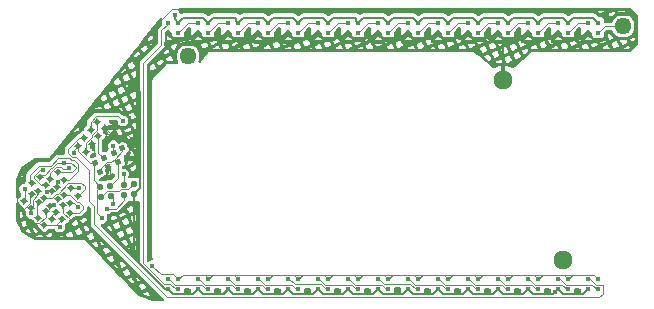
<source format=gbr>
%TF.GenerationSoftware,KiCad,Pcbnew,8.0.1*%
%TF.CreationDate,2024-03-29T07:39:29-07:00*%
%TF.ProjectId,V5LEDboard,56354c45-4462-46f6-9172-642e6b696361,rev?*%
%TF.SameCoordinates,Original*%
%TF.FileFunction,Copper,L1,Top*%
%TF.FilePolarity,Positive*%
%FSLAX46Y46*%
G04 Gerber Fmt 4.6, Leading zero omitted, Abs format (unit mm)*
G04 Created by KiCad (PCBNEW 8.0.1) date 2024-03-29 07:39:29*
%MOMM*%
%LPD*%
G01*
G04 APERTURE LIST*
G04 Aperture macros list*
%AMRoundRect*
0 Rectangle with rounded corners*
0 $1 Rounding radius*
0 $2 $3 $4 $5 $6 $7 $8 $9 X,Y pos of 4 corners*
0 Add a 4 corners polygon primitive as box body*
4,1,4,$2,$3,$4,$5,$6,$7,$8,$9,$2,$3,0*
0 Add four circle primitives for the rounded corners*
1,1,$1+$1,$2,$3*
1,1,$1+$1,$4,$5*
1,1,$1+$1,$6,$7*
1,1,$1+$1,$8,$9*
0 Add four rect primitives between the rounded corners*
20,1,$1+$1,$2,$3,$4,$5,0*
20,1,$1+$1,$4,$5,$6,$7,0*
20,1,$1+$1,$6,$7,$8,$9,0*
20,1,$1+$1,$8,$9,$2,$3,0*%
%AMRotRect*
0 Rectangle, with rotation*
0 The origin of the aperture is its center*
0 $1 length*
0 $2 width*
0 $3 Rotation angle, in degrees counterclockwise*
0 Add horizontal line*
21,1,$1,$2,0,0,$3*%
G04 Aperture macros list end*
%TA.AperFunction,SMDPad,CuDef*%
%ADD10R,0.450000X0.450000*%
%TD*%
%TA.AperFunction,SMDPad,CuDef*%
%ADD11RotRect,0.450000X0.450000X118.000000*%
%TD*%
%TA.AperFunction,SMDPad,CuDef*%
%ADD12RotRect,0.450000X0.450000X95.000000*%
%TD*%
%TA.AperFunction,SMDPad,CuDef*%
%ADD13RotRect,0.450000X0.450000X220.500000*%
%TD*%
%TA.AperFunction,ComponentPad*%
%ADD14RoundRect,0.525000X-0.225000X-0.225000X0.225000X-0.225000X0.225000X0.225000X-0.225000X0.225000X0*%
%TD*%
%TA.AperFunction,ComponentPad*%
%ADD15RoundRect,0.455000X-0.195000X-0.195000X0.195000X-0.195000X0.195000X0.195000X-0.195000X0.195000X0*%
%TD*%
%TA.AperFunction,SMDPad,CuDef*%
%ADD16RotRect,0.450000X0.450000X141.000000*%
%TD*%
%TA.AperFunction,ViaPad*%
%ADD17C,0.400000*%
%TD*%
%TA.AperFunction,Conductor*%
%ADD18C,0.100000*%
%TD*%
%TA.AperFunction,Conductor*%
%ADD19C,0.200000*%
%TD*%
G04 APERTURE END LIST*
D10*
%TO.P,D16,1,DOUT*%
%TO.N,Net-(D16-DOUT)*%
X122765000Y-105791000D03*
%TO.P,D16,2,VDD*%
%TO.N,+5V*%
X123615000Y-105791000D03*
%TO.P,D16,3,VSS*%
%TO.N,GND*%
X122765000Y-106641000D03*
%TO.P,D16,4,DIN*%
%TO.N,Net-(D15-DOUT)*%
X123615000Y-106641000D03*
%TD*%
%TO.P,D17,1,DOUT*%
%TO.N,Net-(D17-DOUT)*%
X125305000Y-105791000D03*
%TO.P,D17,2,VDD*%
%TO.N,+5V*%
X126155000Y-105791000D03*
%TO.P,D17,3,VSS*%
%TO.N,GND*%
X125305000Y-106641000D03*
%TO.P,D17,4,DIN*%
%TO.N,Net-(D16-DOUT)*%
X126155000Y-106641000D03*
%TD*%
%TO.P,D12,1,DOUT*%
%TO.N,Net-(D12-DOUT)*%
X130385000Y-84074000D03*
%TO.P,D12,2,VDD*%
%TO.N,+5V*%
X131235000Y-84074000D03*
%TO.P,D12,3,VSS*%
%TO.N,GND*%
X130385000Y-84924000D03*
%TO.P,D12,4,DIN*%
%TO.N,Net-(D11-DOUT)*%
X131235000Y-84924000D03*
%TD*%
%TO.P,D24,1,DOUT*%
%TO.N,Net-(D24-DOUT)*%
X143085000Y-105791000D03*
%TO.P,D24,2,VDD*%
%TO.N,+5V*%
X143935000Y-105791000D03*
%TO.P,D24,3,VSS*%
%TO.N,GND*%
X143085000Y-106641000D03*
%TO.P,D24,4,DIN*%
%TO.N,Net-(D23-DOUT)*%
X143935000Y-106641000D03*
%TD*%
%TO.P,D18,1,DOUT*%
%TO.N,Net-(D18-DOUT)*%
X127845000Y-105791000D03*
%TO.P,D18,2,VDD*%
%TO.N,+5V*%
X128695000Y-105791000D03*
%TO.P,D18,3,VSS*%
%TO.N,GND*%
X127845000Y-106641000D03*
%TO.P,D18,4,DIN*%
%TO.N,Net-(D17-DOUT)*%
X128695000Y-106641000D03*
%TD*%
D11*
%TO.P,D34,1,DOUT*%
%TO.N,Net-(D34-DOUT)*%
X118543873Y-95875578D03*
%TO.P,D34,2,VDD*%
%TO.N,+5V*%
X118144822Y-95125073D03*
%TO.P,D34,3,VSS*%
%TO.N,GND*%
X119294378Y-95476527D03*
%TO.P,D34,4,DIN*%
%TO.N,Net-(D33-DOUT)*%
X118895327Y-94726022D03*
%TD*%
D10*
%TO.P,D11,1,DOUT*%
%TO.N,Net-(D11-DOUT)*%
X132925000Y-84074000D03*
%TO.P,D11,2,VDD*%
%TO.N,+5V*%
X133775000Y-84074000D03*
%TO.P,D11,3,VSS*%
%TO.N,GND*%
X132925000Y-84924000D03*
%TO.P,D11,4,DIN*%
%TO.N,Net-(D10-DOUT)*%
X133775000Y-84924000D03*
%TD*%
%TO.P,D20,1,DOUT*%
%TO.N,Net-(D20-DOUT)*%
X132925000Y-105791000D03*
%TO.P,D20,2,VDD*%
%TO.N,+5V*%
X133775000Y-105791000D03*
%TO.P,D20,3,VSS*%
%TO.N,GND*%
X132925000Y-106641000D03*
%TO.P,D20,4,DIN*%
%TO.N,Net-(D19-DOUT)*%
X133775000Y-106641000D03*
%TD*%
D12*
%TO.P,D36,1,DOUT*%
%TO.N,Net-(D36-DOUT)*%
X119069859Y-98631424D03*
%TO.P,D36,2,VDD*%
%TO.N,+5V*%
X118995776Y-97784659D03*
%TO.P,D36,3,VSS*%
%TO.N,GND*%
X119916624Y-98557341D03*
%TO.P,D36,4,DIN*%
%TO.N,Net-(D35-DOUT)*%
X119842541Y-97710576D03*
%TD*%
D13*
%TO.P,D43,1,DOUT*%
%TO.N,unconnected-(D43-DOUT-Pad1)*%
X113451379Y-99005561D03*
%TO.P,D43,2,VDD*%
%TO.N,+5V*%
X112805039Y-99557579D03*
%TO.P,D43,3,VSS*%
%TO.N,GND*%
X112899361Y-98359221D03*
%TO.P,D43,4,DIN*%
%TO.N,Net-(D42-DOUT)*%
X112253021Y-98911239D03*
%TD*%
D10*
%TO.P,D9,1,DOUT*%
%TO.N,Net-(D10-DIN)*%
X138005000Y-84074000D03*
%TO.P,D9,2,VDD*%
%TO.N,+5V*%
X138855000Y-84074000D03*
%TO.P,D9,3,VSS*%
%TO.N,GND*%
X138005000Y-84924000D03*
%TO.P,D9,4,DIN*%
%TO.N,Net-(D8-DOUT)*%
X138855000Y-84924000D03*
%TD*%
D13*
%TO.P,D41,1,DOUT*%
%TO.N,Net-(D41-DOUT)*%
X114441979Y-100173961D03*
%TO.P,D41,2,VDD*%
%TO.N,+5V*%
X113795639Y-100725979D03*
%TO.P,D41,3,VSS*%
%TO.N,GND*%
X113889961Y-99527621D03*
%TO.P,D41,4,DIN*%
%TO.N,Net-(D40-DOUT)*%
X113243621Y-100079639D03*
%TD*%
D14*
%TO.P,TP4,1,1*%
%TO.N,GND*%
X156210000Y-104140000D03*
%TD*%
D10*
%TO.P,D28,1,DOUT*%
%TO.N,Net-(D28-DOUT)*%
X153245000Y-105791000D03*
%TO.P,D28,2,VDD*%
%TO.N,+5V*%
X154095000Y-105791000D03*
%TO.P,D28,3,VSS*%
%TO.N,GND*%
X153245000Y-106641000D03*
%TO.P,D28,4,DIN*%
%TO.N,Net-(D27-DOUT)*%
X154095000Y-106641000D03*
%TD*%
D13*
%TO.P,D42,1,DOUT*%
%TO.N,Net-(D42-DOUT)*%
X115127779Y-98751561D03*
%TO.P,D42,2,VDD*%
%TO.N,+5V*%
X114481439Y-99303579D03*
%TO.P,D42,3,VSS*%
%TO.N,GND*%
X114575761Y-98105221D03*
%TO.P,D42,4,DIN*%
%TO.N,Net-(D41-DOUT)*%
X113929421Y-98657239D03*
%TD*%
D10*
%TO.P,D26,1,DOUT*%
%TO.N,Net-(D26-DOUT)*%
X148165000Y-105791000D03*
%TO.P,D26,2,VDD*%
%TO.N,+5V*%
X149015000Y-105791000D03*
%TO.P,D26,3,VSS*%
%TO.N,GND*%
X148165000Y-106641000D03*
%TO.P,D26,4,DIN*%
%TO.N,Net-(D25-DOUT)*%
X149015000Y-106641000D03*
%TD*%
D14*
%TO.P,TP3,1,1*%
%TO.N,GND*%
X151130000Y-88900000D03*
%TD*%
D10*
%TO.P,D21,1,DOUT*%
%TO.N,Net-(D21-DOUT)*%
X135465000Y-105791000D03*
%TO.P,D21,2,VDD*%
%TO.N,+5V*%
X136315000Y-105791000D03*
%TO.P,D21,3,VSS*%
%TO.N,GND*%
X135465000Y-106641000D03*
%TO.P,D21,4,DIN*%
%TO.N,Net-(D20-DOUT)*%
X136315000Y-106641000D03*
%TD*%
%TO.P,D4,1,DOUT*%
%TO.N,Net-(D4-DOUT)*%
X150705000Y-84074000D03*
%TO.P,D4,2,VDD*%
%TO.N,+5V*%
X151555000Y-84074000D03*
%TO.P,D4,3,VSS*%
%TO.N,GND*%
X150705000Y-84924000D03*
%TO.P,D4,4,DIN*%
%TO.N,Net-(D3-DOUT)*%
X151555000Y-84924000D03*
%TD*%
D13*
%TO.P,D40,1,DOUT*%
%TO.N,Net-(D40-DOUT)*%
X112943388Y-100681956D03*
%TO.P,D40,2,VDD*%
%TO.N,+5V*%
X112297044Y-101233988D03*
%TO.P,D40,3,VSS*%
%TO.N,GND*%
X112391356Y-100035612D03*
%TO.P,D40,4,DIN*%
%TO.N,Net-(D39-DOUT)*%
X111745012Y-100587644D03*
%TD*%
D10*
%TO.P,D5,1,DOUT*%
%TO.N,Net-(D5-DOUT)*%
X148165000Y-84074000D03*
%TO.P,D5,2,VDD*%
%TO.N,+5V*%
X149015000Y-84074000D03*
%TO.P,D5,3,VSS*%
%TO.N,GND*%
X148165000Y-84924000D03*
%TO.P,D5,4,DIN*%
%TO.N,Net-(D4-DOUT)*%
X149015000Y-84924000D03*
%TD*%
D15*
%TO.P,TP2,1,1*%
%TO.N,+5V*%
X124460000Y-86918800D03*
%TD*%
D10*
%TO.P,D3,1,DOUT*%
%TO.N,Net-(D3-DOUT)*%
X153245000Y-84074000D03*
%TO.P,D3,2,VDD*%
%TO.N,+5V*%
X154095000Y-84074000D03*
%TO.P,D3,3,VSS*%
%TO.N,GND*%
X153245000Y-84924000D03*
%TO.P,D3,4,DIN*%
%TO.N,Net-(D2-DOUT)*%
X154095000Y-84924000D03*
%TD*%
D13*
%TO.P,D37,1,DOUT*%
%TO.N,Net-(D37-DOUT)*%
X113984779Y-97405361D03*
%TO.P,D37,2,VDD*%
%TO.N,+5V*%
X113338439Y-97957379D03*
%TO.P,D37,3,VSS*%
%TO.N,GND*%
X113432761Y-96759021D03*
%TO.P,D37,4,DIN*%
%TO.N,Net-(D36-DOUT)*%
X112786421Y-97311039D03*
%TD*%
D10*
%TO.P,D15,1,DOUT*%
%TO.N,Net-(D15-DOUT)*%
X122765000Y-84074000D03*
%TO.P,D15,2,VDD*%
%TO.N,+5V*%
X123615000Y-84074000D03*
%TO.P,D15,3,VSS*%
%TO.N,GND*%
X122765000Y-84924000D03*
%TO.P,D15,4,DIN*%
%TO.N,Net-(D14-DOUT)*%
X123615000Y-84924000D03*
%TD*%
%TO.P,D19,1,DOUT*%
%TO.N,Net-(D19-DOUT)*%
X130385000Y-105791000D03*
%TO.P,D19,2,VDD*%
%TO.N,+5V*%
X131235000Y-105791000D03*
%TO.P,D19,3,VSS*%
%TO.N,GND*%
X130385000Y-106641000D03*
%TO.P,D19,4,DIN*%
%TO.N,Net-(D18-DOUT)*%
X131235000Y-106641000D03*
%TD*%
%TO.P,D27,1,DOUT*%
%TO.N,Net-(D27-DOUT)*%
X150705000Y-105791000D03*
%TO.P,D27,2,VDD*%
%TO.N,+5V*%
X151555000Y-105791000D03*
%TO.P,D27,3,VSS*%
%TO.N,GND*%
X150705000Y-106641000D03*
%TO.P,D27,4,DIN*%
%TO.N,Net-(D26-DOUT)*%
X151555000Y-106641000D03*
%TD*%
D13*
%TO.P,D39,1,DOUT*%
%TO.N,Net-(D39-DOUT)*%
X111800379Y-99234161D03*
%TO.P,D39,2,VDD*%
%TO.N,+5V*%
X111154039Y-99786179D03*
%TO.P,D39,3,VSS*%
%TO.N,GND*%
X111248361Y-98587821D03*
%TO.P,D39,4,DIN*%
%TO.N,Net-(D38-DOUT)*%
X110602021Y-99139839D03*
%TD*%
D16*
%TO.P,D32,1,DOUT*%
%TO.N,Net-(D32-DOUT)*%
X116864052Y-93676896D03*
%TO.P,D32,2,VDD*%
%TO.N,+5V*%
X116203478Y-93141974D03*
%TO.P,D32,3,VSS*%
%TO.N,GND*%
X117398974Y-93016322D03*
%TO.P,D32,4,DIN*%
%TO.N,Net-(D31-DOUT)*%
X116738400Y-92481400D03*
%TD*%
D10*
%TO.P,D8,1,DOUT*%
%TO.N,Net-(D8-DOUT)*%
X140545000Y-84074000D03*
%TO.P,D8,2,VDD*%
%TO.N,+5V*%
X141395000Y-84074000D03*
%TO.P,D8,3,VSS*%
%TO.N,GND*%
X140545000Y-84924000D03*
%TO.P,D8,4,DIN*%
%TO.N,Net-(D7-DOUT)*%
X141395000Y-84924000D03*
%TD*%
D16*
%TO.P,D31,1,DOUT*%
%TO.N,Net-(D31-DOUT)*%
X115797252Y-95023096D03*
%TO.P,D31,2,VDD*%
%TO.N,+5V*%
X115136678Y-94488174D03*
%TO.P,D31,3,VSS*%
%TO.N,GND*%
X116332174Y-94362522D03*
%TO.P,D31,4,DIN*%
%TO.N,Net-(D30-DOUT)*%
X115671600Y-93827600D03*
%TD*%
D11*
%TO.P,D33,1,DOUT*%
%TO.N,Net-(D33-DOUT)*%
X116969073Y-96713778D03*
%TO.P,D33,2,VDD*%
%TO.N,+5V*%
X116570022Y-95963273D03*
%TO.P,D33,3,VSS*%
%TO.N,GND*%
X117719578Y-96314727D03*
%TO.P,D33,4,DIN*%
%TO.N,Net-(D32-DOUT)*%
X117320527Y-95564222D03*
%TD*%
D10*
%TO.P,D29,1,DOUT*%
%TO.N,Net-(D29-DOUT)*%
X155785000Y-105791000D03*
%TO.P,D29,2,VDD*%
%TO.N,+5V*%
X156635000Y-105791000D03*
%TO.P,D29,3,VSS*%
%TO.N,GND*%
X155785000Y-106641000D03*
%TO.P,D29,4,DIN*%
%TO.N,Net-(D28-DOUT)*%
X156635000Y-106641000D03*
%TD*%
%TO.P,D2,1,DOUT*%
%TO.N,Net-(D2-DOUT)*%
X155785000Y-84074000D03*
%TO.P,D2,2,VDD*%
%TO.N,+5V*%
X156635000Y-84074000D03*
%TO.P,D2,3,VSS*%
%TO.N,GND*%
X155785000Y-84924000D03*
%TO.P,D2,4,DIN*%
%TO.N,Net-(D1-DOUT)*%
X156635000Y-84924000D03*
%TD*%
D15*
%TO.P,TP1,1,1*%
%TO.N,Net-(D1-DIN)*%
X161290000Y-84378800D03*
%TD*%
D10*
%TO.P,D6,1,DOUT*%
%TO.N,Net-(D6-DOUT)*%
X145625000Y-84074000D03*
%TO.P,D6,2,VDD*%
%TO.N,+5V*%
X146475000Y-84074000D03*
%TO.P,D6,3,VSS*%
%TO.N,GND*%
X145625000Y-84924000D03*
%TO.P,D6,4,DIN*%
%TO.N,Net-(D5-DOUT)*%
X146475000Y-84924000D03*
%TD*%
%TO.P,D23,1,DOUT*%
%TO.N,Net-(D23-DOUT)*%
X140545000Y-105791000D03*
%TO.P,D23,2,VDD*%
%TO.N,+5V*%
X141395000Y-105791000D03*
%TO.P,D23,3,VSS*%
%TO.N,GND*%
X140545000Y-106641000D03*
%TO.P,D23,4,DIN*%
%TO.N,Net-(D22-DOUT)*%
X141395000Y-106641000D03*
%TD*%
%TO.P,D30,1,DOUT*%
%TO.N,Net-(D30-DOUT)*%
X158325000Y-105791000D03*
%TO.P,D30,2,VDD*%
%TO.N,+5V*%
X159175000Y-105791000D03*
%TO.P,D30,3,VSS*%
%TO.N,GND*%
X158325000Y-106641000D03*
%TO.P,D30,4,DIN*%
%TO.N,Net-(D29-DOUT)*%
X159175000Y-106641000D03*
%TD*%
%TO.P,D7,1,DOUT*%
%TO.N,Net-(D7-DOUT)*%
X143085000Y-84074000D03*
%TO.P,D7,2,VDD*%
%TO.N,+5V*%
X143935000Y-84074000D03*
%TO.P,D7,3,VSS*%
%TO.N,GND*%
X143085000Y-84924000D03*
%TO.P,D7,4,DIN*%
%TO.N,Net-(D6-DOUT)*%
X143935000Y-84924000D03*
%TD*%
%TO.P,D25,1,DOUT*%
%TO.N,Net-(D25-DOUT)*%
X145625000Y-105791000D03*
%TO.P,D25,2,VDD*%
%TO.N,+5V*%
X146475000Y-105791000D03*
%TO.P,D25,3,VSS*%
%TO.N,GND*%
X145625000Y-106641000D03*
%TO.P,D25,4,DIN*%
%TO.N,Net-(D24-DOUT)*%
X146475000Y-106641000D03*
%TD*%
%TO.P,D22,1,DOUT*%
%TO.N,Net-(D22-DOUT)*%
X138005000Y-105791000D03*
%TO.P,D22,2,VDD*%
%TO.N,+5V*%
X138855000Y-105791000D03*
%TO.P,D22,3,VSS*%
%TO.N,GND*%
X138005000Y-106641000D03*
%TO.P,D22,4,DIN*%
%TO.N,Net-(D21-DOUT)*%
X138855000Y-106641000D03*
%TD*%
%TO.P,D13,1,DOUT*%
%TO.N,Net-(D13-DOUT)*%
X127845000Y-84074000D03*
%TO.P,D13,2,VDD*%
%TO.N,+5V*%
X128695000Y-84074000D03*
%TO.P,D13,3,VSS*%
%TO.N,GND*%
X127845000Y-84924000D03*
%TO.P,D13,4,DIN*%
%TO.N,Net-(D12-DOUT)*%
X128695000Y-84924000D03*
%TD*%
D12*
%TO.P,D35,1,DOUT*%
%TO.N,Net-(D35-DOUT)*%
X117114059Y-98809224D03*
%TO.P,D35,2,VDD*%
%TO.N,+5V*%
X117039976Y-97962459D03*
%TO.P,D35,3,VSS*%
%TO.N,GND*%
X117960824Y-98735141D03*
%TO.P,D35,4,DIN*%
%TO.N,Net-(D34-DOUT)*%
X117886741Y-97888376D03*
%TD*%
D10*
%TO.P,D14,1,DOUT*%
%TO.N,Net-(D14-DOUT)*%
X125305000Y-84074000D03*
%TO.P,D14,2,VDD*%
%TO.N,+5V*%
X126155000Y-84074000D03*
%TO.P,D14,3,VSS*%
%TO.N,GND*%
X125305000Y-84924000D03*
%TO.P,D14,4,DIN*%
%TO.N,Net-(D13-DOUT)*%
X126155000Y-84924000D03*
%TD*%
%TO.P,D1,1,DOUT*%
%TO.N,Net-(D1-DOUT)*%
X158325000Y-84074000D03*
%TO.P,D1,2,VDD*%
%TO.N,+5V*%
X159175000Y-84074000D03*
%TO.P,D1,3,VSS*%
%TO.N,GND*%
X158325000Y-84924000D03*
%TO.P,D1,4,DIN*%
%TO.N,Net-(D1-DIN)*%
X159175000Y-84924000D03*
%TD*%
%TO.P,D10,1,DOUT*%
%TO.N,Net-(D10-DOUT)*%
X135465000Y-84074000D03*
%TO.P,D10,2,VDD*%
%TO.N,+5V*%
X136315000Y-84074000D03*
%TO.P,D10,3,VSS*%
%TO.N,GND*%
X135465000Y-84924000D03*
%TO.P,D10,4,DIN*%
%TO.N,Net-(D10-DIN)*%
X136315000Y-84924000D03*
%TD*%
D13*
%TO.P,D38,1,DOUT*%
%TO.N,Net-(D38-DOUT)*%
X112435379Y-97786361D03*
%TO.P,D38,2,VDD*%
%TO.N,+5V*%
X111789039Y-98338379D03*
%TO.P,D38,3,VSS*%
%TO.N,GND*%
X111883361Y-97140021D03*
%TO.P,D38,4,DIN*%
%TO.N,Net-(D37-DOUT)*%
X111237021Y-97692039D03*
%TD*%
D17*
%TO.N,GND*%
X155537209Y-106865000D03*
X122555000Y-85852000D03*
X119964200Y-94157800D03*
X111246248Y-100928600D03*
X112524774Y-98380927D03*
X117856000Y-97155000D03*
X115239800Y-98094800D03*
X119888000Y-89408000D03*
X117983000Y-93599000D03*
X116459000Y-95250000D03*
X118110000Y-99441000D03*
X113972880Y-95933022D03*
%TO.N,+5V*%
X115138200Y-99644200D03*
X111170791Y-100216745D03*
X113411000Y-97536000D03*
X118948200Y-92405200D03*
X121412000Y-104648000D03*
X118999000Y-96901000D03*
X113090333Y-99521121D03*
X113588800Y-101378600D03*
X118135400Y-94488000D03*
X117167277Y-100639672D03*
X114808000Y-95123000D03*
X123317000Y-83413600D03*
%TO.N,Net-(D36-DOUT)*%
X114380504Y-96373302D03*
X117602000Y-99822000D03*
%TO.N,Net-(D38-DOUT)*%
X112199000Y-96571210D03*
X110617000Y-98171000D03*
%TD*%
D18*
%TO.N,Net-(D1-DOUT)*%
X157485000Y-84074000D02*
X156635000Y-84924000D01*
X158325000Y-84074000D02*
X157485000Y-84074000D01*
D19*
%TO.N,GND*%
X150705000Y-106641000D02*
X151130000Y-107066000D01*
D18*
X118110000Y-99441000D02*
X118110000Y-98884317D01*
X111248361Y-98587821D02*
X111069238Y-98766944D01*
D19*
X133350000Y-85349000D02*
X135040000Y-85349000D01*
D18*
X114576622Y-95933022D02*
X113972880Y-95933022D01*
X122174000Y-83947000D02*
X122174000Y-83820000D01*
X112546480Y-98359221D02*
X112899361Y-98359221D01*
D19*
X135040000Y-85349000D02*
X135465000Y-84924000D01*
X127845000Y-106641000D02*
X128270000Y-107066000D01*
X152820000Y-107066000D02*
X153245000Y-106641000D01*
X155360000Y-85349000D02*
X155785000Y-84924000D01*
X155360000Y-107066000D02*
X155785000Y-106641000D01*
X135890000Y-85349000D02*
X137580000Y-85349000D01*
X120396000Y-89916000D02*
X119888000Y-89408000D01*
X123190000Y-85349000D02*
X124880000Y-85349000D01*
D18*
X111883361Y-97140021D02*
X112042952Y-96980430D01*
D19*
X132500000Y-85349000D02*
X132925000Y-84924000D01*
D18*
X117981652Y-93599000D02*
X117398974Y-93016322D01*
X116459000Y-95250000D02*
X116459000Y-94489348D01*
X111069238Y-98766944D02*
X111069238Y-99316664D01*
D19*
X148165000Y-106641000D02*
X148590000Y-107066000D01*
D18*
X123063000Y-82931000D02*
X123698000Y-82931000D01*
D19*
X122765000Y-106641000D02*
X122516000Y-106641000D01*
X157900000Y-107066000D02*
X158325000Y-106641000D01*
X124880000Y-107066000D02*
X125305000Y-106641000D01*
X147740000Y-107066000D02*
X148165000Y-106641000D01*
X125680000Y-107016000D02*
X125730000Y-107016000D01*
X150280000Y-107066000D02*
X150705000Y-106641000D01*
X145625000Y-106641000D02*
X146050000Y-107066000D01*
D18*
X112146248Y-101828600D02*
X111246248Y-100928600D01*
D19*
X140970000Y-107066000D02*
X142660000Y-107066000D01*
X152820000Y-85349000D02*
X153245000Y-84924000D01*
D18*
X112524774Y-98380927D02*
X112546480Y-98359221D01*
X122174000Y-83820000D02*
X123063000Y-82931000D01*
D19*
X140120000Y-107066000D02*
X140545000Y-106641000D01*
D18*
X113889961Y-99527621D02*
X113889961Y-100176259D01*
X114960400Y-96388442D02*
X114960400Y-96316800D01*
X123698000Y-82931000D02*
X123825000Y-83058000D01*
X119405400Y-93599000D02*
X119964200Y-94157800D01*
X114575761Y-98105221D02*
X115229379Y-98105221D01*
D19*
X125730000Y-107066000D02*
X127420000Y-107066000D01*
D18*
X112042952Y-96980430D02*
X112319013Y-96980430D01*
X117856000Y-96451149D02*
X117719578Y-96314727D01*
D19*
X130810000Y-107066000D02*
X132500000Y-107066000D01*
X140545000Y-106641000D02*
X140970000Y-107066000D01*
X135465000Y-84924000D02*
X135890000Y-85349000D01*
D18*
X111832111Y-101054861D02*
X111372509Y-101054861D01*
X130385000Y-106641000D02*
X130346000Y-106680000D01*
D19*
X143510000Y-85349000D02*
X145200000Y-85349000D01*
D18*
X112909643Y-96415200D02*
X113391820Y-95933022D01*
D19*
X156210000Y-107066000D02*
X157900000Y-107066000D01*
D18*
X118110000Y-98884317D02*
X117960824Y-98735141D01*
D19*
X125305000Y-106641000D02*
X125730000Y-107066000D01*
X156210000Y-85349000D02*
X157900000Y-85349000D01*
X137580000Y-85349000D02*
X138005000Y-84924000D01*
X153245000Y-106641000D02*
X153670000Y-107066000D01*
D18*
X155561000Y-106865000D02*
X155537209Y-106865000D01*
X112884242Y-96415200D02*
X112909643Y-96415200D01*
D19*
X120368527Y-95476527D02*
X120396000Y-95504000D01*
X140970000Y-85349000D02*
X142660000Y-85349000D01*
X157900000Y-85349000D02*
X158325000Y-84924000D01*
X119916624Y-104041624D02*
X119916624Y-98557341D01*
X117719578Y-96314727D02*
X117885946Y-96481095D01*
X122765000Y-106641000D02*
X123190000Y-107066000D01*
D18*
X110573400Y-99812502D02*
X110573400Y-100255752D01*
D19*
X143085000Y-84924000D02*
X143510000Y-85349000D01*
D18*
X117983000Y-93599000D02*
X117981652Y-93599000D01*
X118491000Y-93599000D02*
X120368527Y-95476527D01*
D19*
X122765000Y-84924000D02*
X123190000Y-85349000D01*
D18*
X127470000Y-107016000D02*
X127845000Y-106641000D01*
D19*
X122555000Y-85852000D02*
X122555000Y-85134000D01*
X127845000Y-84924000D02*
X127720500Y-85048500D01*
X148590000Y-85349000D02*
X150280000Y-85349000D01*
X150705000Y-84924000D02*
X151130000Y-85349000D01*
X135890000Y-107066000D02*
X137580000Y-107066000D01*
X132500000Y-107066000D02*
X132925000Y-106641000D01*
D18*
X130385000Y-106641000D02*
X130324000Y-106702000D01*
D19*
X128270000Y-107066000D02*
X129960000Y-107066000D01*
X146050000Y-107066000D02*
X147740000Y-107066000D01*
X145200000Y-107066000D02*
X145625000Y-106641000D01*
D18*
X125305000Y-106641000D02*
X125680000Y-107016000D01*
X115229379Y-98105221D02*
X115239800Y-98094800D01*
X117983000Y-93599000D02*
X118491000Y-93599000D01*
D19*
X145625000Y-84924000D02*
X146050000Y-85349000D01*
X150280000Y-85349000D02*
X150705000Y-84924000D01*
D18*
X110573400Y-100255752D02*
X111246248Y-100928600D01*
X117983000Y-93599000D02*
X119405400Y-93599000D01*
D19*
X135465000Y-106641000D02*
X135890000Y-107066000D01*
X129960000Y-107066000D02*
X130385000Y-106641000D01*
D18*
X143085000Y-106641000D02*
X143024000Y-106702000D01*
D19*
X142660000Y-107066000D02*
X143085000Y-106641000D01*
X148590000Y-107066000D02*
X150280000Y-107066000D01*
X119916624Y-98557341D02*
X120396000Y-98077965D01*
D18*
X109982000Y-99441000D02*
X110109000Y-99568000D01*
D19*
X133350000Y-107066000D02*
X135040000Y-107066000D01*
X132925000Y-84924000D02*
X133350000Y-85349000D01*
X153670000Y-85349000D02*
X155360000Y-85349000D01*
X137580000Y-107066000D02*
X138005000Y-106641000D01*
X145200000Y-85349000D02*
X145625000Y-84924000D01*
X123190000Y-107066000D02*
X124880000Y-107066000D01*
X125305000Y-84924000D02*
X125730000Y-85349000D01*
X143085000Y-106641000D02*
X143510000Y-107066000D01*
X122516000Y-106641000D02*
X119916624Y-104041624D01*
X146050000Y-85349000D02*
X147740000Y-85349000D01*
X151130000Y-107066000D02*
X152820000Y-107066000D01*
D18*
X110109000Y-98806000D02*
X109982000Y-98933000D01*
D19*
X130810000Y-85349000D02*
X132500000Y-85349000D01*
D18*
X111372509Y-101054861D02*
X111246248Y-100928600D01*
D19*
X130385000Y-106641000D02*
X130810000Y-107066000D01*
X138430000Y-107066000D02*
X140120000Y-107066000D01*
D18*
X112319013Y-96980430D02*
X112884242Y-96415200D01*
D19*
X132925000Y-106641000D02*
X133350000Y-107066000D01*
X155785000Y-106641000D02*
X156210000Y-107066000D01*
X129960000Y-85349000D02*
X130385000Y-84924000D01*
X147740000Y-85349000D02*
X148165000Y-84924000D01*
X127420000Y-85349000D02*
X127845000Y-84924000D01*
X128270000Y-85349000D02*
X129960000Y-85349000D01*
X122555000Y-85134000D02*
X122765000Y-84924000D01*
X142660000Y-85349000D02*
X143085000Y-84924000D01*
X155785000Y-84924000D02*
X156210000Y-85349000D01*
X140120000Y-85349000D02*
X140545000Y-84924000D01*
X148165000Y-84924000D02*
X148590000Y-85349000D01*
X127420000Y-107066000D02*
X127845000Y-106641000D01*
D18*
X125680000Y-107016000D02*
X127470000Y-107016000D01*
X117856000Y-97155000D02*
X117856000Y-96451149D01*
X112391356Y-100035612D02*
X112391356Y-100495616D01*
X113432761Y-96759021D02*
X114589821Y-96759021D01*
X114427000Y-100713298D02*
X114427000Y-101523800D01*
D19*
X138005000Y-84924000D02*
X138430000Y-85349000D01*
D18*
X112391356Y-100495616D02*
X111832111Y-101054861D01*
D19*
X153670000Y-107066000D02*
X155360000Y-107066000D01*
X125730000Y-85349000D02*
X127420000Y-85349000D01*
D18*
X116459000Y-94489348D02*
X116332174Y-94362522D01*
D19*
X143510000Y-107066000D02*
X145200000Y-107066000D01*
X127845000Y-84924000D02*
X128270000Y-85349000D01*
X140545000Y-84924000D02*
X140970000Y-85349000D01*
D18*
X113391820Y-95933022D02*
X113972880Y-95933022D01*
D19*
X119294378Y-95476527D02*
X120368527Y-95476527D01*
D18*
X113889961Y-100176259D02*
X114427000Y-100713298D01*
X114427000Y-101523800D02*
X114122200Y-101828600D01*
X109982000Y-98933000D02*
X109982000Y-99441000D01*
X155785000Y-106641000D02*
X155561000Y-106865000D01*
X114960400Y-96316800D02*
X114576622Y-95933022D01*
X114589821Y-96759021D02*
X114960400Y-96388442D01*
D19*
X120396000Y-98077965D02*
X120396000Y-95504000D01*
X151130000Y-85349000D02*
X151130000Y-88900000D01*
X153245000Y-84924000D02*
X153670000Y-85349000D01*
X138430000Y-85349000D02*
X140120000Y-85349000D01*
X124880000Y-85349000D02*
X125305000Y-84924000D01*
X130385000Y-84924000D02*
X130810000Y-85349000D01*
X138005000Y-106641000D02*
X138430000Y-107066000D01*
X151130000Y-85349000D02*
X152820000Y-85349000D01*
X135040000Y-107066000D02*
X135465000Y-106641000D01*
D18*
X111069238Y-99316664D02*
X110573400Y-99812502D01*
X114122200Y-101828600D02*
X112146248Y-101828600D01*
D19*
X120396000Y-95504000D02*
X120396000Y-89916000D01*
D18*
%TO.N,Net-(D1-DIN)*%
X161290000Y-84378800D02*
X159720200Y-84378800D01*
X159720200Y-84378800D02*
X159175000Y-84924000D01*
D19*
%TO.N,+5V*%
X140970000Y-83649000D02*
X141395000Y-84074000D01*
D18*
X138480000Y-105416000D02*
X138855000Y-105791000D01*
D19*
X123615000Y-84074000D02*
X124040000Y-83649000D01*
D18*
X111313630Y-99626588D02*
X111313630Y-99076868D01*
D19*
X126155000Y-84074000D02*
X126580000Y-83649000D01*
D18*
X117039976Y-97962459D02*
X116720305Y-98282130D01*
X149390000Y-105416000D02*
X149015000Y-105791000D01*
X113444188Y-101233988D02*
X113588800Y-101378600D01*
D19*
X149015000Y-84074000D02*
X149440000Y-83649000D01*
D18*
X114481439Y-99303579D02*
X114797579Y-99303579D01*
X117039976Y-97962459D02*
X116514779Y-97437262D01*
D19*
X154095000Y-84074000D02*
X154520000Y-83649000D01*
D18*
X118135400Y-94488000D02*
X118135400Y-95115651D01*
X118135400Y-95115651D02*
X118144822Y-95125073D01*
X126155000Y-105714000D02*
X125857000Y-105416000D01*
X139230000Y-105416000D02*
X141020000Y-105416000D01*
D19*
X128530800Y-83649000D02*
X128530800Y-83909800D01*
D18*
X126111000Y-105416000D02*
X125857000Y-105416000D01*
D19*
X153670000Y-83649000D02*
X154095000Y-84074000D01*
D18*
X114808000Y-95123000D02*
X114808000Y-94816852D01*
X114797579Y-99303579D02*
X115138200Y-99644200D01*
X156635000Y-105791000D02*
X156260000Y-105416000D01*
X126530000Y-105416000D02*
X126155000Y-105791000D01*
X128695000Y-105791000D02*
X128320000Y-105416000D01*
X136315000Y-105791000D02*
X136690000Y-105416000D01*
X136690000Y-105416000D02*
X138480000Y-105416000D01*
X111154039Y-100199993D02*
X111170791Y-100216745D01*
D19*
X124040000Y-83649000D02*
X125730000Y-83649000D01*
D18*
X116203478Y-92454474D02*
X116643007Y-92014945D01*
X151180000Y-105416000D02*
X149390000Y-105416000D01*
D19*
X151980000Y-83649000D02*
X153670000Y-83649000D01*
D18*
X148640000Y-105416000D02*
X146850000Y-105416000D01*
D19*
X138855000Y-84074000D02*
X139280000Y-83649000D01*
D18*
X114808000Y-94816852D02*
X115136678Y-94488174D01*
X143935000Y-105791000D02*
X143560000Y-105416000D01*
D19*
X158750000Y-83649000D02*
X159175000Y-84074000D01*
D18*
X113287630Y-101233988D02*
X113795639Y-100725979D01*
D19*
X131660000Y-83649000D02*
X133350000Y-83649000D01*
X151555000Y-84074000D02*
X151980000Y-83649000D01*
X129120000Y-83649000D02*
X130810000Y-83649000D01*
X131235000Y-84074000D02*
X131660000Y-83649000D01*
D18*
X136315000Y-105791000D02*
X135940000Y-105416000D01*
D19*
X148590000Y-83649000D02*
X149015000Y-84074000D01*
D18*
X118999000Y-96901000D02*
X118999000Y-97781435D01*
X141020000Y-105416000D02*
X141395000Y-105791000D01*
X123186744Y-105362744D02*
X122126744Y-105362744D01*
D19*
X126580000Y-83649000D02*
X128530800Y-83649000D01*
D18*
X131610000Y-105416000D02*
X133400000Y-105416000D01*
X116643007Y-92014945D02*
X118557945Y-92014945D01*
D19*
X141395000Y-84074000D02*
X141820000Y-83649000D01*
D18*
X113090333Y-99521121D02*
X113053875Y-99557579D01*
X115136678Y-94488174D02*
X115136678Y-94924370D01*
X112297044Y-101233988D02*
X113287630Y-101233988D01*
X111154039Y-99786179D02*
X111313630Y-99626588D01*
X134150000Y-105416000D02*
X133775000Y-105791000D01*
X126155000Y-105791000D02*
X126155000Y-105714000D01*
X116203478Y-93141974D02*
X116203478Y-92454474D01*
D19*
X146050000Y-83649000D02*
X146475000Y-84074000D01*
D18*
X113338439Y-97957379D02*
X113338439Y-97608561D01*
X123615000Y-105791000D02*
X123186744Y-105362744D01*
X113053875Y-99557579D02*
X112805039Y-99557579D01*
D19*
X125730000Y-83649000D02*
X126155000Y-84074000D01*
D18*
X151555000Y-105791000D02*
X151180000Y-105416000D01*
X111154039Y-99786179D02*
X111154039Y-100199993D01*
X116514779Y-96018516D02*
X116570022Y-95963273D01*
X116720305Y-98282130D02*
X116720305Y-100192700D01*
X138855000Y-105791000D02*
X139230000Y-105416000D01*
X116514779Y-97437262D02*
X116514779Y-96018516D01*
D19*
X149440000Y-83649000D02*
X151130000Y-83649000D01*
D18*
X146850000Y-105416000D02*
X146475000Y-105791000D01*
D19*
X143935000Y-84074000D02*
X144360000Y-83649000D01*
D18*
X113287630Y-101233988D02*
X113444188Y-101233988D01*
D19*
X136315000Y-84074000D02*
X136740000Y-83649000D01*
X135890000Y-83649000D02*
X136315000Y-84074000D01*
D18*
X146475000Y-105791000D02*
X146100000Y-105416000D01*
X114481439Y-99490459D02*
X114481439Y-99303579D01*
D19*
X138690800Y-83909800D02*
X138855000Y-84074000D01*
X133775000Y-84074000D02*
X134200000Y-83649000D01*
X156210000Y-83649000D02*
X156635000Y-84074000D01*
X157060000Y-83649000D02*
X158750000Y-83649000D01*
D18*
X159175000Y-105791000D02*
X158800000Y-105416000D01*
X156260000Y-105416000D02*
X154470000Y-105416000D01*
X143560000Y-105416000D02*
X141770000Y-105416000D01*
D19*
X141820000Y-83649000D02*
X143510000Y-83649000D01*
D18*
X133400000Y-105416000D02*
X133775000Y-105791000D01*
X141770000Y-105416000D02*
X141395000Y-105791000D01*
X131235000Y-105791000D02*
X131610000Y-105416000D01*
D19*
X123317000Y-83413600D02*
X123317000Y-83776000D01*
D18*
X118557945Y-92014945D02*
X118948200Y-92405200D01*
X125857000Y-105416000D02*
X123990000Y-105416000D01*
X158800000Y-105416000D02*
X126111000Y-105416000D01*
D19*
X156635000Y-84074000D02*
X157060000Y-83649000D01*
X151130000Y-83649000D02*
X151555000Y-84074000D01*
D18*
X156635000Y-105791000D02*
X157010000Y-105416000D01*
X157010000Y-105416000D02*
X158800000Y-105416000D01*
D19*
X139280000Y-83649000D02*
X140970000Y-83649000D01*
D18*
X149015000Y-105791000D02*
X148640000Y-105416000D01*
D19*
X138690800Y-83649000D02*
X138690800Y-83909800D01*
D18*
X128320000Y-105416000D02*
X126530000Y-105416000D01*
D19*
X146475000Y-84074000D02*
X146900000Y-83649000D01*
D18*
X111313630Y-99076868D02*
X111789039Y-98601459D01*
D19*
X123317000Y-83776000D02*
X123615000Y-84074000D01*
D18*
X122126744Y-105362744D02*
X121412000Y-104648000D01*
X144310000Y-105416000D02*
X143935000Y-105791000D01*
D19*
X143510000Y-83649000D02*
X143935000Y-84074000D01*
X136740000Y-83649000D02*
X138690800Y-83649000D01*
D18*
X154095000Y-105791000D02*
X153720000Y-105416000D01*
X118999000Y-97781435D02*
X118995776Y-97784659D01*
X116720305Y-100192700D02*
X117167277Y-100639672D01*
X123990000Y-105416000D02*
X123615000Y-105791000D01*
X154470000Y-105416000D02*
X154095000Y-105791000D01*
D19*
X134200000Y-83649000D02*
X135890000Y-83649000D01*
X128530800Y-83909800D02*
X128695000Y-84074000D01*
D18*
X116175581Y-95963273D02*
X116570022Y-95963273D01*
X146100000Y-105416000D02*
X144310000Y-105416000D01*
X115136678Y-94924370D02*
X116175581Y-95963273D01*
D19*
X154520000Y-83649000D02*
X156210000Y-83649000D01*
D18*
X111789039Y-98601459D02*
X111789039Y-98338379D01*
D19*
X133350000Y-83649000D02*
X133775000Y-84074000D01*
D18*
X151930000Y-105416000D02*
X151555000Y-105791000D01*
D19*
X146900000Y-83649000D02*
X148590000Y-83649000D01*
X130810000Y-83649000D02*
X131235000Y-84074000D01*
X144360000Y-83649000D02*
X146050000Y-83649000D01*
D18*
X135940000Y-105416000D02*
X134150000Y-105416000D01*
X153720000Y-105416000D02*
X151930000Y-105416000D01*
X113338439Y-97608561D02*
X113411000Y-97536000D01*
D19*
X128695000Y-84074000D02*
X129120000Y-83649000D01*
D18*
%TO.N,Net-(D2-DOUT)*%
X155785000Y-84074000D02*
X154945000Y-84074000D01*
X154945000Y-84074000D02*
X154095000Y-84924000D01*
%TO.N,Net-(D3-DOUT)*%
X152405000Y-84074000D02*
X151555000Y-84924000D01*
X153245000Y-84074000D02*
X152405000Y-84074000D01*
%TO.N,Net-(D4-DOUT)*%
X149865000Y-84074000D02*
X149015000Y-84924000D01*
X150705000Y-84074000D02*
X149865000Y-84074000D01*
%TO.N,Net-(D5-DOUT)*%
X148165000Y-84074000D02*
X147325000Y-84074000D01*
X147325000Y-84074000D02*
X146475000Y-84924000D01*
%TO.N,Net-(D6-DOUT)*%
X144785000Y-84074000D02*
X143935000Y-84924000D01*
X145625000Y-84074000D02*
X144785000Y-84074000D01*
%TO.N,Net-(D7-DOUT)*%
X143085000Y-84074000D02*
X142245000Y-84074000D01*
X142245000Y-84074000D02*
X141395000Y-84924000D01*
%TO.N,Net-(D8-DOUT)*%
X140545000Y-84074000D02*
X139705000Y-84074000D01*
X139705000Y-84074000D02*
X138855000Y-84924000D01*
%TO.N,Net-(D10-DIN)*%
X137165000Y-84074000D02*
X136315000Y-84924000D01*
X138005000Y-84074000D02*
X137165000Y-84074000D01*
%TO.N,Net-(D10-DOUT)*%
X134625000Y-84074000D02*
X133775000Y-84924000D01*
X135465000Y-84074000D02*
X134625000Y-84074000D01*
%TO.N,Net-(D11-DOUT)*%
X132085000Y-84074000D02*
X131235000Y-84924000D01*
X132925000Y-84074000D02*
X132085000Y-84074000D01*
%TO.N,Net-(D12-DOUT)*%
X129545000Y-84074000D02*
X128695000Y-84924000D01*
X130385000Y-84074000D02*
X129545000Y-84074000D01*
%TO.N,Net-(D13-DOUT)*%
X127005000Y-84074000D02*
X126155000Y-84924000D01*
X127845000Y-84074000D02*
X127005000Y-84074000D01*
%TO.N,Net-(D14-DOUT)*%
X124465000Y-84074000D02*
X123615000Y-84924000D01*
X125305000Y-84074000D02*
X124465000Y-84074000D01*
%TO.N,Net-(D15-DOUT)*%
X122765000Y-84074000D02*
X122765000Y-84174000D01*
X123432158Y-106641000D02*
X123615000Y-106641000D01*
X122394554Y-106166000D02*
X122957158Y-106166000D01*
X122205000Y-85948000D02*
X120650000Y-87503000D01*
X122205000Y-84734000D02*
X122205000Y-85948000D01*
X120650000Y-104421446D02*
X122394554Y-106166000D01*
X122957158Y-106166000D02*
X123432158Y-106641000D01*
X122765000Y-84174000D02*
X122205000Y-84734000D01*
X120650000Y-87503000D02*
X120650000Y-104421446D01*
%TO.N,Net-(D16-DOUT)*%
X122765000Y-105791000D02*
X122865000Y-105791000D01*
X123340000Y-106266000D02*
X125597158Y-106266000D01*
X122865000Y-105791000D02*
X123340000Y-106266000D01*
X125972158Y-106641000D02*
X126155000Y-106641000D01*
X125597158Y-106266000D02*
X125972158Y-106641000D01*
%TO.N,Net-(D17-DOUT)*%
X125405000Y-105791000D02*
X125880000Y-106266000D01*
X125880000Y-106266000D02*
X128137158Y-106266000D01*
X128512158Y-106641000D02*
X128695000Y-106641000D01*
X125305000Y-105791000D02*
X125405000Y-105791000D01*
X128137158Y-106266000D02*
X128512158Y-106641000D01*
%TO.N,Net-(D18-DOUT)*%
X127945000Y-105791000D02*
X128420000Y-106266000D01*
X131052158Y-106641000D02*
X131235000Y-106641000D01*
X128420000Y-106266000D02*
X130677158Y-106266000D01*
X130677158Y-106266000D02*
X131052158Y-106641000D01*
X127845000Y-105791000D02*
X127945000Y-105791000D01*
%TO.N,Net-(D19-DOUT)*%
X130485000Y-105791000D02*
X130960000Y-106266000D01*
X133592158Y-106641000D02*
X133775000Y-106641000D01*
X133217158Y-106266000D02*
X133592158Y-106641000D01*
X130960000Y-106266000D02*
X133217158Y-106266000D01*
X130385000Y-105791000D02*
X130485000Y-105791000D01*
%TO.N,Net-(D20-DOUT)*%
X135736158Y-106245000D02*
X136132158Y-106641000D01*
X136132158Y-106641000D02*
X136315000Y-106641000D01*
X132925000Y-105791000D02*
X133025000Y-105791000D01*
X133025000Y-105791000D02*
X133479000Y-106245000D01*
X133479000Y-106245000D02*
X135736158Y-106245000D01*
%TO.N,Net-(D21-DOUT)*%
X136040000Y-106266000D02*
X138297158Y-106266000D01*
X138672158Y-106641000D02*
X138855000Y-106641000D01*
X135465000Y-105791000D02*
X135565000Y-105791000D01*
X135565000Y-105791000D02*
X136040000Y-106266000D01*
X138297158Y-106266000D02*
X138672158Y-106641000D01*
%TO.N,Net-(D22-DOUT)*%
X141212158Y-106641000D02*
X141395000Y-106641000D01*
X140837158Y-106266000D02*
X141212158Y-106641000D01*
X138005000Y-105791000D02*
X138105000Y-105791000D01*
X138580000Y-106266000D02*
X140837158Y-106266000D01*
X138105000Y-105791000D02*
X138580000Y-106266000D01*
%TO.N,Net-(D23-DOUT)*%
X141026000Y-106172000D02*
X143283158Y-106172000D01*
X140645000Y-105791000D02*
X141026000Y-106172000D01*
X143283158Y-106172000D02*
X143752158Y-106641000D01*
X140545000Y-105791000D02*
X140645000Y-105791000D01*
X143752158Y-106641000D02*
X143935000Y-106641000D01*
%TO.N,Net-(D24-DOUT)*%
X146292158Y-106641000D02*
X146475000Y-106641000D01*
X145917158Y-106266000D02*
X146292158Y-106641000D01*
X143085000Y-105791000D02*
X143185000Y-105791000D01*
X143185000Y-105791000D02*
X143660000Y-106266000D01*
X143660000Y-106266000D02*
X145917158Y-106266000D01*
%TO.N,Net-(D25-DOUT)*%
X148457158Y-106266000D02*
X148832158Y-106641000D01*
X145725000Y-105791000D02*
X146200000Y-106266000D01*
X148832158Y-106641000D02*
X149015000Y-106641000D01*
X145625000Y-105791000D02*
X145725000Y-105791000D01*
X146200000Y-106266000D02*
X148457158Y-106266000D01*
%TO.N,Net-(D26-DOUT)*%
X151372158Y-106641000D02*
X151555000Y-106641000D01*
X150997158Y-106266000D02*
X151372158Y-106641000D01*
X148265000Y-105791000D02*
X148740000Y-106266000D01*
X148165000Y-105791000D02*
X148265000Y-105791000D01*
X148740000Y-106266000D02*
X150997158Y-106266000D01*
%TO.N,Net-(D27-DOUT)*%
X151280000Y-106266000D02*
X153537158Y-106266000D01*
X150805000Y-105791000D02*
X151280000Y-106266000D01*
X153912158Y-106641000D02*
X154095000Y-106641000D01*
X150705000Y-105791000D02*
X150805000Y-105791000D01*
X153537158Y-106266000D02*
X153912158Y-106641000D01*
%TO.N,Net-(D28-DOUT)*%
X153245000Y-105791000D02*
X153345000Y-105791000D01*
X156148158Y-106266000D02*
X156523158Y-106641000D01*
X153820000Y-106266000D02*
X156148158Y-106266000D01*
X156523158Y-106641000D02*
X156635000Y-106641000D01*
X153345000Y-105791000D02*
X153820000Y-106266000D01*
%TO.N,Net-(D29-DOUT)*%
X155785000Y-105791000D02*
X155956000Y-105791000D01*
X155956000Y-105791000D02*
X156431000Y-106266000D01*
X156431000Y-106266000D02*
X158688158Y-106266000D01*
X159063158Y-106641000D02*
X159175000Y-106641000D01*
X158688158Y-106266000D02*
X159063158Y-106641000D01*
%TO.N,Net-(D30-DOUT)*%
X114300000Y-95141515D02*
X114300000Y-94763004D01*
X122689000Y-107315000D02*
X116520305Y-101146305D01*
X114973684Y-95485000D02*
X114643485Y-95485000D01*
X159550000Y-107023000D02*
X159258000Y-107315000D01*
X159512000Y-106266000D02*
X159550000Y-106304000D01*
X158325000Y-105791000D02*
X158496000Y-105791000D01*
X116078000Y-99187000D02*
X116078000Y-96589316D01*
X158496000Y-105791000D02*
X158971000Y-106266000D01*
X114300000Y-94763004D02*
X115235404Y-93827600D01*
X116520305Y-101146305D02*
X116520305Y-99629305D01*
X159258000Y-107315000D02*
X122689000Y-107315000D01*
X159550000Y-106304000D02*
X159550000Y-107023000D01*
X158971000Y-106266000D02*
X159512000Y-106266000D01*
X114643485Y-95485000D02*
X114300000Y-95141515D01*
X116520305Y-99629305D02*
X116078000Y-99187000D01*
X116078000Y-96589316D02*
X114973684Y-95485000D01*
X115235404Y-93827600D02*
X115671600Y-93827600D01*
%TO.N,Net-(D31-DOUT)*%
X116332000Y-93729048D02*
X116332000Y-93575300D01*
X116332000Y-93575300D02*
X116738400Y-93168900D01*
X115797252Y-95023096D02*
X115797252Y-94263796D01*
X115797252Y-94263796D02*
X116332000Y-93729048D01*
X116738400Y-93168900D02*
X116738400Y-92481400D01*
%TO.N,Net-(D32-DOUT)*%
X116864052Y-95107747D02*
X117320527Y-95564222D01*
X116864052Y-93676896D02*
X116864052Y-95107747D01*
%TO.N,Net-(D33-DOUT)*%
X116969073Y-96713778D02*
X116969073Y-96455772D01*
X116969073Y-96455772D02*
X117564412Y-95860433D01*
X118299988Y-95579367D02*
X118895327Y-94984028D01*
X117564412Y-95860433D02*
X117949558Y-95860433D01*
X118895327Y-94984028D02*
X118895327Y-94726022D01*
X117949558Y-95860433D02*
X118230624Y-95579367D01*
X118230624Y-95579367D02*
X118299988Y-95579367D01*
%TO.N,Net-(D34-DOUT)*%
X118543873Y-95875578D02*
X118543873Y-97231244D01*
X118543873Y-97231244D02*
X117886741Y-97888376D01*
%TO.N,Net-(D35-DOUT)*%
X119374704Y-98178413D02*
X119842541Y-97710576D01*
X117581896Y-98341387D02*
X118574613Y-98341387D01*
X117114059Y-98809224D02*
X117581896Y-98341387D01*
X118574613Y-98341387D02*
X118737587Y-98178413D01*
X118737587Y-98178413D02*
X119374704Y-98178413D01*
%TO.N,Net-(D36-DOUT)*%
X114232397Y-96462000D02*
X114321095Y-96373302D01*
X114321095Y-96373302D02*
X114380504Y-96373302D01*
X113859603Y-96462000D02*
X114232397Y-96462000D01*
X113689407Y-96291804D02*
X113859603Y-96462000D01*
X119069859Y-99117538D02*
X118365397Y-99822000D01*
X113315881Y-96291804D02*
X113689407Y-96291804D01*
X118365397Y-99822000D02*
X117602000Y-99822000D01*
X119069859Y-98631424D02*
X119069859Y-99117538D01*
X112786421Y-97311039D02*
X112786421Y-96821264D01*
X112786421Y-96821264D02*
X113315881Y-96291804D01*
%TO.N,Net-(D37-DOUT)*%
X111796692Y-96215200D02*
X111077430Y-96934462D01*
X115160400Y-96653643D02*
X115160400Y-96005358D01*
X111077430Y-97532448D02*
X111237021Y-97692039D01*
X114840042Y-95685000D02*
X114548122Y-95685000D01*
X114408682Y-97405361D02*
X115160400Y-96653643D01*
X113984779Y-97405361D02*
X114408682Y-97405361D01*
X112826800Y-96215200D02*
X111796692Y-96215200D01*
X111077430Y-96934462D02*
X111077430Y-97532448D01*
X113480000Y-95562000D02*
X112826800Y-96215200D01*
X114425122Y-95562000D02*
X113480000Y-95562000D01*
X114548122Y-95685000D02*
X114425122Y-95562000D01*
X115160400Y-96005358D02*
X114840042Y-95685000D01*
%TO.N,Net-(D38-DOUT)*%
X111416144Y-97052922D02*
X111897856Y-96571210D01*
X111897856Y-96571210D02*
X112199000Y-96571210D01*
X111416144Y-97227120D02*
X111416144Y-97052922D01*
X110617000Y-99124860D02*
X110602021Y-99139839D01*
X110617000Y-98171000D02*
X110617000Y-99124860D01*
X111975385Y-97786361D02*
X111416144Y-97227120D01*
X112435379Y-97786361D02*
X111975385Y-97786361D01*
%TO.N,Net-(D39-DOUT)*%
X111640788Y-99393752D02*
X111640788Y-100483420D01*
X111800379Y-99234161D02*
X111640788Y-99393752D01*
X111640788Y-100483420D02*
X111745012Y-100587644D01*
%TO.N,Net-(D40-DOUT)*%
X112943388Y-100379872D02*
X113243621Y-100079639D01*
X112943388Y-100681956D02*
X112943388Y-100379872D01*
%TO.N,Net-(D41-DOUT)*%
X114441979Y-100173961D02*
X115244836Y-100173961D01*
X115021020Y-99218778D02*
X114459481Y-98657239D01*
X115588200Y-99830597D02*
X115588200Y-99592100D01*
X114459481Y-98657239D02*
X113929421Y-98657239D01*
X115588200Y-99592100D02*
X115214878Y-99218778D01*
X115214878Y-99218778D02*
X115021020Y-99218778D01*
X115244836Y-100173961D02*
X115588200Y-99830597D01*
%TO.N,Net-(D42-DOUT)*%
X115689800Y-98189540D02*
X115689800Y-97908403D01*
X113260898Y-98552000D02*
X112901659Y-98911239D01*
X112901659Y-98911239D02*
X112253021Y-98911239D01*
X115419401Y-97638004D02*
X114324996Y-97638004D01*
X115689800Y-97908403D02*
X115419401Y-97638004D01*
X114324996Y-97638004D02*
X113411000Y-98552000D01*
X115127779Y-98751561D02*
X115689800Y-98189540D01*
X113411000Y-98552000D02*
X113260898Y-98552000D01*
%TD*%
%TA.AperFunction,Conductor*%
%TO.N,GND*%
G36*
X110109903Y-99297944D02*
G01*
X110122990Y-99311126D01*
X110402593Y-99638500D01*
X110402595Y-99638501D01*
X110402598Y-99638505D01*
X110461103Y-99684626D01*
X110499716Y-99695516D01*
X110558895Y-99732658D01*
X110588599Y-99795900D01*
X110589197Y-99800284D01*
X110593914Y-99840135D01*
X110593914Y-99840137D01*
X110630317Y-99905139D01*
X110705277Y-99992907D01*
X110733847Y-100056668D01*
X110733724Y-100091084D01*
X110715658Y-100216744D01*
X110734093Y-100344970D01*
X110763847Y-100410121D01*
X110787909Y-100462808D01*
X110855374Y-100540668D01*
X110865456Y-100552304D01*
X110872742Y-100560712D01*
X110981722Y-100630749D01*
X111101023Y-100665778D01*
X111106016Y-100667244D01*
X111106018Y-100667245D01*
X111106019Y-100667245D01*
X111130509Y-100667245D01*
X111197548Y-100686930D01*
X111224799Y-100710713D01*
X111517717Y-101053677D01*
X111545589Y-101086310D01*
X111604094Y-101132431D01*
X111642721Y-101143325D01*
X111701900Y-101180467D01*
X111731604Y-101243709D01*
X111732202Y-101248093D01*
X111736919Y-101287944D01*
X111736919Y-101287946D01*
X111736919Y-101287947D01*
X111736920Y-101287948D01*
X111773321Y-101352947D01*
X111773323Y-101352949D01*
X111773324Y-101352951D01*
X112097616Y-101732649D01*
X112097618Y-101732650D01*
X112097621Y-101732654D01*
X112156126Y-101778775D01*
X112252039Y-101805826D01*
X112301521Y-101799969D01*
X112350999Y-101794113D01*
X112351000Y-101794112D01*
X112351004Y-101794112D01*
X112416003Y-101757711D01*
X112642579Y-101564197D01*
X112706339Y-101535627D01*
X112723109Y-101534488D01*
X113085046Y-101534488D01*
X113152085Y-101554173D01*
X113197839Y-101606975D01*
X113205914Y-101624657D01*
X113205916Y-101624660D01*
X113205918Y-101624663D01*
X113290751Y-101722567D01*
X113399731Y-101792604D01*
X113524025Y-101829099D01*
X113524027Y-101829100D01*
X113524028Y-101829100D01*
X113653573Y-101829100D01*
X113653573Y-101829099D01*
X113777869Y-101792604D01*
X113886849Y-101722567D01*
X113923930Y-101679773D01*
X114876283Y-101679773D01*
X114884663Y-101720062D01*
X115011879Y-102019763D01*
X115035041Y-102053782D01*
X115059046Y-102069520D01*
X115087250Y-102074875D01*
X115127544Y-102066494D01*
X115427240Y-101939280D01*
X115461259Y-101916118D01*
X115476997Y-101892113D01*
X115482352Y-101863909D01*
X115473971Y-101823615D01*
X115346759Y-101523922D01*
X115323594Y-101489900D01*
X115299588Y-101474162D01*
X115271386Y-101468807D01*
X115231091Y-101477188D01*
X114931396Y-101604402D01*
X114897377Y-101627564D01*
X114881638Y-101651571D01*
X114876283Y-101679773D01*
X113923930Y-101679773D01*
X113971682Y-101624663D01*
X114010625Y-101539390D01*
X114321879Y-101539390D01*
X114378251Y-101515461D01*
X114412270Y-101492299D01*
X114428008Y-101468294D01*
X114433363Y-101440090D01*
X114424982Y-101399796D01*
X114411141Y-101367188D01*
X115612687Y-101367188D01*
X115621067Y-101407477D01*
X115748283Y-101707178D01*
X115771445Y-101741197D01*
X115795450Y-101756935D01*
X115823654Y-101762290D01*
X115863948Y-101753909D01*
X116157077Y-101629483D01*
X116062223Y-101534629D01*
X116056671Y-101528702D01*
X116054513Y-101526241D01*
X116049372Y-101519976D01*
X116037484Y-101504484D01*
X116032760Y-101497891D01*
X116030941Y-101495169D01*
X116026651Y-101488272D01*
X116002717Y-101446816D01*
X116002717Y-101446815D01*
X115977326Y-101402837D01*
X115973503Y-101395685D01*
X115972055Y-101392749D01*
X115968704Y-101385355D01*
X115961231Y-101367314D01*
X115958369Y-101359708D01*
X115957317Y-101356608D01*
X115954965Y-101348854D01*
X115929432Y-101253565D01*
X115927586Y-101245644D01*
X115926948Y-101242434D01*
X115925631Y-101234452D01*
X115923081Y-101215090D01*
X115922284Y-101207004D01*
X115922070Y-101203737D01*
X115921805Y-101195632D01*
X115921805Y-101183998D01*
X115667801Y-101291816D01*
X115633781Y-101314979D01*
X115618042Y-101338986D01*
X115612687Y-101367188D01*
X114411141Y-101367188D01*
X114364510Y-101257334D01*
X114331603Y-101285440D01*
X114340416Y-101346736D01*
X114341361Y-101355529D01*
X114341616Y-101359091D01*
X114341933Y-101367945D01*
X114341933Y-101389255D01*
X114341616Y-101398109D01*
X114341361Y-101401671D01*
X114340416Y-101410463D01*
X114321879Y-101539390D01*
X114010625Y-101539390D01*
X114025497Y-101506826D01*
X114043933Y-101378600D01*
X114025497Y-101250374D01*
X114024235Y-101241595D01*
X114025731Y-101241379D01*
X114025731Y-101181305D01*
X114063505Y-101122526D01*
X114064051Y-101122055D01*
X114173147Y-101028879D01*
X114591273Y-101028879D01*
X114699294Y-101283359D01*
X114722456Y-101317378D01*
X114746461Y-101333116D01*
X114774665Y-101338471D01*
X114814959Y-101330090D01*
X115114655Y-101202876D01*
X115148674Y-101179714D01*
X115164412Y-101155709D01*
X115169767Y-101127505D01*
X115161386Y-101087211D01*
X115034172Y-100787515D01*
X115023923Y-100772461D01*
X114932235Y-100772461D01*
X114748908Y-100929038D01*
X114744183Y-100932877D01*
X114742240Y-100934378D01*
X114737336Y-100937978D01*
X114725327Y-100946348D01*
X114720253Y-100949703D01*
X114718173Y-100951006D01*
X114712933Y-100954112D01*
X114628749Y-101001257D01*
X114617858Y-101006672D01*
X114613357Y-101008641D01*
X114601977Y-101012967D01*
X114600149Y-101013560D01*
X114599286Y-101015256D01*
X114593246Y-101025798D01*
X114591273Y-101028879D01*
X114173147Y-101028879D01*
X114294305Y-100925402D01*
X114340426Y-100866897D01*
X114351317Y-100828280D01*
X114388458Y-100769104D01*
X114395829Y-100765642D01*
X115348624Y-100765642D01*
X115435698Y-100970774D01*
X115458860Y-101004793D01*
X115482867Y-101020532D01*
X115511069Y-101025887D01*
X115551358Y-101017507D01*
X115851059Y-100890291D01*
X115885078Y-100867129D01*
X115900816Y-100843124D01*
X115906171Y-100814919D01*
X115897790Y-100774628D01*
X115776445Y-100488756D01*
X115633160Y-100632043D01*
X115627233Y-100637595D01*
X115624772Y-100639753D01*
X115618508Y-100644893D01*
X115603015Y-100656782D01*
X115596421Y-100661507D01*
X115593699Y-100663326D01*
X115586802Y-100667616D01*
X115501367Y-100716941D01*
X115494216Y-100720763D01*
X115491280Y-100722211D01*
X115483886Y-100725562D01*
X115465845Y-100733035D01*
X115458239Y-100735897D01*
X115455139Y-100736949D01*
X115447385Y-100739301D01*
X115352096Y-100764834D01*
X115348624Y-100765642D01*
X114395829Y-100765642D01*
X114451699Y-100739400D01*
X114456019Y-100738810D01*
X114495939Y-100734085D01*
X114560938Y-100697684D01*
X114787514Y-100504170D01*
X114851274Y-100475600D01*
X114868044Y-100474461D01*
X115284396Y-100474461D01*
X115284398Y-100474461D01*
X115360825Y-100453982D01*
X115429347Y-100414421D01*
X115485296Y-100358472D01*
X115828660Y-100015108D01*
X115837920Y-99999069D01*
X115868221Y-99946586D01*
X115888700Y-99870159D01*
X115888700Y-99722033D01*
X115908385Y-99654994D01*
X115961189Y-99609239D01*
X116030347Y-99599295D01*
X116093903Y-99628320D01*
X116100381Y-99634352D01*
X116183486Y-99717457D01*
X116216971Y-99778780D01*
X116219805Y-99805138D01*
X116219805Y-101185867D01*
X116229739Y-101222940D01*
X116240284Y-101262295D01*
X116240285Y-101262296D01*
X116260793Y-101297817D01*
X116279845Y-101330816D01*
X116279847Y-101330818D01*
X122383648Y-107434619D01*
X122417133Y-107495942D01*
X122412149Y-107565634D01*
X122370277Y-107621567D01*
X122304813Y-107645984D01*
X122295967Y-107646300D01*
X121487655Y-107646300D01*
X121456863Y-107642416D01*
X121167933Y-107568348D01*
X121156051Y-107564658D01*
X120790909Y-107430822D01*
X120779457Y-107425959D01*
X120468609Y-107275149D01*
X120429576Y-107256212D01*
X120418673Y-107250229D01*
X120404021Y-107241204D01*
X120338615Y-107200915D01*
X120164706Y-107093791D01*
X120140526Y-107074335D01*
X120095509Y-107027702D01*
X120641281Y-107027702D01*
X120901661Y-107154028D01*
X121232112Y-107275149D01*
X121235877Y-107269406D01*
X121241232Y-107241204D01*
X121232852Y-107200915D01*
X121106052Y-106902193D01*
X121429788Y-106902193D01*
X121507160Y-107084471D01*
X121530325Y-107118493D01*
X121554331Y-107134231D01*
X121582531Y-107139586D01*
X121622833Y-107131203D01*
X121648081Y-107120486D01*
X121429788Y-106902193D01*
X121106052Y-106902193D01*
X121105636Y-106901214D01*
X121082474Y-106867195D01*
X121058469Y-106851457D01*
X121030264Y-106846102D01*
X120989973Y-106854483D01*
X120690280Y-106981694D01*
X120656256Y-107004860D01*
X120641281Y-107027702D01*
X120095509Y-107027702D01*
X119521377Y-106432960D01*
X119935575Y-106432960D01*
X120118001Y-106621934D01*
X120056647Y-106477395D01*
X120033485Y-106443377D01*
X120009479Y-106427638D01*
X119981275Y-106422283D01*
X119940984Y-106430664D01*
X119935575Y-106432960D01*
X119521377Y-106432960D01*
X119412974Y-106320666D01*
X120322578Y-106320666D01*
X120330958Y-106360954D01*
X120458173Y-106660653D01*
X120481337Y-106694674D01*
X120505342Y-106710412D01*
X120533546Y-106715767D01*
X120573834Y-106707387D01*
X120873535Y-106580171D01*
X120907554Y-106557009D01*
X120923292Y-106533004D01*
X120928647Y-106504799D01*
X120920267Y-106464511D01*
X120867282Y-106339687D01*
X120655125Y-106127530D01*
X120377690Y-106245294D01*
X120343672Y-106268456D01*
X120327933Y-106292462D01*
X120322578Y-106320666D01*
X119412974Y-106320666D01*
X118926263Y-105816483D01*
X119340461Y-105816483D01*
X119713894Y-106203321D01*
X119824546Y-106156352D01*
X119858565Y-106133190D01*
X119874303Y-106109185D01*
X119879658Y-106080980D01*
X119871277Y-106040689D01*
X119744066Y-105740996D01*
X119720900Y-105706972D01*
X119696894Y-105691234D01*
X119668693Y-105685880D01*
X119628397Y-105694261D01*
X119340461Y-105816483D01*
X118926263Y-105816483D01*
X118702089Y-105584262D01*
X120009993Y-105584262D01*
X120018373Y-105624550D01*
X120145589Y-105924251D01*
X120168751Y-105958270D01*
X120192756Y-105974008D01*
X120220961Y-105979363D01*
X120261249Y-105970983D01*
X120427857Y-105900262D01*
X120048078Y-105520483D01*
X120031086Y-105532053D01*
X120015348Y-105556058D01*
X120009993Y-105584262D01*
X118702089Y-105584262D01*
X118292956Y-105160442D01*
X118961004Y-105160442D01*
X118969384Y-105200731D01*
X119096600Y-105500432D01*
X119119762Y-105534451D01*
X119143767Y-105550189D01*
X119171972Y-105555544D01*
X119212260Y-105547164D01*
X119511961Y-105419948D01*
X119545979Y-105396786D01*
X119561718Y-105372780D01*
X119567073Y-105344577D01*
X119558692Y-105304283D01*
X119431479Y-105004589D01*
X119408315Y-104970567D01*
X119384311Y-104954830D01*
X119356108Y-104949476D01*
X119315812Y-104957857D01*
X119016117Y-105085071D01*
X118982098Y-105108233D01*
X118966359Y-105132240D01*
X118961004Y-105160442D01*
X118292956Y-105160442D01*
X117736034Y-104583528D01*
X118150232Y-104583528D01*
X118508795Y-104954962D01*
X118512729Y-104948961D01*
X118518084Y-104920758D01*
X118509703Y-104880464D01*
X118382490Y-104580770D01*
X118359326Y-104546748D01*
X118335322Y-104531011D01*
X118307117Y-104525656D01*
X118266826Y-104534037D01*
X118150232Y-104583528D01*
X117736034Y-104583528D01*
X117582071Y-104424038D01*
X118648420Y-104424038D01*
X118656801Y-104464332D01*
X118784015Y-104764028D01*
X118807177Y-104798047D01*
X118831182Y-104813785D01*
X118859387Y-104819140D01*
X118899678Y-104810759D01*
X119199371Y-104683548D01*
X119206374Y-104678779D01*
X118824789Y-104297194D01*
X118703536Y-104348664D01*
X118669513Y-104371829D01*
X118653775Y-104395834D01*
X118648420Y-104424038D01*
X117582071Y-104424038D01*
X117172940Y-104000220D01*
X117599431Y-104000220D01*
X117602807Y-104016451D01*
X117928552Y-104353889D01*
X118150382Y-104259729D01*
X118184406Y-104236563D01*
X118200146Y-104212555D01*
X118205500Y-104184357D01*
X118197118Y-104144060D01*
X118085895Y-103882037D01*
X118409632Y-103882037D01*
X118471430Y-104027624D01*
X118494592Y-104061643D01*
X118518597Y-104077381D01*
X118546801Y-104082736D01*
X118587099Y-104074354D01*
X118597524Y-104069929D01*
X118409632Y-103882037D01*
X118085895Y-103882037D01*
X118069905Y-103844366D01*
X118046742Y-103810346D01*
X118022735Y-103794607D01*
X117994533Y-103789252D01*
X117954244Y-103797632D01*
X117654543Y-103924848D01*
X117620524Y-103948010D01*
X117604786Y-103972015D01*
X117599431Y-104000220D01*
X117172940Y-104000220D01*
X116462054Y-103263815D01*
X117286846Y-103263815D01*
X117295227Y-103304109D01*
X117422441Y-103603805D01*
X117445603Y-103637824D01*
X117469608Y-103653562D01*
X117497812Y-103658917D01*
X117538107Y-103650536D01*
X117837802Y-103523322D01*
X117871821Y-103500160D01*
X117887560Y-103476153D01*
X117892915Y-103447953D01*
X117884532Y-103407651D01*
X117847127Y-103319533D01*
X117604567Y-103076973D01*
X117341958Y-103188444D01*
X117307939Y-103211606D01*
X117292201Y-103235611D01*
X117286846Y-103263815D01*
X116462054Y-103263815D01*
X116124489Y-102914132D01*
X115950692Y-102734096D01*
X116364891Y-102734096D01*
X116738324Y-103120935D01*
X116788811Y-103099505D01*
X116822834Y-103076340D01*
X116838571Y-103052336D01*
X116843925Y-103024133D01*
X116835544Y-102983837D01*
X116708330Y-102684142D01*
X116685168Y-102650123D01*
X116661161Y-102634384D01*
X116632959Y-102629029D01*
X116592670Y-102637409D01*
X116364891Y-102734096D01*
X115950692Y-102734096D01*
X115790962Y-102568632D01*
X115787637Y-102564508D01*
X115769489Y-102546360D01*
X115767957Y-102544801D01*
X115755360Y-102531752D01*
X115754007Y-102530831D01*
X115745753Y-102527412D01*
X116974261Y-102527412D01*
X116982642Y-102567703D01*
X117109853Y-102867396D01*
X117133019Y-102901420D01*
X117157025Y-102917158D01*
X117185227Y-102922513D01*
X117225522Y-102914132D01*
X117377300Y-102849706D01*
X116999782Y-102472188D01*
X116995354Y-102475202D01*
X116979616Y-102499207D01*
X116974261Y-102527412D01*
X115745753Y-102527412D01*
X115737270Y-102523898D01*
X115735269Y-102523049D01*
X115718673Y-102515830D01*
X115717085Y-102515500D01*
X115716991Y-102515500D01*
X115699001Y-102515500D01*
X115696816Y-102515481D01*
X115671084Y-102515027D01*
X115665809Y-102515500D01*
X111564172Y-102515500D01*
X111503952Y-102499895D01*
X110952820Y-102193710D01*
X111618083Y-102193710D01*
X111623032Y-102217500D01*
X112164812Y-102217500D01*
X112107088Y-102081512D01*
X112430824Y-102081512D01*
X112488548Y-102217500D01*
X112724355Y-102217500D01*
X113487029Y-102217500D01*
X113902989Y-102217500D01*
X113873949Y-102149089D01*
X113850787Y-102115070D01*
X113826780Y-102099331D01*
X113805045Y-102095204D01*
X113727305Y-102118031D01*
X113718721Y-102120222D01*
X113715231Y-102120981D01*
X113713807Y-102121237D01*
X113487029Y-102217500D01*
X112724355Y-102217500D01*
X112905440Y-102140633D01*
X112939462Y-102117468D01*
X112955202Y-102093460D01*
X112960556Y-102065262D01*
X112952173Y-102024960D01*
X112938334Y-101992358D01*
X114139879Y-101992358D01*
X114148260Y-102032649D01*
X114226724Y-102217500D01*
X114732200Y-102217500D01*
X114740593Y-102204698D01*
X114745948Y-102176494D01*
X114737567Y-102136200D01*
X114723726Y-102103593D01*
X115925272Y-102103593D01*
X115933652Y-102143881D01*
X116042365Y-102399993D01*
X116137410Y-102498450D01*
X116176533Y-102490313D01*
X116476229Y-102363099D01*
X116510248Y-102339937D01*
X116525986Y-102315932D01*
X116531341Y-102287727D01*
X116522961Y-102247439D01*
X116395745Y-101947738D01*
X116372583Y-101913720D01*
X116348577Y-101897981D01*
X116320374Y-101892626D01*
X116280080Y-101901007D01*
X115980386Y-102028220D01*
X115946364Y-102051384D01*
X115930627Y-102075388D01*
X115925272Y-102103593D01*
X114723726Y-102103593D01*
X114610353Y-101836504D01*
X114587191Y-101802485D01*
X114563184Y-101786746D01*
X114534982Y-101781391D01*
X114494693Y-101789771D01*
X114194992Y-101916987D01*
X114160973Y-101940149D01*
X114145234Y-101964156D01*
X114139879Y-101992358D01*
X112938334Y-101992358D01*
X112870473Y-101832488D01*
X112787300Y-101832488D01*
X112603973Y-101989065D01*
X112599248Y-101992904D01*
X112597305Y-101994405D01*
X112592401Y-101998005D01*
X112580392Y-102006375D01*
X112575318Y-102009730D01*
X112573238Y-102011033D01*
X112567998Y-102014139D01*
X112483814Y-102061284D01*
X112472923Y-102066699D01*
X112468422Y-102068668D01*
X112457042Y-102072994D01*
X112430824Y-102081512D01*
X112107088Y-102081512D01*
X112103740Y-102073624D01*
X112061118Y-102061604D01*
X112049574Y-102057727D01*
X112044999Y-102055936D01*
X112033907Y-102050954D01*
X112007767Y-102037635D01*
X111997225Y-102031595D01*
X111993087Y-102028947D01*
X111983156Y-102021881D01*
X111954204Y-101999057D01*
X111673195Y-102118338D01*
X111639176Y-102141500D01*
X111623438Y-102165505D01*
X111618083Y-102193710D01*
X110952820Y-102193710D01*
X110471524Y-101926323D01*
X110422481Y-101876559D01*
X110421353Y-101874407D01*
X110410097Y-101852407D01*
X110322207Y-101680622D01*
X110656945Y-101680622D01*
X110662529Y-101691537D01*
X111171331Y-101974206D01*
X111175162Y-101954027D01*
X111166781Y-101913731D01*
X111039568Y-101614037D01*
X111016404Y-101580016D01*
X110992399Y-101564278D01*
X110964196Y-101558923D01*
X110923907Y-101567303D01*
X110656945Y-101680622D01*
X110322207Y-101680622D01*
X110207953Y-101457306D01*
X111305498Y-101457306D01*
X111313878Y-101497594D01*
X111441094Y-101797295D01*
X111464256Y-101831313D01*
X111488262Y-101847052D01*
X111516465Y-101852407D01*
X111556759Y-101844026D01*
X111735900Y-101767985D01*
X111541966Y-101540917D01*
X111538102Y-101536160D01*
X111536602Y-101534217D01*
X111533027Y-101529345D01*
X111524657Y-101517336D01*
X111521302Y-101512262D01*
X111519999Y-101510182D01*
X111516893Y-101504942D01*
X111469748Y-101420758D01*
X111464333Y-101409867D01*
X111462799Y-101406360D01*
X111427692Y-101424249D01*
X111390793Y-101436238D01*
X111306978Y-101449512D01*
X111305498Y-101457306D01*
X110207953Y-101457306D01*
X110061389Y-101170838D01*
X109958840Y-100970401D01*
X110293577Y-100970401D01*
X110520866Y-101414648D01*
X110807466Y-101292993D01*
X110841485Y-101269831D01*
X110843443Y-101266843D01*
X110830926Y-101254326D01*
X110808122Y-101222940D01*
X110750598Y-101110043D01*
X110738610Y-101073145D01*
X110718789Y-100947997D01*
X110718788Y-100909203D01*
X110724390Y-100873825D01*
X110703820Y-100843614D01*
X110679812Y-100827873D01*
X110651611Y-100822519D01*
X110611322Y-100830899D01*
X110311623Y-100958114D01*
X110293577Y-100970401D01*
X109958840Y-100970401D01*
X109918309Y-100891181D01*
X109904700Y-100834702D01*
X109904700Y-100680613D01*
X110202700Y-100680613D01*
X110494881Y-100556589D01*
X110501175Y-100552304D01*
X110458599Y-100459075D01*
X110455211Y-100450897D01*
X110453963Y-100447551D01*
X110451170Y-100439158D01*
X110445165Y-100418711D01*
X110442972Y-100410121D01*
X110442213Y-100406631D01*
X110440643Y-100397926D01*
X110419175Y-100248608D01*
X110418230Y-100239816D01*
X110417975Y-100236254D01*
X110417658Y-100227400D01*
X110417658Y-100206090D01*
X110417975Y-100197236D01*
X110418230Y-100193674D01*
X110419175Y-100184884D01*
X110422654Y-100160677D01*
X110414401Y-100141233D01*
X110391235Y-100107209D01*
X110367229Y-100091471D01*
X110339027Y-100086116D01*
X110298730Y-100094498D01*
X110202700Y-100135260D01*
X110202700Y-100680613D01*
X109904700Y-100680613D01*
X109904700Y-99391657D01*
X109924385Y-99324618D01*
X109977189Y-99278863D01*
X110046347Y-99268919D01*
X110109903Y-99297944D01*
G37*
%TD.AperFunction*%
%TA.AperFunction,Conductor*%
G36*
X124623039Y-106586185D02*
G01*
X124668794Y-106638989D01*
X124680000Y-106690499D01*
X124680001Y-106890499D01*
X124660317Y-106957539D01*
X124607513Y-107003294D01*
X124556001Y-107014500D01*
X124214500Y-107014500D01*
X124147461Y-106994815D01*
X124101706Y-106942011D01*
X124090500Y-106890500D01*
X124090500Y-106690500D01*
X124110185Y-106623461D01*
X124162989Y-106577706D01*
X124214500Y-106566500D01*
X124556000Y-106566500D01*
X124623039Y-106586185D01*
G37*
%TD.AperFunction*%
%TA.AperFunction,Conductor*%
G36*
X127163039Y-106586185D02*
G01*
X127208794Y-106638989D01*
X127220000Y-106690499D01*
X127220001Y-106890499D01*
X127200317Y-106957539D01*
X127147513Y-107003294D01*
X127096001Y-107014500D01*
X126754500Y-107014500D01*
X126687461Y-106994815D01*
X126641706Y-106942011D01*
X126630500Y-106890500D01*
X126630500Y-106690500D01*
X126650185Y-106623461D01*
X126702989Y-106577706D01*
X126754500Y-106566500D01*
X127096000Y-106566500D01*
X127163039Y-106586185D01*
G37*
%TD.AperFunction*%
%TA.AperFunction,Conductor*%
G36*
X129703039Y-106586185D02*
G01*
X129748794Y-106638989D01*
X129760000Y-106690499D01*
X129760001Y-106890499D01*
X129740317Y-106957539D01*
X129687513Y-107003294D01*
X129636001Y-107014500D01*
X129294500Y-107014500D01*
X129227461Y-106994815D01*
X129181706Y-106942011D01*
X129170500Y-106890500D01*
X129170500Y-106690500D01*
X129190185Y-106623461D01*
X129242989Y-106577706D01*
X129294500Y-106566500D01*
X129636000Y-106566500D01*
X129703039Y-106586185D01*
G37*
%TD.AperFunction*%
%TA.AperFunction,Conductor*%
G36*
X132243039Y-106586185D02*
G01*
X132288794Y-106638989D01*
X132300000Y-106690499D01*
X132300001Y-106890499D01*
X132280317Y-106957539D01*
X132227513Y-107003294D01*
X132176001Y-107014500D01*
X131834500Y-107014500D01*
X131767461Y-106994815D01*
X131721706Y-106942011D01*
X131710500Y-106890500D01*
X131710500Y-106690500D01*
X131730185Y-106623461D01*
X131782989Y-106577706D01*
X131834500Y-106566500D01*
X132176000Y-106566500D01*
X132243039Y-106586185D01*
G37*
%TD.AperFunction*%
%TA.AperFunction,Conductor*%
G36*
X134783039Y-106565185D02*
G01*
X134828794Y-106617989D01*
X134840000Y-106669499D01*
X134840001Y-106890499D01*
X134820317Y-106957539D01*
X134767513Y-107003294D01*
X134716001Y-107014500D01*
X134374500Y-107014500D01*
X134307461Y-106994815D01*
X134261706Y-106942011D01*
X134250500Y-106890500D01*
X134250500Y-106669500D01*
X134270185Y-106602461D01*
X134322989Y-106556706D01*
X134374500Y-106545500D01*
X134716000Y-106545500D01*
X134783039Y-106565185D01*
G37*
%TD.AperFunction*%
%TA.AperFunction,Conductor*%
G36*
X137323039Y-106586185D02*
G01*
X137368794Y-106638989D01*
X137380000Y-106690499D01*
X137380001Y-106890499D01*
X137360317Y-106957539D01*
X137307513Y-107003294D01*
X137256001Y-107014500D01*
X136914500Y-107014500D01*
X136847461Y-106994815D01*
X136801706Y-106942011D01*
X136790500Y-106890500D01*
X136790500Y-106690500D01*
X136810185Y-106623461D01*
X136862989Y-106577706D01*
X136914500Y-106566500D01*
X137256000Y-106566500D01*
X137323039Y-106586185D01*
G37*
%TD.AperFunction*%
%TA.AperFunction,Conductor*%
G36*
X139863039Y-106586185D02*
G01*
X139908794Y-106638989D01*
X139920000Y-106690499D01*
X139920001Y-106890499D01*
X139900317Y-106957539D01*
X139847513Y-107003294D01*
X139796001Y-107014500D01*
X139454500Y-107014500D01*
X139387461Y-106994815D01*
X139341706Y-106942011D01*
X139330500Y-106890500D01*
X139330500Y-106690500D01*
X139350185Y-106623461D01*
X139402989Y-106577706D01*
X139454500Y-106566500D01*
X139796000Y-106566500D01*
X139863039Y-106586185D01*
G37*
%TD.AperFunction*%
%TA.AperFunction,Conductor*%
G36*
X142403039Y-106492185D02*
G01*
X142448794Y-106544989D01*
X142460000Y-106596500D01*
X142460001Y-106890500D01*
X142440317Y-106957539D01*
X142387513Y-107003294D01*
X142336001Y-107014500D01*
X141994500Y-107014500D01*
X141927461Y-106994815D01*
X141881706Y-106942011D01*
X141870500Y-106890500D01*
X141870500Y-106596500D01*
X141890185Y-106529461D01*
X141942989Y-106483706D01*
X141994500Y-106472500D01*
X142336000Y-106472500D01*
X142403039Y-106492185D01*
G37*
%TD.AperFunction*%
%TA.AperFunction,Conductor*%
G36*
X144943039Y-106586185D02*
G01*
X144988794Y-106638989D01*
X145000000Y-106690499D01*
X145000001Y-106890499D01*
X144980317Y-106957539D01*
X144927513Y-107003294D01*
X144876001Y-107014500D01*
X144534500Y-107014500D01*
X144467461Y-106994815D01*
X144421706Y-106942011D01*
X144410500Y-106890500D01*
X144410500Y-106690500D01*
X144430185Y-106623461D01*
X144482989Y-106577706D01*
X144534500Y-106566500D01*
X144876000Y-106566500D01*
X144943039Y-106586185D01*
G37*
%TD.AperFunction*%
%TA.AperFunction,Conductor*%
G36*
X147483039Y-106586185D02*
G01*
X147528794Y-106638989D01*
X147540000Y-106690499D01*
X147540001Y-106890499D01*
X147520317Y-106957539D01*
X147467513Y-107003294D01*
X147416001Y-107014500D01*
X147074500Y-107014500D01*
X147007461Y-106994815D01*
X146961706Y-106942011D01*
X146950500Y-106890500D01*
X146950500Y-106690500D01*
X146970185Y-106623461D01*
X147022989Y-106577706D01*
X147074500Y-106566500D01*
X147416000Y-106566500D01*
X147483039Y-106586185D01*
G37*
%TD.AperFunction*%
%TA.AperFunction,Conductor*%
G36*
X150023039Y-106586185D02*
G01*
X150068794Y-106638989D01*
X150080000Y-106690499D01*
X150080001Y-106890499D01*
X150060317Y-106957539D01*
X150007513Y-107003294D01*
X149956001Y-107014500D01*
X149614500Y-107014500D01*
X149547461Y-106994815D01*
X149501706Y-106942011D01*
X149490500Y-106890500D01*
X149490500Y-106690500D01*
X149510185Y-106623461D01*
X149562989Y-106577706D01*
X149614500Y-106566500D01*
X149956000Y-106566500D01*
X150023039Y-106586185D01*
G37*
%TD.AperFunction*%
%TA.AperFunction,Conductor*%
G36*
X152563039Y-106586185D02*
G01*
X152608794Y-106638989D01*
X152620000Y-106690499D01*
X152620001Y-106890499D01*
X152600317Y-106957539D01*
X152547513Y-107003294D01*
X152496001Y-107014500D01*
X152154500Y-107014500D01*
X152087461Y-106994815D01*
X152041706Y-106942011D01*
X152030500Y-106890500D01*
X152030500Y-106690500D01*
X152050185Y-106623461D01*
X152102989Y-106577706D01*
X152154500Y-106566500D01*
X152496000Y-106566500D01*
X152563039Y-106586185D01*
G37*
%TD.AperFunction*%
%TA.AperFunction,Conductor*%
G36*
X155103039Y-106586185D02*
G01*
X155148794Y-106638989D01*
X155160000Y-106690499D01*
X155160001Y-106890499D01*
X155140317Y-106957539D01*
X155087513Y-107003294D01*
X155036001Y-107014500D01*
X154694500Y-107014500D01*
X154627461Y-106994815D01*
X154581706Y-106942011D01*
X154570500Y-106890500D01*
X154570500Y-106690500D01*
X154590185Y-106623461D01*
X154642989Y-106577706D01*
X154694500Y-106566500D01*
X155036000Y-106566500D01*
X155103039Y-106586185D01*
G37*
%TD.AperFunction*%
%TA.AperFunction,Conductor*%
G36*
X157643039Y-106586185D02*
G01*
X157688794Y-106638989D01*
X157700000Y-106690499D01*
X157700001Y-106890499D01*
X157680317Y-106957539D01*
X157627513Y-107003294D01*
X157576001Y-107014500D01*
X157234500Y-107014500D01*
X157167461Y-106994815D01*
X157121706Y-106942011D01*
X157110500Y-106890500D01*
X157110500Y-106690500D01*
X157130185Y-106623461D01*
X157182989Y-106577706D01*
X157234500Y-106566500D01*
X157576000Y-106566500D01*
X157643039Y-106586185D01*
G37*
%TD.AperFunction*%
%TA.AperFunction,Conductor*%
G36*
X119515459Y-99153065D02*
G01*
X119620987Y-99195701D01*
X119715592Y-99202316D01*
X120214693Y-99158650D01*
X120283193Y-99172417D01*
X120333376Y-99221032D01*
X120349500Y-99282178D01*
X120349500Y-104251167D01*
X120329815Y-104318206D01*
X120277011Y-104363961D01*
X120207853Y-104373905D01*
X120144297Y-104344880D01*
X120137819Y-104338848D01*
X118981620Y-103182649D01*
X119403054Y-103182649D01*
X119618762Y-103398357D01*
X119542712Y-103219195D01*
X119519550Y-103185176D01*
X119495543Y-103169437D01*
X119467341Y-103164082D01*
X119427051Y-103172462D01*
X119403054Y-103182649D01*
X118981620Y-103182649D01*
X118861435Y-103062464D01*
X119808642Y-103062464D01*
X119817022Y-103102753D01*
X119944238Y-103402454D01*
X119967400Y-103436473D01*
X119991405Y-103452211D01*
X120019609Y-103457566D01*
X120051500Y-103450933D01*
X120051500Y-102907400D01*
X119863755Y-102987093D01*
X119829736Y-103010255D01*
X119813997Y-103034262D01*
X119808642Y-103062464D01*
X118861435Y-103062464D01*
X118374837Y-102575866D01*
X118796271Y-102575866D01*
X119175787Y-102955382D01*
X119310608Y-102898153D01*
X119344629Y-102874990D01*
X119360367Y-102850985D01*
X119365722Y-102822781D01*
X119357341Y-102782487D01*
X119230127Y-102482791D01*
X119206965Y-102448772D01*
X119182960Y-102433034D01*
X119154756Y-102427679D01*
X119114462Y-102436060D01*
X118814766Y-102563274D01*
X118796271Y-102575866D01*
X118374837Y-102575866D01*
X118125031Y-102326060D01*
X119496057Y-102326060D01*
X119504437Y-102366349D01*
X119631653Y-102666050D01*
X119654815Y-102700069D01*
X119678820Y-102715807D01*
X119707024Y-102721162D01*
X119747318Y-102712781D01*
X120047014Y-102585567D01*
X120051500Y-102582513D01*
X120051500Y-102370378D01*
X119966531Y-102170206D01*
X119943369Y-102136187D01*
X119919364Y-102120449D01*
X119891160Y-102115094D01*
X119850866Y-102123475D01*
X119551170Y-102250689D01*
X119517151Y-102273851D01*
X119501412Y-102297858D01*
X119496057Y-102326060D01*
X118125031Y-102326060D01*
X117701212Y-101902241D01*
X118447069Y-101902241D01*
X118455450Y-101942535D01*
X118582664Y-102242231D01*
X118605826Y-102276250D01*
X118629831Y-102291988D01*
X118658035Y-102297343D01*
X118698329Y-102288962D01*
X118998025Y-102161748D01*
X119032044Y-102138586D01*
X119047782Y-102114581D01*
X119053137Y-102086377D01*
X119044756Y-102046083D01*
X118917542Y-101746387D01*
X118894380Y-101712368D01*
X118870375Y-101696630D01*
X118842171Y-101691275D01*
X118801877Y-101699656D01*
X118502181Y-101826870D01*
X118468162Y-101850032D01*
X118452424Y-101874037D01*
X118447069Y-101902241D01*
X117701212Y-101902241D01*
X117151285Y-101352314D01*
X117572719Y-101352314D01*
X117954568Y-101734163D01*
X117983055Y-101714767D01*
X117998794Y-101690760D01*
X118004149Y-101662558D01*
X117995769Y-101622269D01*
X117981926Y-101589656D01*
X119183473Y-101589656D01*
X119191854Y-101629951D01*
X119319068Y-101929646D01*
X119342230Y-101963665D01*
X119366237Y-101979404D01*
X119394439Y-101984759D01*
X119434728Y-101976379D01*
X119734429Y-101849163D01*
X119768448Y-101826001D01*
X119784186Y-101801996D01*
X119789541Y-101773792D01*
X119781160Y-101733498D01*
X119653946Y-101433802D01*
X119630784Y-101399783D01*
X119606779Y-101384045D01*
X119578575Y-101378690D01*
X119538281Y-101387071D01*
X119238585Y-101514285D01*
X119204566Y-101537447D01*
X119188828Y-101561452D01*
X119183473Y-101589656D01*
X117981926Y-101589656D01*
X117868553Y-101322568D01*
X117845391Y-101288549D01*
X117821386Y-101272811D01*
X117793182Y-101267456D01*
X117752888Y-101275837D01*
X117572719Y-101352314D01*
X117151285Y-101352314D01*
X117100824Y-101301853D01*
X117067339Y-101240530D01*
X117072323Y-101170838D01*
X117076067Y-101165837D01*
X118134484Y-101165837D01*
X118142865Y-101206132D01*
X118270079Y-101505827D01*
X118293241Y-101539846D01*
X118317248Y-101555585D01*
X118345448Y-101560940D01*
X118385745Y-101552558D01*
X118685440Y-101425344D01*
X118719459Y-101402182D01*
X118735198Y-101378175D01*
X118740553Y-101349973D01*
X118732173Y-101309684D01*
X118718329Y-101277069D01*
X119919876Y-101277069D01*
X119928258Y-101317366D01*
X120051500Y-101607703D01*
X120051500Y-101169223D01*
X119974994Y-101201697D01*
X119940970Y-101224863D01*
X119925230Y-101248871D01*
X119919876Y-101277069D01*
X118718329Y-101277069D01*
X118604957Y-101009983D01*
X118581795Y-100975964D01*
X118557790Y-100960226D01*
X118529586Y-100954871D01*
X118489292Y-100963252D01*
X118189599Y-101090464D01*
X118155577Y-101113629D01*
X118139839Y-101137635D01*
X118134484Y-101165837D01*
X117076067Y-101165837D01*
X117114195Y-101114905D01*
X117179659Y-101090488D01*
X117188505Y-101090172D01*
X117232050Y-101090172D01*
X117232050Y-101090171D01*
X117356346Y-101053676D01*
X117465326Y-100983639D01*
X117550159Y-100885735D01*
X117564994Y-100853252D01*
X118870888Y-100853252D01*
X118879269Y-100893547D01*
X119006482Y-101193241D01*
X119029645Y-101227261D01*
X119053652Y-101243000D01*
X119081854Y-101248355D01*
X119122143Y-101239975D01*
X119421844Y-101112759D01*
X119455863Y-101089597D01*
X119471601Y-101065592D01*
X119476956Y-101037388D01*
X119468575Y-100997094D01*
X119341361Y-100697398D01*
X119318199Y-100663379D01*
X119294194Y-100647641D01*
X119265989Y-100642286D01*
X119225698Y-100650667D01*
X118926005Y-100777878D01*
X118891981Y-100801044D01*
X118876243Y-100825050D01*
X118870888Y-100853252D01*
X117564994Y-100853252D01*
X117603974Y-100767898D01*
X117622410Y-100639672D01*
X117603989Y-100511549D01*
X117905053Y-100511549D01*
X117918893Y-100607809D01*
X117919838Y-100616601D01*
X117920093Y-100620163D01*
X117920410Y-100629017D01*
X117920410Y-100650327D01*
X117920093Y-100659181D01*
X117919838Y-100662743D01*
X117918893Y-100671538D01*
X117918146Y-100676727D01*
X117957493Y-100769423D01*
X117980657Y-100803443D01*
X118004663Y-100819181D01*
X118032863Y-100824536D01*
X118073160Y-100816154D01*
X118372855Y-100688940D01*
X118406874Y-100665778D01*
X118422613Y-100641771D01*
X118427968Y-100613569D01*
X118419588Y-100573280D01*
X118405745Y-100540668D01*
X119607292Y-100540668D01*
X119615673Y-100580962D01*
X119742886Y-100880656D01*
X119766050Y-100914678D01*
X119790054Y-100930415D01*
X119818259Y-100935770D01*
X119858547Y-100927390D01*
X120051500Y-100845486D01*
X120051500Y-100348759D01*
X120030598Y-100335056D01*
X120002393Y-100329701D01*
X119962105Y-100338081D01*
X119662404Y-100465297D01*
X119628386Y-100488459D01*
X119612647Y-100512465D01*
X119607292Y-100540668D01*
X118405745Y-100540668D01*
X118354737Y-100420500D01*
X118055186Y-100420500D01*
X117943216Y-100492458D01*
X117935611Y-100496971D01*
X117932478Y-100498682D01*
X117924561Y-100502645D01*
X117905178Y-100511498D01*
X117905053Y-100511549D01*
X117603989Y-100511549D01*
X117603974Y-100511446D01*
X117590770Y-100482533D01*
X117574255Y-100446371D01*
X117564311Y-100377212D01*
X117576881Y-100349687D01*
X118648415Y-100349687D01*
X118693897Y-100456837D01*
X118717061Y-100490859D01*
X118741065Y-100506596D01*
X118769270Y-100511951D01*
X118809558Y-100503571D01*
X119109259Y-100376355D01*
X119143278Y-100353193D01*
X119159017Y-100329186D01*
X119164372Y-100300984D01*
X119155992Y-100260695D01*
X119041897Y-99991904D01*
X118753721Y-100280082D01*
X118747794Y-100285634D01*
X118745333Y-100287792D01*
X118739069Y-100292932D01*
X118723576Y-100304821D01*
X118716982Y-100309546D01*
X118714260Y-100311365D01*
X118707363Y-100315655D01*
X118648415Y-100349687D01*
X117576881Y-100349687D01*
X117593336Y-100313656D01*
X117652114Y-100275882D01*
X117664230Y-100273246D01*
X117666771Y-100272500D01*
X117666772Y-100272500D01*
X117791069Y-100236004D01*
X117900049Y-100165967D01*
X117900374Y-100165591D01*
X117900631Y-100165296D01*
X117901379Y-100164815D01*
X117906754Y-100160158D01*
X117907423Y-100160930D01*
X117959409Y-100127523D01*
X117994343Y-100122500D01*
X118404957Y-100122500D01*
X118404959Y-100122500D01*
X118481386Y-100102021D01*
X118549908Y-100062460D01*
X118605857Y-100006511D01*
X118808104Y-99804264D01*
X119294707Y-99804264D01*
X119303088Y-99844558D01*
X119430302Y-100144254D01*
X119453464Y-100178273D01*
X119477469Y-100194011D01*
X119505674Y-100199366D01*
X119545962Y-100190986D01*
X119845663Y-100063770D01*
X119879681Y-100040608D01*
X119895420Y-100016602D01*
X119900775Y-99988399D01*
X119892394Y-99948105D01*
X119765181Y-99648411D01*
X119742017Y-99614389D01*
X119718013Y-99598652D01*
X119689808Y-99593297D01*
X119649520Y-99601677D01*
X119349819Y-99728893D01*
X119315800Y-99752055D01*
X119300062Y-99776060D01*
X119294707Y-99804264D01*
X118808104Y-99804264D01*
X119310319Y-99302049D01*
X119349881Y-99233526D01*
X119349881Y-99233523D01*
X119352989Y-99226022D01*
X119354821Y-99226780D01*
X119385581Y-99176297D01*
X119448422Y-99145757D01*
X119515459Y-99153065D01*
G37*
%TD.AperFunction*%
%TA.AperFunction,Conductor*%
G36*
X161899049Y-82847985D02*
G01*
X161919691Y-82864619D01*
X162550181Y-83495109D01*
X162583666Y-83556432D01*
X162586500Y-83582790D01*
X162586500Y-85809810D01*
X162566815Y-85876849D01*
X162550181Y-85897491D01*
X161919691Y-86527981D01*
X161858368Y-86561466D01*
X161832010Y-86564300D01*
X153680183Y-86564300D01*
X153668960Y-86563791D01*
X153659187Y-86562902D01*
X153654571Y-86563392D01*
X153650006Y-86564300D01*
X153640941Y-86568055D01*
X153630392Y-86571874D01*
X153621019Y-86574795D01*
X153616926Y-86577022D01*
X153613075Y-86579595D01*
X153606126Y-86586544D01*
X153597836Y-86594113D01*
X152105127Y-87838037D01*
X152094648Y-87845871D01*
X152089073Y-87849596D01*
X152082129Y-87856541D01*
X152073839Y-87864112D01*
X152066303Y-87870392D01*
X152063380Y-87874008D01*
X152058955Y-87880632D01*
X152053382Y-87885289D01*
X152053365Y-87885309D01*
X152052194Y-87886481D01*
X152052086Y-87886373D01*
X152005345Y-87925440D01*
X151936020Y-87934151D01*
X151877813Y-87908113D01*
X151861567Y-87894957D01*
X151688315Y-87806682D01*
X151500497Y-87756355D01*
X151419743Y-87750000D01*
X151330000Y-87750000D01*
X151330000Y-88438120D01*
X151322993Y-88434075D01*
X151195826Y-88400000D01*
X151064174Y-88400000D01*
X150937007Y-88434075D01*
X150930000Y-88438120D01*
X150930000Y-87750000D01*
X150840256Y-87750000D01*
X150759502Y-87756355D01*
X150571684Y-87806682D01*
X150398432Y-87894957D01*
X150382182Y-87908117D01*
X150317694Y-87935009D01*
X150248905Y-87922767D01*
X150207958Y-87886662D01*
X150207931Y-87886690D01*
X150207503Y-87886260D01*
X150200919Y-87880455D01*
X150196674Y-87874077D01*
X150193696Y-87870392D01*
X150193696Y-87870391D01*
X150186312Y-87864238D01*
X150177854Y-87856498D01*
X150171087Y-87849706D01*
X150165082Y-87845677D01*
X150154783Y-87837963D01*
X149643750Y-87412102D01*
X150536255Y-87412102D01*
X150544637Y-87452398D01*
X150564843Y-87500001D01*
X150688969Y-87466742D01*
X150694490Y-87465398D01*
X150696728Y-87464907D01*
X150702299Y-87463817D01*
X150715764Y-87461503D01*
X150721399Y-87460668D01*
X150723673Y-87460384D01*
X150729311Y-87459810D01*
X150820289Y-87452650D01*
X150825155Y-87452363D01*
X150831983Y-87452095D01*
X150836846Y-87452000D01*
X150991308Y-87452000D01*
X151038761Y-87461439D01*
X151057138Y-87469051D01*
X151097366Y-87495931D01*
X151116657Y-87515222D01*
X151006728Y-87256247D01*
X150983566Y-87222228D01*
X150959561Y-87206490D01*
X150931356Y-87201135D01*
X150891068Y-87209515D01*
X150591367Y-87336731D01*
X150557349Y-87359893D01*
X150541610Y-87383899D01*
X150536255Y-87412102D01*
X149643750Y-87412102D01*
X149059185Y-86924965D01*
X149524675Y-86924965D01*
X149954639Y-87283268D01*
X150038220Y-87247790D01*
X150072240Y-87224627D01*
X150087981Y-87200619D01*
X150093335Y-87172418D01*
X150084955Y-87132129D01*
X150071112Y-87099517D01*
X151272659Y-87099517D01*
X151281040Y-87139811D01*
X151408254Y-87439507D01*
X151416760Y-87452000D01*
X151423154Y-87452000D01*
X151428017Y-87452095D01*
X151434845Y-87452363D01*
X151439711Y-87452650D01*
X151530689Y-87459810D01*
X151536327Y-87460384D01*
X151538601Y-87460668D01*
X151544236Y-87461503D01*
X151557701Y-87463817D01*
X151563272Y-87464907D01*
X151565510Y-87465398D01*
X151570277Y-87466558D01*
X151823614Y-87359024D01*
X151857633Y-87335861D01*
X151873372Y-87311855D01*
X151878727Y-87283652D01*
X151870346Y-87243358D01*
X151743133Y-86943664D01*
X151719970Y-86909644D01*
X151695963Y-86893905D01*
X151667761Y-86888550D01*
X151627472Y-86896930D01*
X151327771Y-87024146D01*
X151293752Y-87047308D01*
X151278014Y-87071313D01*
X151272659Y-87099517D01*
X150071112Y-87099517D01*
X149957740Y-86832430D01*
X149934576Y-86798408D01*
X149910572Y-86782671D01*
X149882367Y-86777316D01*
X149842079Y-86785696D01*
X149542378Y-86912912D01*
X149524675Y-86924965D01*
X149059185Y-86924965D01*
X148907316Y-86798408D01*
X148760064Y-86675698D01*
X150223670Y-86675698D01*
X150232051Y-86715992D01*
X150359265Y-87015688D01*
X150382427Y-87049707D01*
X150406432Y-87065445D01*
X150434637Y-87070800D01*
X150474925Y-87062420D01*
X150774626Y-86935204D01*
X150808644Y-86912042D01*
X150824385Y-86888034D01*
X150829739Y-86859833D01*
X150821359Y-86819544D01*
X150807516Y-86786932D01*
X152009062Y-86786932D01*
X152017442Y-86827221D01*
X152144658Y-87126922D01*
X152167820Y-87160941D01*
X152191825Y-87176679D01*
X152220030Y-87182034D01*
X152260321Y-87173653D01*
X152560014Y-87046442D01*
X152594038Y-87023276D01*
X152609776Y-86999270D01*
X152615131Y-86971068D01*
X152606750Y-86930773D01*
X152479537Y-86631079D01*
X152456374Y-86597059D01*
X152432367Y-86581320D01*
X152404167Y-86575965D01*
X152363870Y-86584347D01*
X152064175Y-86711561D01*
X152030156Y-86734723D01*
X152014417Y-86758730D01*
X152009062Y-86786932D01*
X150807516Y-86786932D01*
X150694144Y-86519845D01*
X150670981Y-86485825D01*
X150646974Y-86470086D01*
X150618772Y-86464731D01*
X150578483Y-86473111D01*
X150278782Y-86600327D01*
X150244763Y-86623489D01*
X150229025Y-86647494D01*
X150223670Y-86675698D01*
X148760064Y-86675698D01*
X148662162Y-86594113D01*
X148653864Y-86586535D01*
X148646932Y-86579602D01*
X148643063Y-86577018D01*
X148638981Y-86574796D01*
X148629608Y-86571875D01*
X148619056Y-86568054D01*
X148609989Y-86564298D01*
X148605428Y-86563391D01*
X148600811Y-86562901D01*
X148591029Y-86563791D01*
X148579806Y-86564300D01*
X126266300Y-86564300D01*
X126255779Y-86562973D01*
X126255770Y-86563147D01*
X126243578Y-86562482D01*
X126239579Y-86563054D01*
X126222044Y-86564300D01*
X126218007Y-86564300D01*
X126210864Y-86565720D01*
X126203996Y-86568136D01*
X126200518Y-86570196D01*
X126184806Y-86578052D01*
X126181072Y-86579598D01*
X126175023Y-86583640D01*
X126169592Y-86588510D01*
X126167171Y-86591738D01*
X126155661Y-86605009D01*
X126152801Y-86607868D01*
X126146019Y-86618020D01*
X126145874Y-86617923D01*
X126140620Y-86627138D01*
X125554245Y-87408971D01*
X125498274Y-87450792D01*
X125428578Y-87455713D01*
X125367285Y-87422173D01*
X125333855Y-87360820D01*
X125336659Y-87297682D01*
X125354041Y-87241904D01*
X125360500Y-87170826D01*
X125360500Y-86666774D01*
X125354041Y-86595696D01*
X125315070Y-86470633D01*
X125303072Y-86432129D01*
X125300349Y-86427624D01*
X125214437Y-86285509D01*
X125214435Y-86285507D01*
X125214434Y-86285505D01*
X125195229Y-86266300D01*
X126592090Y-86266300D01*
X127121136Y-86266300D01*
X127060219Y-86122789D01*
X127037057Y-86088770D01*
X127013052Y-86073032D01*
X126984847Y-86067677D01*
X126944559Y-86076057D01*
X126644858Y-86203273D01*
X126610840Y-86226435D01*
X126595101Y-86250441D01*
X126592090Y-86266300D01*
X125195229Y-86266300D01*
X125093294Y-86164365D01*
X125085799Y-86159834D01*
X124946673Y-86075729D01*
X124946671Y-86075728D01*
X124946669Y-86075727D01*
X124946670Y-86075727D01*
X124783104Y-86024759D01*
X124783106Y-86024759D01*
X124750927Y-86021835D01*
X124712026Y-86018300D01*
X124207974Y-86018300D01*
X124169073Y-86021835D01*
X124136894Y-86024759D01*
X123973329Y-86075727D01*
X123826705Y-86164365D01*
X123705565Y-86285505D01*
X123616927Y-86432129D01*
X123565959Y-86595694D01*
X123565678Y-86598783D01*
X123559500Y-86666774D01*
X123559500Y-87170826D01*
X123563016Y-87209515D01*
X123565959Y-87241905D01*
X123619160Y-87412634D01*
X123617949Y-87413011D01*
X123626465Y-87474615D01*
X123597094Y-87538012D01*
X123538111Y-87575466D01*
X123503825Y-87580300D01*
X122711908Y-87580300D01*
X122698161Y-87579310D01*
X122682598Y-87580129D01*
X122676085Y-87580300D01*
X122661294Y-87580300D01*
X122657396Y-87581182D01*
X122644028Y-87587561D01*
X122638090Y-87590206D01*
X122624411Y-87595873D01*
X122621149Y-87598179D01*
X122611256Y-87609171D01*
X122606780Y-87613888D01*
X122595756Y-87624913D01*
X122587299Y-87635788D01*
X121468246Y-88879180D01*
X121463766Y-88883902D01*
X121453298Y-88894371D01*
X121451164Y-88897753D01*
X121446222Y-88911718D01*
X121443891Y-88917791D01*
X121438227Y-88931466D01*
X121437550Y-88935407D01*
X121438329Y-88950201D01*
X121438500Y-88956715D01*
X121438500Y-103924363D01*
X121437742Y-103938052D01*
X121436907Y-103945567D01*
X121437393Y-103951224D01*
X121438500Y-103956791D01*
X121441394Y-103963779D01*
X121445926Y-103976702D01*
X121448032Y-103983971D01*
X121450644Y-103989006D01*
X121460585Y-104003884D01*
X121457044Y-104006249D01*
X121479374Y-104047142D01*
X121474390Y-104116834D01*
X121432518Y-104172767D01*
X121367054Y-104197184D01*
X121358208Y-104197500D01*
X121347226Y-104197500D01*
X121222933Y-104233994D01*
X121222932Y-104233994D01*
X121141538Y-104286303D01*
X121074499Y-104305987D01*
X121007459Y-104286302D01*
X120961705Y-104233497D01*
X120950500Y-104181987D01*
X120950500Y-88048111D01*
X121248500Y-88048111D01*
X121257926Y-88070320D01*
X121281092Y-88104343D01*
X121305098Y-88120081D01*
X121333301Y-88125436D01*
X121373595Y-88117055D01*
X121673289Y-87989842D01*
X121707309Y-87966679D01*
X121723048Y-87942672D01*
X121728403Y-87914470D01*
X121720023Y-87874181D01*
X121592807Y-87574480D01*
X121569645Y-87540461D01*
X121545638Y-87524722D01*
X121517436Y-87519367D01*
X121477142Y-87527748D01*
X121467608Y-87531795D01*
X121248500Y-87750904D01*
X121248500Y-88048111D01*
X120950500Y-88048111D01*
X120950500Y-87678833D01*
X120970185Y-87611794D01*
X120986819Y-87591152D01*
X121160222Y-87417749D01*
X121858738Y-87417749D01*
X121867119Y-87458043D01*
X121994331Y-87757736D01*
X122017496Y-87791758D01*
X122035426Y-87803512D01*
X122357570Y-87445576D01*
X122364432Y-87436328D01*
X122367545Y-87432535D01*
X122375708Y-87423528D01*
X122391230Y-87408002D01*
X122329211Y-87261895D01*
X122306049Y-87227876D01*
X122282044Y-87212138D01*
X122253840Y-87206783D01*
X122213546Y-87215164D01*
X121913850Y-87342378D01*
X121879831Y-87365540D01*
X121864093Y-87389545D01*
X121858738Y-87417749D01*
X121160222Y-87417749D01*
X121472807Y-87105164D01*
X122595142Y-87105164D01*
X122603523Y-87145458D01*
X122661609Y-87282300D01*
X122671509Y-87282300D01*
X122695676Y-87281029D01*
X122707845Y-87280987D01*
X122712751Y-87281211D01*
X122724220Y-87282300D01*
X123199756Y-87282300D01*
X123192831Y-87249011D01*
X123065615Y-86949310D01*
X123042453Y-86915291D01*
X123018448Y-86899553D01*
X122990244Y-86894198D01*
X122949950Y-86902579D01*
X122650254Y-87029793D01*
X122616235Y-87052955D01*
X122600497Y-87076960D01*
X122595142Y-87105164D01*
X121472807Y-87105164D01*
X121689937Y-86888034D01*
X121958726Y-86619245D01*
X122380159Y-86619245D01*
X122418150Y-86708747D01*
X122441315Y-86742769D01*
X122465323Y-86758509D01*
X122493521Y-86763863D01*
X122533818Y-86755481D01*
X122833513Y-86628267D01*
X122867532Y-86605105D01*
X122883271Y-86581098D01*
X122888626Y-86552896D01*
X122880246Y-86512607D01*
X122797105Y-86316740D01*
X122736443Y-86347650D01*
X122699544Y-86359639D01*
X122628517Y-86370887D01*
X122380159Y-86619245D01*
X121958726Y-86619245D01*
X122445460Y-86132511D01*
X122473355Y-86084196D01*
X123024789Y-86084196D01*
X123027342Y-86096469D01*
X123154556Y-86396165D01*
X123177718Y-86430184D01*
X123201725Y-86445923D01*
X123229927Y-86451278D01*
X123270218Y-86442897D01*
X123306198Y-86427624D01*
X123335103Y-86334868D01*
X123337554Y-86327765D01*
X123338626Y-86324940D01*
X123341484Y-86318043D01*
X123348881Y-86301607D01*
X123352161Y-86294870D01*
X123353565Y-86292195D01*
X123357244Y-86285672D01*
X123455202Y-86123631D01*
X123459270Y-86117340D01*
X123460986Y-86114854D01*
X123465422Y-86108824D01*
X123476537Y-86094636D01*
X123481318Y-86088899D01*
X123483322Y-86086636D01*
X123488472Y-86081163D01*
X123543036Y-86026598D01*
X123489435Y-85900322D01*
X123466272Y-85866302D01*
X123448766Y-85854825D01*
X125540757Y-85854825D01*
X125549137Y-85895114D01*
X125676352Y-86194813D01*
X125699516Y-86228835D01*
X125723520Y-86244572D01*
X125751725Y-86249927D01*
X125792013Y-86241547D01*
X126091714Y-86114331D01*
X126125733Y-86091169D01*
X126141471Y-86067164D01*
X126146826Y-86038959D01*
X126138445Y-85998668D01*
X126124604Y-85966060D01*
X127326150Y-85966060D01*
X127334531Y-86006351D01*
X127444872Y-86266300D01*
X127781144Y-86266300D01*
X128543820Y-86266300D01*
X128859314Y-86266300D01*
X128845612Y-86234023D01*
X128822450Y-86200004D01*
X128798445Y-86184266D01*
X128770240Y-86178911D01*
X128729952Y-86187291D01*
X128543820Y-86266300D01*
X127781144Y-86266300D01*
X127877105Y-86225566D01*
X127911126Y-86202402D01*
X127926864Y-86178397D01*
X127932219Y-86150194D01*
X127923839Y-86109905D01*
X127909996Y-86077293D01*
X129111543Y-86077293D01*
X129119924Y-86117587D01*
X129183049Y-86266300D01*
X129716687Y-86266300D01*
X129717611Y-86261428D01*
X129709230Y-86221134D01*
X129695389Y-86188527D01*
X130896935Y-86188527D01*
X130905315Y-86228816D01*
X130921226Y-86266300D01*
X131466578Y-86266300D01*
X131367411Y-86032675D01*
X131344246Y-85998653D01*
X131320240Y-85982915D01*
X131292040Y-85977560D01*
X131251743Y-85985942D01*
X130952049Y-86113155D01*
X130918029Y-86136318D01*
X130902290Y-86160325D01*
X130896935Y-86188527D01*
X129695389Y-86188527D01*
X129582017Y-85921440D01*
X129558853Y-85887418D01*
X129534849Y-85871681D01*
X129506644Y-85866326D01*
X129466356Y-85874706D01*
X129166655Y-86001922D01*
X129132636Y-86025084D01*
X129116898Y-86049089D01*
X129111543Y-86077293D01*
X127909996Y-86077293D01*
X127812242Y-85846999D01*
X127582665Y-85847000D01*
X127577807Y-85846905D01*
X127575843Y-85846828D01*
X127570968Y-85846540D01*
X127559296Y-85845621D01*
X127554787Y-85845177D01*
X128135205Y-85845177D01*
X128198149Y-85993464D01*
X128221311Y-86027483D01*
X128245316Y-86043221D01*
X128273519Y-86048575D01*
X128313815Y-86040194D01*
X128613510Y-85912980D01*
X128647528Y-85889818D01*
X128663269Y-85865810D01*
X128668623Y-85837609D01*
X128660243Y-85797320D01*
X128654759Y-85784400D01*
X129852042Y-85784400D01*
X129856326Y-85804997D01*
X129983542Y-86104698D01*
X130006704Y-86138717D01*
X130030709Y-86154455D01*
X130058914Y-86159810D01*
X130099205Y-86151429D01*
X130398898Y-86024218D01*
X130432922Y-86001052D01*
X130448660Y-85977046D01*
X130454015Y-85948844D01*
X130445633Y-85908545D01*
X130431794Y-85875943D01*
X131633339Y-85875943D01*
X131641719Y-85916231D01*
X131768935Y-86215932D01*
X131792097Y-86249951D01*
X131816102Y-86265689D01*
X131819319Y-86266300D01*
X131867116Y-86266300D01*
X132691131Y-86266300D01*
X133204755Y-86266300D01*
X133152801Y-86143907D01*
X133129639Y-86109888D01*
X133105632Y-86094149D01*
X133077430Y-86088794D01*
X133037141Y-86097174D01*
X132737440Y-86224390D01*
X132703421Y-86247552D01*
X132691131Y-86266300D01*
X131867116Y-86266300D01*
X131884600Y-86262663D01*
X132184293Y-86135451D01*
X132218315Y-86112286D01*
X132234053Y-86088280D01*
X132239407Y-86060079D01*
X132231026Y-86019783D01*
X132217185Y-85987176D01*
X133418732Y-85987176D01*
X133427113Y-86027470D01*
X133528491Y-86266300D01*
X133923476Y-86266300D01*
X134686151Y-86266300D01*
X134942932Y-86266300D01*
X134938197Y-86255145D01*
X134915032Y-86221122D01*
X134891025Y-86205383D01*
X134862823Y-86200028D01*
X134822534Y-86208408D01*
X134686151Y-86266300D01*
X133923476Y-86266300D01*
X133969688Y-86246683D01*
X134003707Y-86223521D01*
X134019446Y-86199514D01*
X134024801Y-86171312D01*
X134016421Y-86131023D01*
X134002578Y-86098410D01*
X135204124Y-86098410D01*
X135212505Y-86138702D01*
X135266667Y-86266300D01*
X135806814Y-86266300D01*
X135801812Y-86242252D01*
X135787971Y-86209645D01*
X136989517Y-86209645D01*
X136997898Y-86249936D01*
X137004844Y-86266300D01*
X137550196Y-86266300D01*
X137459990Y-86053790D01*
X137436828Y-86019772D01*
X137412822Y-86004033D01*
X137384619Y-85998678D01*
X137344325Y-86007059D01*
X137044631Y-86134272D01*
X137010609Y-86157436D01*
X136994872Y-86181440D01*
X136989517Y-86209645D01*
X135787971Y-86209645D01*
X135674598Y-85942556D01*
X135651436Y-85908537D01*
X135627431Y-85892799D01*
X135599227Y-85887444D01*
X135558933Y-85895825D01*
X135259237Y-86023039D01*
X135225218Y-86046201D01*
X135209479Y-86070208D01*
X135204124Y-86098410D01*
X134002578Y-86098410D01*
X133889205Y-85831322D01*
X133866043Y-85797303D01*
X133842036Y-85781564D01*
X133813834Y-85776209D01*
X133773545Y-85784589D01*
X133473844Y-85911805D01*
X133439825Y-85934967D01*
X133424087Y-85958972D01*
X133418732Y-85987176D01*
X132217185Y-85987176D01*
X132145888Y-85819211D01*
X132469625Y-85819211D01*
X132505339Y-85903347D01*
X132528501Y-85937365D01*
X132552507Y-85953104D01*
X132580710Y-85958459D01*
X132621004Y-85950078D01*
X132863842Y-85846999D01*
X132662665Y-85847000D01*
X132657807Y-85846905D01*
X132655843Y-85846828D01*
X132650968Y-85846540D01*
X132639296Y-85845621D01*
X132634442Y-85845143D01*
X132632492Y-85844912D01*
X132627680Y-85844246D01*
X132469625Y-85819211D01*
X132145888Y-85819211D01*
X132103812Y-85720088D01*
X132080650Y-85686070D01*
X132067237Y-85677276D01*
X134155695Y-85677276D01*
X134163517Y-85714885D01*
X134290731Y-86014581D01*
X134313893Y-86048600D01*
X134337898Y-86064338D01*
X134366102Y-86069693D01*
X134406396Y-86061312D01*
X134706092Y-85934098D01*
X134740111Y-85910936D01*
X134755849Y-85886931D01*
X134761204Y-85858727D01*
X134752823Y-85818433D01*
X134749565Y-85810758D01*
X135945714Y-85810758D01*
X135948908Y-85826114D01*
X136076124Y-86125815D01*
X136099286Y-86159834D01*
X136123291Y-86175572D01*
X136151495Y-86180927D01*
X136191789Y-86172546D01*
X136491485Y-86045332D01*
X136525504Y-86022170D01*
X136541242Y-85998165D01*
X136546597Y-85969961D01*
X136538216Y-85929667D01*
X136524375Y-85897060D01*
X137725921Y-85897060D01*
X137734301Y-85937348D01*
X137861517Y-86237049D01*
X137881433Y-86266300D01*
X138018364Y-86266300D01*
X138799484Y-86266300D01*
X139288373Y-86266300D01*
X139245383Y-86165024D01*
X139222221Y-86131005D01*
X139198216Y-86115267D01*
X139170012Y-86109912D01*
X139129718Y-86118293D01*
X138830022Y-86245507D01*
X138799484Y-86266300D01*
X138018364Y-86266300D01*
X138276876Y-86156567D01*
X138310898Y-86133403D01*
X138326635Y-86109399D01*
X138331990Y-86081194D01*
X138323610Y-86040906D01*
X138309767Y-86008293D01*
X139511314Y-86008293D01*
X139519695Y-86048587D01*
X139612109Y-86266300D01*
X140064475Y-86266300D01*
X140096289Y-86244638D01*
X140112027Y-86220633D01*
X140117382Y-86192429D01*
X140109001Y-86152135D01*
X140095159Y-86119525D01*
X141296706Y-86119525D01*
X141305089Y-86159827D01*
X141350285Y-86266300D01*
X141895004Y-86266300D01*
X141894394Y-86263369D01*
X141880552Y-86230760D01*
X143082100Y-86230760D01*
X143089492Y-86266300D01*
X143633814Y-86266300D01*
X143552572Y-86074907D01*
X143529410Y-86040888D01*
X143505405Y-86025150D01*
X143477200Y-86019795D01*
X143436909Y-86028176D01*
X143137216Y-86155387D01*
X143103192Y-86178553D01*
X143087454Y-86202559D01*
X143082100Y-86230760D01*
X141880552Y-86230760D01*
X141767182Y-85963676D01*
X141744017Y-85929654D01*
X141720011Y-85913916D01*
X141691809Y-85908561D01*
X141651514Y-85916942D01*
X141351822Y-86044154D01*
X141317800Y-86067319D01*
X141302060Y-86091327D01*
X141296706Y-86119525D01*
X140095159Y-86119525D01*
X139981787Y-85852439D01*
X139978083Y-85846999D01*
X140303215Y-85846999D01*
X140383313Y-86035698D01*
X140406475Y-86069717D01*
X140430482Y-86085456D01*
X140458684Y-86090811D01*
X140498973Y-86082431D01*
X140798674Y-85955215D01*
X140832693Y-85932053D01*
X140848431Y-85908048D01*
X140853786Y-85879844D01*
X140846252Y-85843622D01*
X140842314Y-85844246D01*
X140837496Y-85844913D01*
X140835545Y-85845144D01*
X140830688Y-85845622D01*
X140819017Y-85846540D01*
X140814159Y-85846827D01*
X140812198Y-85846904D01*
X140807333Y-85846999D01*
X140303215Y-85846999D01*
X139978083Y-85846999D01*
X139958625Y-85818420D01*
X139941115Y-85806940D01*
X142033110Y-85806940D01*
X142041492Y-85847237D01*
X142168705Y-86146931D01*
X142191868Y-86180951D01*
X142215875Y-86196690D01*
X142244077Y-86202045D01*
X142284366Y-86193665D01*
X142584067Y-86066449D01*
X142618086Y-86043287D01*
X142633824Y-86019282D01*
X142639179Y-85991077D01*
X142630798Y-85950786D01*
X142616957Y-85918178D01*
X143818503Y-85918178D01*
X143826884Y-85958469D01*
X143954096Y-86258164D01*
X143959636Y-86266300D01*
X144160694Y-86266300D01*
X144923370Y-86266300D01*
X145371991Y-86266300D01*
X145337965Y-86186141D01*
X145314803Y-86152122D01*
X145290798Y-86136384D01*
X145262593Y-86131029D01*
X145222305Y-86139409D01*
X144923370Y-86266300D01*
X144160694Y-86266300D01*
X144369458Y-86177684D01*
X144403478Y-86154521D01*
X144419217Y-86130514D01*
X144424572Y-86102312D01*
X144416192Y-86062023D01*
X144402349Y-86029411D01*
X145603896Y-86029411D01*
X145612277Y-86069705D01*
X145695727Y-86266300D01*
X146188072Y-86266300D01*
X146188870Y-86265755D01*
X146204609Y-86241749D01*
X146209964Y-86213546D01*
X146201583Y-86173252D01*
X146187742Y-86140645D01*
X147389288Y-86140645D01*
X147397668Y-86180934D01*
X147433904Y-86266300D01*
X147979256Y-86266300D01*
X147973135Y-86251880D01*
X149174681Y-86251880D01*
X149183062Y-86292171D01*
X149310273Y-86591864D01*
X149333439Y-86625888D01*
X149357445Y-86641626D01*
X149385646Y-86646980D01*
X149425944Y-86638598D01*
X149725635Y-86511388D01*
X149759657Y-86488223D01*
X149775395Y-86464217D01*
X149780750Y-86436014D01*
X149772370Y-86395725D01*
X149758527Y-86363113D01*
X150960074Y-86363113D01*
X150968455Y-86403407D01*
X151095669Y-86703103D01*
X151118831Y-86737122D01*
X151142836Y-86752860D01*
X151171041Y-86758215D01*
X151211332Y-86749834D01*
X151511025Y-86622623D01*
X151545049Y-86599457D01*
X151560787Y-86575451D01*
X151566142Y-86547249D01*
X151557761Y-86506954D01*
X151543920Y-86474347D01*
X152745466Y-86474347D01*
X152753846Y-86514636D01*
X152877668Y-86806343D01*
X153280520Y-86470633D01*
X153215943Y-86318498D01*
X153192777Y-86284474D01*
X153168769Y-86268734D01*
X153140571Y-86263380D01*
X153100274Y-86271762D01*
X152800580Y-86398975D01*
X152766560Y-86422138D01*
X152750821Y-86446145D01*
X152745466Y-86474347D01*
X151543920Y-86474347D01*
X151430547Y-86207259D01*
X151407385Y-86173240D01*
X151383378Y-86157501D01*
X151355176Y-86152146D01*
X151314887Y-86160526D01*
X151015186Y-86287742D01*
X150981167Y-86310904D01*
X150965429Y-86334909D01*
X150960074Y-86363113D01*
X149758527Y-86363113D01*
X149645155Y-86096026D01*
X149621992Y-86062006D01*
X149597985Y-86046267D01*
X149569783Y-86040912D01*
X149529494Y-86049292D01*
X149229793Y-86176508D01*
X149195774Y-86199670D01*
X149180036Y-86223675D01*
X149174681Y-86251880D01*
X147973135Y-86251880D01*
X147859764Y-85984793D01*
X147836600Y-85950772D01*
X147812593Y-85935033D01*
X147784392Y-85929679D01*
X147744096Y-85938060D01*
X147444402Y-86065273D01*
X147410382Y-86088436D01*
X147394643Y-86112443D01*
X147389288Y-86140645D01*
X146187742Y-86140645D01*
X146074369Y-85873556D01*
X146051207Y-85839537D01*
X146031912Y-85826887D01*
X145922313Y-85844246D01*
X145917496Y-85844913D01*
X145915553Y-85845142D01*
X145659008Y-85954040D01*
X145624990Y-85977202D01*
X145609251Y-86001208D01*
X145603896Y-86029411D01*
X144402349Y-86029411D01*
X144288976Y-85762322D01*
X144265814Y-85728303D01*
X144241809Y-85712565D01*
X144213604Y-85707210D01*
X144173316Y-85715590D01*
X143873615Y-85842806D01*
X143839597Y-85865968D01*
X143823858Y-85889974D01*
X143818503Y-85918178D01*
X142616957Y-85918178D01*
X142563349Y-85791885D01*
X142557825Y-85789339D01*
X142536380Y-85771023D01*
X142498981Y-85715050D01*
X142463552Y-85606010D01*
X142462915Y-85605592D01*
X144554907Y-85605592D01*
X144563288Y-85645886D01*
X144690502Y-85945582D01*
X144713664Y-85979601D01*
X144737669Y-85995339D01*
X144765872Y-86000693D01*
X144806168Y-85992312D01*
X145105863Y-85865098D01*
X145139881Y-85841936D01*
X145155622Y-85817928D01*
X145155961Y-85816140D01*
X145097825Y-85789339D01*
X145076380Y-85771023D01*
X145040168Y-85716826D01*
X146340299Y-85716826D01*
X146348679Y-85757115D01*
X146475895Y-86056816D01*
X146499057Y-86090835D01*
X146523062Y-86106573D01*
X146551267Y-86111928D01*
X146591555Y-86103548D01*
X146891256Y-85976332D01*
X146925274Y-85953170D01*
X146941013Y-85929164D01*
X146946368Y-85900961D01*
X146937987Y-85860667D01*
X146932185Y-85846999D01*
X148129632Y-85846999D01*
X148134072Y-85868349D01*
X148261288Y-86168050D01*
X148284450Y-86202069D01*
X148308455Y-86217807D01*
X148336660Y-86223162D01*
X148376951Y-86214781D01*
X148676644Y-86087570D01*
X148710668Y-86064404D01*
X148726406Y-86040398D01*
X148731760Y-86012197D01*
X148723379Y-85971901D01*
X148709538Y-85939294D01*
X149911085Y-85939294D01*
X149919466Y-85979588D01*
X150046680Y-86279284D01*
X150069842Y-86313303D01*
X150093847Y-86329041D01*
X150122051Y-86334396D01*
X150162346Y-86326015D01*
X150462038Y-86198803D01*
X150496060Y-86175638D01*
X150511800Y-86151630D01*
X150517154Y-86123432D01*
X150508772Y-86083135D01*
X150494931Y-86050528D01*
X151696477Y-86050528D01*
X151704857Y-86090817D01*
X151832073Y-86390518D01*
X151855235Y-86424537D01*
X151879240Y-86440275D01*
X151907444Y-86445630D01*
X151947738Y-86437249D01*
X152247434Y-86310035D01*
X152281453Y-86286873D01*
X152297191Y-86262868D01*
X152302546Y-86234664D01*
X152294165Y-86194369D01*
X152280324Y-86161763D01*
X153481870Y-86161763D01*
X153490250Y-86202051D01*
X153528249Y-86291570D01*
X153534195Y-86289717D01*
X153549534Y-86283365D01*
X153561009Y-86279261D01*
X153565710Y-86277836D01*
X153577485Y-86274888D01*
X153593721Y-86271657D01*
X153596352Y-86270979D01*
X153601153Y-86269987D01*
X153605673Y-86269280D01*
X153606344Y-86269148D01*
X153609762Y-86268642D01*
X153613100Y-86268121D01*
X153613766Y-86268049D01*
X153618329Y-86267375D01*
X153623211Y-86266895D01*
X153625897Y-86266763D01*
X153642343Y-86265019D01*
X153654488Y-86264331D01*
X153659399Y-86264294D01*
X153671555Y-86264799D01*
X153688073Y-86266300D01*
X154062873Y-86266300D01*
X155268535Y-86266300D01*
X155801050Y-86266300D01*
X155737736Y-86117142D01*
X155714574Y-86083123D01*
X155690569Y-86067385D01*
X155662365Y-86062030D01*
X155622071Y-86070411D01*
X155322375Y-86197625D01*
X155288356Y-86220787D01*
X155272618Y-86244792D01*
X155268535Y-86266300D01*
X154062873Y-86266300D01*
X153952343Y-86005908D01*
X153929181Y-85971890D01*
X153905175Y-85956151D01*
X153876972Y-85950796D01*
X153836678Y-85959177D01*
X153536984Y-86086390D01*
X153502962Y-86109554D01*
X153487225Y-86133558D01*
X153481870Y-86161763D01*
X152280324Y-86161763D01*
X152166951Y-85894674D01*
X152143789Y-85860655D01*
X152119782Y-85844916D01*
X152091580Y-85839561D01*
X152051291Y-85847941D01*
X151751590Y-85975157D01*
X151717571Y-85998319D01*
X151701832Y-86022326D01*
X151696477Y-86050528D01*
X150494931Y-86050528D01*
X150408537Y-85846999D01*
X150732274Y-85846999D01*
X150783084Y-85966699D01*
X150806246Y-86000718D01*
X150830251Y-86016456D01*
X150858455Y-86021811D01*
X150898749Y-86013430D01*
X151198445Y-85886216D01*
X151232464Y-85863054D01*
X151248202Y-85839049D01*
X151253557Y-85810845D01*
X151246533Y-85777075D01*
X151232173Y-85789341D01*
X151171037Y-85817524D01*
X151002313Y-85844246D01*
X150997496Y-85844913D01*
X150995545Y-85845144D01*
X150990688Y-85845622D01*
X150979017Y-85846540D01*
X150974159Y-85846827D01*
X150972198Y-85846904D01*
X150967333Y-85846999D01*
X150732274Y-85846999D01*
X150408537Y-85846999D01*
X150407346Y-85844193D01*
X150238958Y-85817522D01*
X150177825Y-85789339D01*
X150165900Y-85779154D01*
X149966197Y-85863923D01*
X149932178Y-85887085D01*
X149916440Y-85911090D01*
X149911085Y-85939294D01*
X148709538Y-85939294D01*
X148653461Y-85807186D01*
X148631037Y-85817524D01*
X148462313Y-85844246D01*
X148457496Y-85844913D01*
X148455545Y-85845144D01*
X148450688Y-85845622D01*
X148439017Y-85846540D01*
X148434159Y-85846827D01*
X148432198Y-85846904D01*
X148427333Y-85846999D01*
X148129632Y-85846999D01*
X146932185Y-85846999D01*
X146859795Y-85676460D01*
X146775634Y-85693202D01*
X146769621Y-85694245D01*
X146767192Y-85694605D01*
X146761169Y-85695348D01*
X146746601Y-85696783D01*
X146740506Y-85697232D01*
X146738054Y-85697352D01*
X146731993Y-85697500D01*
X146343969Y-85697500D01*
X146340299Y-85716826D01*
X145040168Y-85716826D01*
X145038981Y-85715050D01*
X144988701Y-85560301D01*
X144917867Y-85537285D01*
X145294556Y-85537285D01*
X145368518Y-85548999D01*
X145881485Y-85548999D01*
X145881485Y-85548998D01*
X145955441Y-85537285D01*
X145961348Y-85519105D01*
X145958903Y-85514626D01*
X147114837Y-85514626D01*
X147212299Y-85744231D01*
X147235461Y-85778250D01*
X147259466Y-85793988D01*
X147287671Y-85799343D01*
X147327962Y-85790962D01*
X147548146Y-85697500D01*
X148930640Y-85697500D01*
X148997692Y-85855465D01*
X149020854Y-85889483D01*
X149044860Y-85905222D01*
X149073063Y-85910577D01*
X149113357Y-85902196D01*
X149413052Y-85774982D01*
X149447071Y-85751820D01*
X149456169Y-85737943D01*
X152432881Y-85737943D01*
X152441261Y-85778232D01*
X152568477Y-86077933D01*
X152591639Y-86111952D01*
X152615644Y-86127690D01*
X152643848Y-86133045D01*
X152684142Y-86124664D01*
X152983838Y-85997450D01*
X153017857Y-85974288D01*
X153033595Y-85950283D01*
X153038950Y-85922079D01*
X153030568Y-85881781D01*
X153016729Y-85849178D01*
X154218274Y-85849178D01*
X154226654Y-85889466D01*
X154353870Y-86189167D01*
X154377032Y-86223185D01*
X154401038Y-86238924D01*
X154429241Y-86244279D01*
X154469535Y-86235898D01*
X154769229Y-86108685D01*
X154803251Y-86085521D01*
X154818988Y-86061517D01*
X154824343Y-86033312D01*
X154815963Y-85993024D01*
X154802120Y-85960411D01*
X156003667Y-85960411D01*
X156012048Y-86000705D01*
X156124787Y-86266300D01*
X156445357Y-86266300D01*
X157208032Y-86266300D01*
X157539228Y-86266300D01*
X157523129Y-86228376D01*
X157499967Y-86194357D01*
X157475962Y-86178619D01*
X157447758Y-86173264D01*
X157407464Y-86181645D01*
X157208032Y-86266300D01*
X156445357Y-86266300D01*
X156554623Y-86219918D01*
X156588642Y-86196756D01*
X156604380Y-86172751D01*
X156609735Y-86144547D01*
X156601354Y-86104253D01*
X156587513Y-86071645D01*
X157789059Y-86071645D01*
X157797439Y-86111934D01*
X157862964Y-86266300D01*
X158393131Y-86266300D01*
X158395128Y-86255781D01*
X158386747Y-86215487D01*
X158372905Y-86182878D01*
X159574453Y-86182878D01*
X159582834Y-86223174D01*
X159601140Y-86266300D01*
X160146492Y-86266300D01*
X161365127Y-86266300D01*
X161759938Y-86266300D01*
X161847500Y-86178736D01*
X161830319Y-86138260D01*
X161807156Y-86104240D01*
X161783151Y-86088502D01*
X161754946Y-86083147D01*
X161714655Y-86091528D01*
X161414962Y-86218739D01*
X161380938Y-86241905D01*
X161365200Y-86265911D01*
X161365127Y-86266300D01*
X160146492Y-86266300D01*
X160044925Y-86027025D01*
X160021763Y-85993006D01*
X159997758Y-85977268D01*
X159969554Y-85971913D01*
X159929260Y-85980294D01*
X159629567Y-86107506D01*
X159595545Y-86130671D01*
X159579807Y-86154677D01*
X159574453Y-86182878D01*
X158372905Y-86182878D01*
X158259535Y-85915794D01*
X158236370Y-85881772D01*
X158212364Y-85866034D01*
X158184162Y-85860679D01*
X158143867Y-85869060D01*
X157844172Y-85996274D01*
X157810153Y-86019436D01*
X157794414Y-86043443D01*
X157789059Y-86071645D01*
X156587513Y-86071645D01*
X156474140Y-85804557D01*
X156450978Y-85770538D01*
X156426973Y-85754800D01*
X156398769Y-85749445D01*
X156358470Y-85757827D01*
X156336088Y-85767328D01*
X156333619Y-85771024D01*
X156312173Y-85789341D01*
X156251035Y-85817525D01*
X156198070Y-85825912D01*
X156058783Y-85885037D01*
X156024760Y-85908202D01*
X156009022Y-85932207D01*
X156003667Y-85960411D01*
X154802120Y-85960411D01*
X154688747Y-85693323D01*
X154665585Y-85659304D01*
X154641580Y-85643566D01*
X154613376Y-85638211D01*
X154573082Y-85646592D01*
X154273386Y-85773806D01*
X154239367Y-85796968D01*
X154223629Y-85820973D01*
X154218274Y-85849178D01*
X153016729Y-85849178D01*
X153015804Y-85846999D01*
X152982666Y-85847000D01*
X152977807Y-85846905D01*
X152975843Y-85846828D01*
X152970968Y-85846540D01*
X152959296Y-85845621D01*
X152954442Y-85845143D01*
X152952492Y-85844912D01*
X152947680Y-85844246D01*
X152778958Y-85817522D01*
X152717825Y-85789339D01*
X152696380Y-85771023D01*
X152658981Y-85715050D01*
X152623272Y-85605149D01*
X152487994Y-85662572D01*
X152453975Y-85685734D01*
X152438236Y-85709741D01*
X152432881Y-85737943D01*
X149456169Y-85737943D01*
X149462810Y-85727813D01*
X149468164Y-85699612D01*
X149459782Y-85659311D01*
X149458936Y-85657318D01*
X149438228Y-85665896D01*
X149426770Y-85669996D01*
X149422069Y-85671422D01*
X149410266Y-85674378D01*
X149315634Y-85693202D01*
X149309621Y-85694245D01*
X149307192Y-85694605D01*
X149301169Y-85695348D01*
X149286601Y-85696783D01*
X149280506Y-85697232D01*
X149278054Y-85697352D01*
X149271993Y-85697500D01*
X148930640Y-85697500D01*
X147548146Y-85697500D01*
X147570232Y-85688125D01*
X147528701Y-85560301D01*
X147457867Y-85537285D01*
X147834556Y-85537285D01*
X147908518Y-85548999D01*
X148421485Y-85548999D01*
X148421485Y-85548998D01*
X148495441Y-85537285D01*
X148501348Y-85519105D01*
X148496835Y-85510839D01*
X148500932Y-85453555D01*
X149696178Y-85453555D01*
X149734092Y-85542875D01*
X149757258Y-85576899D01*
X149781264Y-85592637D01*
X149809466Y-85597992D01*
X149849765Y-85589610D01*
X149973033Y-85537285D01*
X150374556Y-85537285D01*
X150448518Y-85548999D01*
X150961485Y-85548999D01*
X150961485Y-85548998D01*
X151035441Y-85537285D01*
X152914556Y-85537285D01*
X152988518Y-85548999D01*
X153501485Y-85548999D01*
X153501485Y-85548998D01*
X153575441Y-85537285D01*
X153575666Y-85536593D01*
X154954678Y-85536593D01*
X154963059Y-85576884D01*
X155090270Y-85876577D01*
X155113436Y-85910601D01*
X155137442Y-85926339D01*
X155165644Y-85931694D01*
X155205939Y-85923313D01*
X155418153Y-85833233D01*
X155318958Y-85817522D01*
X155257825Y-85789339D01*
X155236380Y-85771023D01*
X155198981Y-85715050D01*
X155193279Y-85697500D01*
X156752434Y-85697500D01*
X156875666Y-85987816D01*
X156898828Y-86021835D01*
X156922835Y-86037574D01*
X156951037Y-86042929D01*
X156991326Y-86034549D01*
X157291027Y-85907333D01*
X157325046Y-85884171D01*
X157340784Y-85860166D01*
X157343284Y-85846999D01*
X158554069Y-85846999D01*
X158661059Y-86099050D01*
X158684221Y-86133069D01*
X158708228Y-86148808D01*
X158736430Y-86154163D01*
X158776719Y-86145783D01*
X159076420Y-86018567D01*
X159110439Y-85995405D01*
X159126177Y-85971400D01*
X159131532Y-85943195D01*
X159123151Y-85902904D01*
X159109309Y-85870293D01*
X160310857Y-85870293D01*
X160319239Y-85910591D01*
X160446449Y-86210282D01*
X160469614Y-86244304D01*
X160493620Y-86260042D01*
X160521820Y-86265397D01*
X160562117Y-86257015D01*
X160861811Y-86129802D01*
X160895831Y-86106639D01*
X160911570Y-86082632D01*
X160916925Y-86054430D01*
X160908545Y-86014141D01*
X160781329Y-85714440D01*
X160758167Y-85680421D01*
X160734162Y-85664683D01*
X160705957Y-85659328D01*
X160665666Y-85667709D01*
X160365973Y-85794920D01*
X160331949Y-85818086D01*
X160316211Y-85842092D01*
X160310857Y-85870293D01*
X159109309Y-85870293D01*
X159035963Y-85697500D01*
X159359699Y-85697500D01*
X159397462Y-85786464D01*
X159420625Y-85820484D01*
X159444632Y-85836223D01*
X159472834Y-85841578D01*
X159513123Y-85833198D01*
X159812824Y-85705982D01*
X159846843Y-85682820D01*
X159862581Y-85658815D01*
X159867936Y-85630610D01*
X159859556Y-85590322D01*
X159854029Y-85577300D01*
X161051335Y-85577300D01*
X161055641Y-85598004D01*
X161182854Y-85897698D01*
X161206018Y-85931720D01*
X161230022Y-85947457D01*
X161258225Y-85952811D01*
X161298521Y-85944430D01*
X161598216Y-85817216D01*
X161632235Y-85794054D01*
X161647974Y-85770047D01*
X161653329Y-85741845D01*
X161644949Y-85701556D01*
X161590843Y-85574091D01*
X161565634Y-85576382D01*
X161562857Y-85576603D01*
X161561729Y-85576680D01*
X161558903Y-85576841D01*
X161552157Y-85577147D01*
X161549378Y-85577241D01*
X161548243Y-85577267D01*
X161545403Y-85577300D01*
X161051335Y-85577300D01*
X159854029Y-85577300D01*
X159822743Y-85503595D01*
X159820230Y-85507357D01*
X159812969Y-85517145D01*
X159809852Y-85520942D01*
X159801691Y-85529945D01*
X159780945Y-85550691D01*
X159771942Y-85558852D01*
X159768145Y-85561969D01*
X159758357Y-85569230D01*
X159651101Y-85640895D01*
X159640674Y-85647145D01*
X159636342Y-85649461D01*
X159625332Y-85654669D01*
X159598228Y-85665896D01*
X159586770Y-85669996D01*
X159582069Y-85671422D01*
X159570266Y-85674378D01*
X159475634Y-85693202D01*
X159469621Y-85694245D01*
X159467192Y-85694605D01*
X159461169Y-85695348D01*
X159446601Y-85696783D01*
X159440506Y-85697232D01*
X159438054Y-85697352D01*
X159431993Y-85697500D01*
X159359699Y-85697500D01*
X159035963Y-85697500D01*
X158918007Y-85697500D01*
X158916730Y-85697468D01*
X158911017Y-85715052D01*
X158873619Y-85771024D01*
X158852173Y-85789341D01*
X158791037Y-85817524D01*
X158622313Y-85844246D01*
X158617496Y-85844913D01*
X158615545Y-85845144D01*
X158610688Y-85845622D01*
X158599017Y-85846540D01*
X158594159Y-85846827D01*
X158592198Y-85846904D01*
X158587333Y-85846999D01*
X158554069Y-85846999D01*
X157343284Y-85846999D01*
X157346139Y-85831962D01*
X157337758Y-85791668D01*
X157236990Y-85554275D01*
X157231942Y-85558852D01*
X157228145Y-85561969D01*
X157218357Y-85569230D01*
X157111101Y-85640895D01*
X157100674Y-85647145D01*
X157096342Y-85649461D01*
X157085332Y-85654669D01*
X157058228Y-85665896D01*
X157046770Y-85669996D01*
X157042069Y-85671422D01*
X157030266Y-85674378D01*
X156935634Y-85693202D01*
X156929621Y-85694245D01*
X156927192Y-85694605D01*
X156921169Y-85695348D01*
X156906601Y-85696783D01*
X156900506Y-85697232D01*
X156898054Y-85697352D01*
X156891993Y-85697500D01*
X156752434Y-85697500D01*
X155193279Y-85697500D01*
X155148701Y-85560301D01*
X155077867Y-85537285D01*
X155454556Y-85537285D01*
X155528518Y-85548999D01*
X156041485Y-85548999D01*
X156041485Y-85548998D01*
X156115441Y-85537285D01*
X156121348Y-85519105D01*
X156118031Y-85513029D01*
X157543219Y-85513029D01*
X157612070Y-85675231D01*
X157635232Y-85709250D01*
X157659239Y-85724989D01*
X157687441Y-85730344D01*
X157727730Y-85721964D01*
X157740094Y-85716716D01*
X157738981Y-85715050D01*
X157688701Y-85560301D01*
X157617868Y-85537285D01*
X157994556Y-85537285D01*
X158068518Y-85548999D01*
X158581485Y-85548999D01*
X158581485Y-85548998D01*
X158655441Y-85537285D01*
X158661348Y-85519105D01*
X158656835Y-85510839D01*
X158661819Y-85441147D01*
X158668025Y-85432856D01*
X158599064Y-85444031D01*
X158535000Y-85416145D01*
X158526837Y-85408679D01*
X158325001Y-85206843D01*
X158325000Y-85206843D01*
X157994556Y-85537284D01*
X157994556Y-85537285D01*
X157617868Y-85537285D01*
X157543219Y-85513029D01*
X156118031Y-85513029D01*
X156116835Y-85510839D01*
X156121819Y-85441147D01*
X156128025Y-85432856D01*
X156059064Y-85444031D01*
X155995000Y-85416145D01*
X155986837Y-85408679D01*
X155785001Y-85206843D01*
X155785000Y-85206843D01*
X155454556Y-85537284D01*
X155454556Y-85537285D01*
X155077867Y-85537285D01*
X154993944Y-85510016D01*
X154969621Y-85493763D01*
X154960033Y-85508388D01*
X154954678Y-85536593D01*
X153575666Y-85536593D01*
X153581348Y-85519105D01*
X153576835Y-85510839D01*
X153581819Y-85441147D01*
X153588025Y-85432856D01*
X153519064Y-85444031D01*
X153455000Y-85416145D01*
X153446837Y-85408679D01*
X153245001Y-85206843D01*
X153245000Y-85206843D01*
X152914556Y-85537284D01*
X152914556Y-85537285D01*
X151035441Y-85537285D01*
X151041348Y-85519105D01*
X151036835Y-85510839D01*
X151041819Y-85441147D01*
X151048025Y-85432856D01*
X150979064Y-85444031D01*
X150915000Y-85416145D01*
X150906837Y-85408679D01*
X150705001Y-85206843D01*
X150705000Y-85206843D01*
X150374556Y-85537284D01*
X150374556Y-85537285D01*
X149973033Y-85537285D01*
X149983801Y-85532714D01*
X149913944Y-85510016D01*
X149857971Y-85472615D01*
X149839655Y-85451169D01*
X149811473Y-85390035D01*
X149784765Y-85221387D01*
X149784202Y-85224634D01*
X149765378Y-85319266D01*
X149762422Y-85331069D01*
X149760996Y-85335770D01*
X149756896Y-85347228D01*
X149745669Y-85374332D01*
X149740461Y-85385342D01*
X149738145Y-85389674D01*
X149731895Y-85400101D01*
X149696178Y-85453555D01*
X148500932Y-85453555D01*
X148501819Y-85441147D01*
X148508025Y-85432856D01*
X148439064Y-85444031D01*
X148375000Y-85416145D01*
X148366837Y-85408679D01*
X148165001Y-85206843D01*
X148165000Y-85206843D01*
X147834556Y-85537284D01*
X147834556Y-85537285D01*
X147457867Y-85537285D01*
X147373944Y-85510016D01*
X147317971Y-85472615D01*
X147299655Y-85451169D01*
X147271473Y-85390035D01*
X147253599Y-85277175D01*
X147231920Y-85286377D01*
X147225378Y-85319266D01*
X147222422Y-85331069D01*
X147220996Y-85335770D01*
X147216896Y-85347228D01*
X147205669Y-85374332D01*
X147200461Y-85385342D01*
X147198145Y-85389674D01*
X147191895Y-85400101D01*
X147120230Y-85507357D01*
X147114837Y-85514626D01*
X145958903Y-85514626D01*
X145956835Y-85510839D01*
X145961819Y-85441147D01*
X145968025Y-85432856D01*
X145899064Y-85444031D01*
X145835000Y-85416145D01*
X145826837Y-85408679D01*
X145625001Y-85206843D01*
X145625000Y-85206843D01*
X145294556Y-85537284D01*
X145294556Y-85537285D01*
X144917867Y-85537285D01*
X144833944Y-85510016D01*
X144777971Y-85472615D01*
X144769391Y-85462569D01*
X144610023Y-85530218D01*
X144576001Y-85553383D01*
X144560262Y-85577389D01*
X144554907Y-85605592D01*
X142462915Y-85605592D01*
X142456416Y-85601331D01*
X142428214Y-85595977D01*
X142387916Y-85604359D01*
X142088225Y-85731569D01*
X142054203Y-85754734D01*
X142038465Y-85778740D01*
X142033110Y-85806940D01*
X139941115Y-85806940D01*
X139934620Y-85802682D01*
X139906416Y-85797327D01*
X139866122Y-85805708D01*
X139566426Y-85932922D01*
X139532407Y-85956084D01*
X139516669Y-85980089D01*
X139511314Y-86008293D01*
X138309767Y-86008293D01*
X138241301Y-85846999D01*
X137745605Y-85846999D01*
X137731276Y-85868855D01*
X137725921Y-85897060D01*
X136524375Y-85897060D01*
X136439667Y-85697500D01*
X136058007Y-85697500D01*
X136056730Y-85697468D01*
X136051017Y-85715052D01*
X136013619Y-85771024D01*
X135992173Y-85789341D01*
X135945714Y-85810758D01*
X134749565Y-85810758D01*
X134686316Y-85661753D01*
X136748229Y-85661753D01*
X136812528Y-85813230D01*
X136835690Y-85847249D01*
X136859695Y-85862987D01*
X136887899Y-85868342D01*
X136928193Y-85859961D01*
X137106954Y-85784081D01*
X138538331Y-85784081D01*
X138597918Y-85924461D01*
X138621083Y-85958483D01*
X138645091Y-85974223D01*
X138673289Y-85979577D01*
X138713586Y-85971195D01*
X139013280Y-85843982D01*
X139047300Y-85820819D01*
X139063039Y-85796812D01*
X139068394Y-85768610D01*
X139060013Y-85728316D01*
X139059665Y-85727496D01*
X141122701Y-85727496D01*
X141142879Y-85757132D01*
X141166886Y-85772871D01*
X141195088Y-85778226D01*
X141235377Y-85769846D01*
X141405815Y-85697500D01*
X141138007Y-85697500D01*
X141136730Y-85697468D01*
X141131017Y-85715052D01*
X141122701Y-85727496D01*
X139059665Y-85727496D01*
X139046932Y-85697500D01*
X138598007Y-85697500D01*
X138596730Y-85697468D01*
X138591017Y-85715052D01*
X138553619Y-85771024D01*
X138538331Y-85784081D01*
X137106954Y-85784081D01*
X137227889Y-85732747D01*
X137261908Y-85709585D01*
X137277646Y-85685580D01*
X137283001Y-85657375D01*
X137277378Y-85630342D01*
X139346894Y-85630342D01*
X139357486Y-85645898D01*
X139381493Y-85661637D01*
X139409693Y-85666992D01*
X139449990Y-85658610D01*
X139735811Y-85537285D01*
X140214556Y-85537285D01*
X140288518Y-85548999D01*
X140801485Y-85548999D01*
X140801485Y-85548998D01*
X140875441Y-85537285D01*
X142754556Y-85537285D01*
X142828518Y-85548999D01*
X143341485Y-85548999D01*
X143341485Y-85548998D01*
X143415441Y-85537285D01*
X143421348Y-85519105D01*
X143416835Y-85510839D01*
X143421819Y-85441147D01*
X143428025Y-85432856D01*
X143359064Y-85444031D01*
X143295000Y-85416145D01*
X143286837Y-85408679D01*
X143085001Y-85206843D01*
X143085000Y-85206843D01*
X142754556Y-85537284D01*
X142754556Y-85537285D01*
X140875441Y-85537285D01*
X140881348Y-85519105D01*
X140876835Y-85510839D01*
X140881819Y-85441147D01*
X140888025Y-85432856D01*
X140819064Y-85444031D01*
X140755000Y-85416145D01*
X140746837Y-85408679D01*
X140545001Y-85206843D01*
X140545000Y-85206843D01*
X140214556Y-85537284D01*
X140214556Y-85537285D01*
X139735811Y-85537285D01*
X139749685Y-85531396D01*
X139772318Y-85515986D01*
X139753944Y-85510016D01*
X139697971Y-85472615D01*
X139679655Y-85451169D01*
X139651473Y-85390035D01*
X139624765Y-85221387D01*
X139624202Y-85224634D01*
X139605378Y-85319266D01*
X139602422Y-85331069D01*
X139600996Y-85335770D01*
X139596896Y-85347228D01*
X139585669Y-85374332D01*
X139580461Y-85385342D01*
X139578145Y-85389674D01*
X139571895Y-85400101D01*
X139500230Y-85507357D01*
X139492969Y-85517145D01*
X139489852Y-85520942D01*
X139481691Y-85529945D01*
X139460945Y-85550691D01*
X139451942Y-85558852D01*
X139448145Y-85561969D01*
X139438357Y-85569230D01*
X139346894Y-85630342D01*
X137277378Y-85630342D01*
X137274621Y-85617086D01*
X137240747Y-85537285D01*
X137674556Y-85537285D01*
X137748518Y-85548999D01*
X138261485Y-85548999D01*
X138261485Y-85548998D01*
X138335441Y-85537285D01*
X138341348Y-85519105D01*
X138336835Y-85510839D01*
X138341819Y-85441147D01*
X138348025Y-85432856D01*
X138279064Y-85444031D01*
X138215000Y-85416145D01*
X138206837Y-85408679D01*
X138005001Y-85206843D01*
X138005000Y-85206843D01*
X137674556Y-85537284D01*
X137674556Y-85537285D01*
X137240747Y-85537285D01*
X137231608Y-85515755D01*
X137213944Y-85510016D01*
X137157971Y-85472615D01*
X137139655Y-85451169D01*
X137111473Y-85390035D01*
X137091835Y-85266034D01*
X137076544Y-85263130D01*
X137065378Y-85319266D01*
X137062422Y-85331069D01*
X137060996Y-85335770D01*
X137056896Y-85347228D01*
X137045669Y-85374332D01*
X137040461Y-85385342D01*
X137038145Y-85389674D01*
X137031895Y-85400101D01*
X136960230Y-85507357D01*
X136952969Y-85517145D01*
X136949852Y-85520942D01*
X136941691Y-85529945D01*
X136920945Y-85550691D01*
X136911942Y-85558852D01*
X136908145Y-85561969D01*
X136898357Y-85569230D01*
X136791101Y-85640895D01*
X136780674Y-85647145D01*
X136776342Y-85649461D01*
X136765332Y-85654669D01*
X136748229Y-85661753D01*
X134686316Y-85661753D01*
X134633482Y-85537285D01*
X135134556Y-85537285D01*
X135208518Y-85548999D01*
X135721485Y-85548999D01*
X135721485Y-85548998D01*
X135795441Y-85537285D01*
X135801348Y-85519105D01*
X135796835Y-85510839D01*
X135801819Y-85441147D01*
X135808025Y-85432856D01*
X135739064Y-85444031D01*
X135675000Y-85416145D01*
X135666837Y-85408679D01*
X135465001Y-85206843D01*
X135465000Y-85206843D01*
X135134556Y-85537284D01*
X135134556Y-85537285D01*
X134633482Y-85537285D01*
X134625609Y-85518737D01*
X134602447Y-85484718D01*
X134578442Y-85468980D01*
X134550238Y-85463625D01*
X134509942Y-85472007D01*
X134417273Y-85511342D01*
X134412969Y-85517145D01*
X134409852Y-85520942D01*
X134401691Y-85529945D01*
X134380945Y-85550691D01*
X134371942Y-85558852D01*
X134368145Y-85561969D01*
X134358357Y-85569230D01*
X134251101Y-85640895D01*
X134240674Y-85647145D01*
X134236342Y-85649461D01*
X134225332Y-85654669D01*
X134198228Y-85665896D01*
X134186770Y-85669996D01*
X134182069Y-85671422D01*
X134170266Y-85674378D01*
X134155695Y-85677276D01*
X132067237Y-85677276D01*
X132056642Y-85670329D01*
X132028441Y-85664975D01*
X131988152Y-85673355D01*
X131688453Y-85800570D01*
X131654431Y-85823734D01*
X131638694Y-85847738D01*
X131633339Y-85875943D01*
X130431794Y-85875943D01*
X130419508Y-85846999D01*
X130122665Y-85847000D01*
X130117807Y-85846905D01*
X130115843Y-85846828D01*
X130110968Y-85846540D01*
X130099296Y-85845621D01*
X130094442Y-85845143D01*
X130092492Y-85844912D01*
X130087680Y-85844246D01*
X130016464Y-85832966D01*
X130753532Y-85832966D01*
X130767113Y-85841870D01*
X130795317Y-85847225D01*
X130835611Y-85838844D01*
X131135304Y-85711632D01*
X131156060Y-85697500D01*
X130978007Y-85697500D01*
X130976730Y-85697468D01*
X130971017Y-85715052D01*
X130933619Y-85771024D01*
X130912173Y-85789341D01*
X130851037Y-85817524D01*
X130753532Y-85832966D01*
X130016464Y-85832966D01*
X129918958Y-85817522D01*
X129857825Y-85789339D01*
X129852042Y-85784400D01*
X128654759Y-85784400D01*
X128617872Y-85697500D01*
X128945870Y-85697500D01*
X128957715Y-85714898D01*
X128981720Y-85730636D01*
X129009925Y-85735991D01*
X129050216Y-85727610D01*
X129349909Y-85600399D01*
X129383933Y-85577233D01*
X129399671Y-85553227D01*
X129402698Y-85537285D01*
X130054556Y-85537285D01*
X130128518Y-85548999D01*
X130641485Y-85548999D01*
X130641485Y-85548998D01*
X130715441Y-85537285D01*
X132594556Y-85537285D01*
X132668518Y-85548999D01*
X133181485Y-85548999D01*
X133181485Y-85548998D01*
X133255441Y-85537285D01*
X133261348Y-85519105D01*
X133256835Y-85510839D01*
X133261819Y-85441147D01*
X133268025Y-85432856D01*
X133199064Y-85444031D01*
X133135000Y-85416145D01*
X133126837Y-85408679D01*
X132925001Y-85206843D01*
X132925000Y-85206843D01*
X132594556Y-85537284D01*
X132594556Y-85537285D01*
X130715441Y-85537285D01*
X130721348Y-85519105D01*
X130716835Y-85510839D01*
X130721819Y-85441147D01*
X130728025Y-85432856D01*
X130659064Y-85444031D01*
X130595000Y-85416145D01*
X130586837Y-85408679D01*
X130385001Y-85206843D01*
X130385000Y-85206843D01*
X130054556Y-85537284D01*
X130054556Y-85537285D01*
X129402698Y-85537285D01*
X129405026Y-85525025D01*
X129396645Y-85484730D01*
X129380601Y-85446935D01*
X129340230Y-85507357D01*
X129332969Y-85517145D01*
X129329852Y-85520942D01*
X129321691Y-85529945D01*
X129300945Y-85550691D01*
X129291942Y-85558852D01*
X129288145Y-85561969D01*
X129278357Y-85569230D01*
X129171101Y-85640895D01*
X129160674Y-85647145D01*
X129156342Y-85649461D01*
X129145332Y-85654669D01*
X129118228Y-85665896D01*
X129106770Y-85669996D01*
X129102069Y-85671422D01*
X129090266Y-85674378D01*
X128995634Y-85693202D01*
X128989621Y-85694245D01*
X128987192Y-85694605D01*
X128981169Y-85695348D01*
X128966601Y-85696783D01*
X128960506Y-85697232D01*
X128958054Y-85697352D01*
X128951993Y-85697500D01*
X128945870Y-85697500D01*
X128617872Y-85697500D01*
X128438007Y-85697500D01*
X128436730Y-85697468D01*
X128431017Y-85715052D01*
X128393619Y-85771024D01*
X128372173Y-85789341D01*
X128311037Y-85817524D01*
X128142313Y-85844246D01*
X128137496Y-85844913D01*
X128135545Y-85845144D01*
X128135205Y-85845177D01*
X127554787Y-85845177D01*
X127554442Y-85845143D01*
X127552492Y-85844912D01*
X127547680Y-85844246D01*
X127506161Y-85837669D01*
X127381266Y-85890685D01*
X127347244Y-85913850D01*
X127331505Y-85937856D01*
X127326150Y-85966060D01*
X126124604Y-85966060D01*
X126011234Y-85698975D01*
X126010230Y-85697500D01*
X126334344Y-85697500D01*
X126412757Y-85882230D01*
X126435919Y-85916249D01*
X126459924Y-85931987D01*
X126488129Y-85937342D01*
X126528417Y-85928962D01*
X126828118Y-85801746D01*
X126862136Y-85778584D01*
X126877875Y-85754578D01*
X126883230Y-85726374D01*
X126874850Y-85686086D01*
X126811296Y-85536364D01*
X127135034Y-85536364D01*
X127149161Y-85569645D01*
X127172323Y-85603663D01*
X127196329Y-85619402D01*
X127224533Y-85624757D01*
X127229320Y-85623761D01*
X127208701Y-85560301D01*
X127137868Y-85537285D01*
X127514556Y-85537285D01*
X127588518Y-85548999D01*
X128101485Y-85548999D01*
X128101485Y-85548998D01*
X128175441Y-85537285D01*
X128181348Y-85519105D01*
X128176835Y-85510839D01*
X128181819Y-85441147D01*
X128188025Y-85432856D01*
X128119064Y-85444031D01*
X128055000Y-85416145D01*
X128046837Y-85408679D01*
X127845001Y-85206843D01*
X127845000Y-85206843D01*
X127514556Y-85537284D01*
X127514556Y-85537285D01*
X127137868Y-85537285D01*
X127135034Y-85536364D01*
X126811296Y-85536364D01*
X126799437Y-85508425D01*
X126792969Y-85517145D01*
X126789852Y-85520942D01*
X126781691Y-85529945D01*
X126760945Y-85550691D01*
X126751942Y-85558852D01*
X126748145Y-85561969D01*
X126738357Y-85569230D01*
X126631101Y-85640895D01*
X126620674Y-85647145D01*
X126616342Y-85649461D01*
X126605332Y-85654669D01*
X126578228Y-85665896D01*
X126566770Y-85669996D01*
X126562069Y-85671422D01*
X126550266Y-85674378D01*
X126455634Y-85693202D01*
X126449621Y-85694245D01*
X126447192Y-85694605D01*
X126441169Y-85695348D01*
X126426601Y-85696783D01*
X126420506Y-85697232D01*
X126418054Y-85697352D01*
X126411993Y-85697500D01*
X126334344Y-85697500D01*
X126010230Y-85697500D01*
X125898007Y-85697500D01*
X125896730Y-85697468D01*
X125891017Y-85715052D01*
X125853619Y-85771024D01*
X125832173Y-85789341D01*
X125771037Y-85817524D01*
X125602313Y-85844246D01*
X125597496Y-85844913D01*
X125595545Y-85845144D01*
X125590688Y-85845622D01*
X125579017Y-85846540D01*
X125574159Y-85846827D01*
X125572198Y-85846904D01*
X125567333Y-85846999D01*
X125542243Y-85846999D01*
X125540757Y-85854825D01*
X123448766Y-85854825D01*
X123442267Y-85850564D01*
X123414063Y-85845209D01*
X123373769Y-85853590D01*
X123074073Y-85980803D01*
X123064050Y-85987629D01*
X123062638Y-85996545D01*
X123050650Y-86033443D01*
X123024789Y-86084196D01*
X122473355Y-86084196D01*
X122485021Y-86063989D01*
X122505500Y-85987562D01*
X122505500Y-85743590D01*
X123755365Y-85743590D01*
X123763746Y-85783885D01*
X123787500Y-85839845D01*
X123826872Y-85816044D01*
X123833395Y-85812365D01*
X123836070Y-85810961D01*
X123842807Y-85807681D01*
X123859243Y-85800284D01*
X123866140Y-85797426D01*
X123868965Y-85796354D01*
X123876069Y-85793902D01*
X124055768Y-85737907D01*
X124062075Y-85736123D01*
X124064637Y-85735471D01*
X124071026Y-85734024D01*
X124086489Y-85730948D01*
X124092955Y-85729839D01*
X124095572Y-85729461D01*
X124102077Y-85728696D01*
X124184366Y-85721218D01*
X124187143Y-85720997D01*
X124188271Y-85720920D01*
X124191097Y-85720759D01*
X124197843Y-85720453D01*
X124200622Y-85720359D01*
X124201757Y-85720333D01*
X124204597Y-85720300D01*
X124282109Y-85720300D01*
X124225838Y-85587736D01*
X124208240Y-85561890D01*
X124208145Y-85561969D01*
X124198357Y-85569230D01*
X124091101Y-85640895D01*
X124080674Y-85647145D01*
X124076342Y-85649461D01*
X124065332Y-85654669D01*
X124038228Y-85665896D01*
X124026770Y-85669996D01*
X124022069Y-85671422D01*
X124010266Y-85674378D01*
X123915634Y-85693202D01*
X123909621Y-85694245D01*
X123907192Y-85694605D01*
X123901169Y-85695348D01*
X123886601Y-85696783D01*
X123880506Y-85697232D01*
X123878054Y-85697352D01*
X123871993Y-85697500D01*
X123772448Y-85697500D01*
X123760720Y-85715388D01*
X123755365Y-85743590D01*
X122505500Y-85743590D01*
X122505500Y-85672999D01*
X122525185Y-85605960D01*
X122577989Y-85560205D01*
X122629500Y-85548999D01*
X123021485Y-85548999D01*
X123021485Y-85548998D01*
X123095441Y-85537285D01*
X123101348Y-85519105D01*
X123096929Y-85511011D01*
X124517007Y-85511011D01*
X124605845Y-85720300D01*
X124715403Y-85720300D01*
X124718243Y-85720333D01*
X124719378Y-85720359D01*
X124722157Y-85720453D01*
X124722604Y-85720473D01*
X124718981Y-85715050D01*
X124668701Y-85560301D01*
X124597867Y-85537285D01*
X124974556Y-85537285D01*
X125048518Y-85548999D01*
X125561485Y-85548999D01*
X125561485Y-85548998D01*
X125635441Y-85537285D01*
X125641348Y-85519105D01*
X125636835Y-85510839D01*
X125641819Y-85441147D01*
X125648025Y-85432856D01*
X125579064Y-85444031D01*
X125515000Y-85416145D01*
X125506837Y-85408679D01*
X125305001Y-85206843D01*
X125305000Y-85206843D01*
X124974556Y-85537284D01*
X124974556Y-85537285D01*
X124597867Y-85537285D01*
X124517007Y-85511011D01*
X123096929Y-85511011D01*
X123096835Y-85510839D01*
X123101819Y-85441147D01*
X123108025Y-85432856D01*
X123039064Y-85444031D01*
X122975000Y-85416145D01*
X122966837Y-85408679D01*
X122569838Y-85011680D01*
X122536353Y-84950357D01*
X122541337Y-84880665D01*
X122569838Y-84836317D01*
X122677319Y-84728837D01*
X122738642Y-84695353D01*
X122808334Y-84700337D01*
X122852681Y-84728838D01*
X123103181Y-84979338D01*
X123136666Y-85040661D01*
X123139500Y-85067019D01*
X123139500Y-85173678D01*
X123154032Y-85246735D01*
X123154033Y-85246739D01*
X123157621Y-85252108D01*
X123178498Y-85318785D01*
X123162164Y-85378323D01*
X123209155Y-85360797D01*
X123277428Y-85375649D01*
X123286877Y-85381369D01*
X123292260Y-85384966D01*
X123292262Y-85384966D01*
X123292263Y-85384967D01*
X123365321Y-85399499D01*
X123365324Y-85399500D01*
X123365326Y-85399500D01*
X123864676Y-85399500D01*
X123864677Y-85399499D01*
X123937740Y-85384966D01*
X124020601Y-85329601D01*
X124075966Y-85246740D01*
X124090500Y-85173674D01*
X124090500Y-84924833D01*
X124110185Y-84857794D01*
X124126819Y-84837152D01*
X124296453Y-84667518D01*
X124482326Y-84481644D01*
X124543647Y-84448161D01*
X124613338Y-84453145D01*
X124669272Y-84495016D01*
X124693689Y-84560481D01*
X124692479Y-84588723D01*
X124680000Y-84667518D01*
X124680000Y-85180479D01*
X124691714Y-85254441D01*
X125217318Y-84728837D01*
X125278641Y-84695352D01*
X125348332Y-84700336D01*
X125392680Y-84728837D01*
X125643181Y-84979338D01*
X125676666Y-85040661D01*
X125679500Y-85067019D01*
X125679500Y-85173678D01*
X125694032Y-85246735D01*
X125694033Y-85246739D01*
X125697621Y-85252108D01*
X125718498Y-85318785D01*
X125702164Y-85378323D01*
X125749155Y-85360797D01*
X125817428Y-85375649D01*
X125826877Y-85381369D01*
X125832260Y-85384966D01*
X125832262Y-85384966D01*
X125832263Y-85384967D01*
X125905321Y-85399499D01*
X125905324Y-85399500D01*
X125905326Y-85399500D01*
X126404676Y-85399500D01*
X126404677Y-85399499D01*
X126477740Y-85384966D01*
X126560601Y-85329601D01*
X126615966Y-85246740D01*
X126630500Y-85173674D01*
X126630500Y-84924833D01*
X126650185Y-84857794D01*
X126666819Y-84837152D01*
X126836453Y-84667518D01*
X127022326Y-84481644D01*
X127083647Y-84448161D01*
X127153338Y-84453145D01*
X127209272Y-84495016D01*
X127233689Y-84560481D01*
X127232479Y-84588723D01*
X127220000Y-84667518D01*
X127220000Y-85180479D01*
X127231714Y-85254441D01*
X127757318Y-84728837D01*
X127818641Y-84695352D01*
X127888332Y-84700336D01*
X127932680Y-84728837D01*
X128183181Y-84979338D01*
X128216666Y-85040661D01*
X128219500Y-85067019D01*
X128219500Y-85173678D01*
X128234032Y-85246735D01*
X128234033Y-85246739D01*
X128237621Y-85252108D01*
X128258498Y-85318785D01*
X128242164Y-85378323D01*
X128289155Y-85360797D01*
X128357428Y-85375649D01*
X128366877Y-85381369D01*
X128372260Y-85384966D01*
X128372262Y-85384966D01*
X128372263Y-85384967D01*
X128445321Y-85399499D01*
X128445324Y-85399500D01*
X128445326Y-85399500D01*
X128944676Y-85399500D01*
X128944677Y-85399499D01*
X129017740Y-85384966D01*
X129100601Y-85329601D01*
X129155966Y-85246740D01*
X129170500Y-85173674D01*
X129170500Y-84924833D01*
X129190185Y-84857794D01*
X129206819Y-84837152D01*
X129376453Y-84667518D01*
X129562326Y-84481644D01*
X129623647Y-84448161D01*
X129693338Y-84453145D01*
X129749272Y-84495016D01*
X129773689Y-84560481D01*
X129772479Y-84588723D01*
X129760000Y-84667518D01*
X129760000Y-85180479D01*
X129771714Y-85254441D01*
X130297318Y-84728837D01*
X130358641Y-84695352D01*
X130428332Y-84700336D01*
X130472680Y-84728837D01*
X130723181Y-84979338D01*
X130756666Y-85040661D01*
X130759500Y-85067019D01*
X130759500Y-85173678D01*
X130774032Y-85246735D01*
X130774033Y-85246739D01*
X130777621Y-85252108D01*
X130798498Y-85318785D01*
X130782164Y-85378323D01*
X130829155Y-85360797D01*
X130897428Y-85375649D01*
X130906877Y-85381369D01*
X130912260Y-85384966D01*
X130912262Y-85384966D01*
X130912263Y-85384967D01*
X130985321Y-85399499D01*
X130985324Y-85399500D01*
X130985326Y-85399500D01*
X131484676Y-85399500D01*
X131484677Y-85399499D01*
X131557740Y-85384966D01*
X131640601Y-85329601D01*
X131695966Y-85246740D01*
X131710500Y-85173674D01*
X131710500Y-84924833D01*
X131730185Y-84857794D01*
X131746819Y-84837152D01*
X131916453Y-84667518D01*
X132102326Y-84481644D01*
X132163647Y-84448161D01*
X132233338Y-84453145D01*
X132289272Y-84495016D01*
X132313689Y-84560481D01*
X132312479Y-84588723D01*
X132300000Y-84667518D01*
X132300000Y-85180479D01*
X132311714Y-85254441D01*
X132837318Y-84728837D01*
X132898641Y-84695352D01*
X132968332Y-84700336D01*
X133012680Y-84728837D01*
X133263181Y-84979338D01*
X133296666Y-85040661D01*
X133299500Y-85067019D01*
X133299500Y-85173678D01*
X133314032Y-85246735D01*
X133314033Y-85246739D01*
X133317621Y-85252108D01*
X133338498Y-85318785D01*
X133322164Y-85378323D01*
X133369155Y-85360797D01*
X133437428Y-85375649D01*
X133446877Y-85381369D01*
X133452260Y-85384966D01*
X133452262Y-85384966D01*
X133452263Y-85384967D01*
X133525321Y-85399499D01*
X133525324Y-85399500D01*
X133525326Y-85399500D01*
X134024676Y-85399500D01*
X134024677Y-85399499D01*
X134097740Y-85384966D01*
X134180601Y-85329601D01*
X134235966Y-85246740D01*
X134250500Y-85173674D01*
X134250500Y-84924833D01*
X134270185Y-84857794D01*
X134286819Y-84837152D01*
X134456453Y-84667518D01*
X134642326Y-84481644D01*
X134703647Y-84448161D01*
X134773338Y-84453145D01*
X134829272Y-84495016D01*
X134853689Y-84560481D01*
X134852479Y-84588723D01*
X134840000Y-84667518D01*
X134840000Y-85180479D01*
X134851714Y-85254441D01*
X135377318Y-84728837D01*
X135438641Y-84695352D01*
X135508332Y-84700336D01*
X135552680Y-84728837D01*
X135803181Y-84979338D01*
X135836666Y-85040661D01*
X135839500Y-85067019D01*
X135839500Y-85173678D01*
X135854032Y-85246735D01*
X135854033Y-85246739D01*
X135857621Y-85252108D01*
X135878498Y-85318785D01*
X135862164Y-85378323D01*
X135909155Y-85360797D01*
X135977428Y-85375649D01*
X135986877Y-85381369D01*
X135992260Y-85384966D01*
X135992262Y-85384966D01*
X135992263Y-85384967D01*
X136065321Y-85399499D01*
X136065324Y-85399500D01*
X136065326Y-85399500D01*
X136564676Y-85399500D01*
X136564677Y-85399499D01*
X136637740Y-85384966D01*
X136720601Y-85329601D01*
X136775966Y-85246740D01*
X136790500Y-85173674D01*
X136790500Y-84924833D01*
X136810185Y-84857794D01*
X136826819Y-84837152D01*
X136996453Y-84667518D01*
X137182326Y-84481644D01*
X137243647Y-84448161D01*
X137313338Y-84453145D01*
X137369272Y-84495016D01*
X137393689Y-84560481D01*
X137392479Y-84588723D01*
X137380000Y-84667518D01*
X137380000Y-85180479D01*
X137391714Y-85254441D01*
X137917318Y-84728837D01*
X137978641Y-84695352D01*
X138048332Y-84700336D01*
X138092680Y-84728837D01*
X138343181Y-84979338D01*
X138376666Y-85040661D01*
X138379500Y-85067019D01*
X138379500Y-85173678D01*
X138394032Y-85246735D01*
X138394033Y-85246739D01*
X138397621Y-85252108D01*
X138418498Y-85318785D01*
X138402164Y-85378323D01*
X138449155Y-85360797D01*
X138517428Y-85375649D01*
X138526877Y-85381369D01*
X138532260Y-85384966D01*
X138532262Y-85384966D01*
X138532263Y-85384967D01*
X138605321Y-85399499D01*
X138605324Y-85399500D01*
X138605326Y-85399500D01*
X139104676Y-85399500D01*
X139104677Y-85399499D01*
X139177740Y-85384966D01*
X139260601Y-85329601D01*
X139315966Y-85246740D01*
X139330500Y-85173674D01*
X139330500Y-84924833D01*
X139350185Y-84857794D01*
X139366819Y-84837152D01*
X139536453Y-84667518D01*
X139722326Y-84481644D01*
X139783647Y-84448161D01*
X139853338Y-84453145D01*
X139909272Y-84495016D01*
X139933689Y-84560481D01*
X139932479Y-84588723D01*
X139920000Y-84667518D01*
X139920000Y-85180479D01*
X139931714Y-85254441D01*
X140457318Y-84728837D01*
X140518641Y-84695352D01*
X140588332Y-84700336D01*
X140632680Y-84728837D01*
X140883181Y-84979338D01*
X140916666Y-85040661D01*
X140919500Y-85067019D01*
X140919500Y-85173678D01*
X140934032Y-85246735D01*
X140934033Y-85246739D01*
X140937621Y-85252108D01*
X140958498Y-85318785D01*
X140942164Y-85378323D01*
X140989155Y-85360797D01*
X141057428Y-85375649D01*
X141066877Y-85381369D01*
X141072260Y-85384966D01*
X141072262Y-85384966D01*
X141072263Y-85384967D01*
X141145321Y-85399499D01*
X141145324Y-85399500D01*
X141145326Y-85399500D01*
X141644676Y-85399500D01*
X141644677Y-85399499D01*
X141657261Y-85396996D01*
X142113755Y-85396996D01*
X142187610Y-85365647D01*
X142164765Y-85221387D01*
X142164202Y-85224634D01*
X142145378Y-85319266D01*
X142142422Y-85331069D01*
X142140996Y-85335770D01*
X142136896Y-85347228D01*
X142125669Y-85374332D01*
X142120461Y-85385342D01*
X142118145Y-85389674D01*
X142113755Y-85396996D01*
X141657261Y-85396996D01*
X141717740Y-85384966D01*
X141800601Y-85329601D01*
X141855966Y-85246740D01*
X141870500Y-85173674D01*
X141870500Y-84924833D01*
X141890185Y-84857794D01*
X141906819Y-84837152D01*
X142076453Y-84667518D01*
X142262326Y-84481644D01*
X142323647Y-84448161D01*
X142393338Y-84453145D01*
X142449272Y-84495016D01*
X142473689Y-84560481D01*
X142472479Y-84588723D01*
X142460000Y-84667518D01*
X142460000Y-85180479D01*
X142471714Y-85254441D01*
X142997318Y-84728837D01*
X143058641Y-84695352D01*
X143128332Y-84700336D01*
X143172680Y-84728837D01*
X143423181Y-84979338D01*
X143456666Y-85040661D01*
X143459500Y-85067019D01*
X143459500Y-85173678D01*
X143474032Y-85246735D01*
X143474033Y-85246739D01*
X143477621Y-85252108D01*
X143498498Y-85318785D01*
X143482164Y-85378323D01*
X143529155Y-85360797D01*
X143597428Y-85375649D01*
X143606877Y-85381369D01*
X143612260Y-85384966D01*
X143612262Y-85384966D01*
X143612263Y-85384967D01*
X143685321Y-85399499D01*
X143685324Y-85399500D01*
X143685326Y-85399500D01*
X144184676Y-85399500D01*
X144184677Y-85399499D01*
X144257740Y-85384966D01*
X144340601Y-85329601D01*
X144395966Y-85246740D01*
X144410500Y-85173674D01*
X144410500Y-84924833D01*
X144430185Y-84857794D01*
X144446819Y-84837152D01*
X144616453Y-84667518D01*
X144802326Y-84481644D01*
X144863647Y-84448161D01*
X144933338Y-84453145D01*
X144989272Y-84495016D01*
X145013689Y-84560481D01*
X145012479Y-84588723D01*
X145000000Y-84667518D01*
X145000000Y-85180479D01*
X145011714Y-85254441D01*
X145537318Y-84728837D01*
X145598641Y-84695352D01*
X145668332Y-84700336D01*
X145712680Y-84728837D01*
X145963181Y-84979338D01*
X145996666Y-85040661D01*
X145999500Y-85067019D01*
X145999500Y-85173678D01*
X146014032Y-85246735D01*
X146014033Y-85246739D01*
X146017621Y-85252108D01*
X146038498Y-85318785D01*
X146022164Y-85378323D01*
X146069155Y-85360797D01*
X146137428Y-85375649D01*
X146146877Y-85381369D01*
X146152260Y-85384966D01*
X146152262Y-85384966D01*
X146152263Y-85384967D01*
X146225321Y-85399499D01*
X146225324Y-85399500D01*
X146225326Y-85399500D01*
X146724676Y-85399500D01*
X146724677Y-85399499D01*
X146797740Y-85384966D01*
X146880601Y-85329601D01*
X146935966Y-85246740D01*
X146950500Y-85173674D01*
X146950500Y-84924833D01*
X146970185Y-84857794D01*
X146986819Y-84837152D01*
X147156453Y-84667518D01*
X147342326Y-84481644D01*
X147403647Y-84448161D01*
X147473338Y-84453145D01*
X147529272Y-84495016D01*
X147553689Y-84560481D01*
X147552479Y-84588723D01*
X147540000Y-84667518D01*
X147540000Y-85180479D01*
X147551714Y-85254441D01*
X148077318Y-84728837D01*
X148138641Y-84695352D01*
X148208332Y-84700336D01*
X148252680Y-84728837D01*
X148503181Y-84979338D01*
X148536666Y-85040661D01*
X148539500Y-85067019D01*
X148539500Y-85173678D01*
X148554032Y-85246735D01*
X148554033Y-85246739D01*
X148557621Y-85252108D01*
X148578498Y-85318785D01*
X148562164Y-85378323D01*
X148609155Y-85360797D01*
X148677428Y-85375649D01*
X148686877Y-85381369D01*
X148692260Y-85384966D01*
X148692262Y-85384966D01*
X148692263Y-85384967D01*
X148765321Y-85399499D01*
X148765324Y-85399500D01*
X148765326Y-85399500D01*
X149264676Y-85399500D01*
X149264677Y-85399499D01*
X149337740Y-85384966D01*
X149420601Y-85329601D01*
X149475966Y-85246740D01*
X149490500Y-85173674D01*
X149490500Y-84924833D01*
X149510185Y-84857794D01*
X149526819Y-84837152D01*
X149696453Y-84667518D01*
X149882326Y-84481644D01*
X149943647Y-84448161D01*
X150013338Y-84453145D01*
X150069272Y-84495016D01*
X150093689Y-84560481D01*
X150092479Y-84588723D01*
X150080000Y-84667518D01*
X150080000Y-85180479D01*
X150091714Y-85254441D01*
X150617318Y-84728837D01*
X150678641Y-84695352D01*
X150748332Y-84700336D01*
X150792680Y-84728837D01*
X151043181Y-84979338D01*
X151076666Y-85040661D01*
X151079500Y-85067019D01*
X151079500Y-85173678D01*
X151094032Y-85246735D01*
X151094033Y-85246739D01*
X151097621Y-85252108D01*
X151118498Y-85318785D01*
X151102164Y-85378323D01*
X151149155Y-85360797D01*
X151217428Y-85375649D01*
X151226877Y-85381369D01*
X151232260Y-85384966D01*
X151232262Y-85384966D01*
X151232263Y-85384967D01*
X151305321Y-85399499D01*
X151305324Y-85399500D01*
X151305326Y-85399500D01*
X151804676Y-85399500D01*
X151804677Y-85399499D01*
X151877740Y-85384966D01*
X151887312Y-85378570D01*
X152283664Y-85378570D01*
X152303059Y-85391286D01*
X152331263Y-85396641D01*
X152352483Y-85392227D01*
X152351473Y-85390035D01*
X152324765Y-85221387D01*
X152324202Y-85224634D01*
X152305378Y-85319266D01*
X152302422Y-85331069D01*
X152300996Y-85335770D01*
X152296896Y-85347228D01*
X152285669Y-85374332D01*
X152283664Y-85378570D01*
X151887312Y-85378570D01*
X151960601Y-85329601D01*
X152015966Y-85246740D01*
X152030500Y-85173674D01*
X152030500Y-84924833D01*
X152050185Y-84857794D01*
X152066819Y-84837152D01*
X152236453Y-84667518D01*
X152422326Y-84481644D01*
X152483647Y-84448161D01*
X152553338Y-84453145D01*
X152609272Y-84495016D01*
X152633689Y-84560481D01*
X152632479Y-84588723D01*
X152620000Y-84667518D01*
X152620000Y-85180479D01*
X152631714Y-85254441D01*
X153157318Y-84728837D01*
X153218641Y-84695352D01*
X153288332Y-84700336D01*
X153332680Y-84728837D01*
X153583181Y-84979338D01*
X153616666Y-85040661D01*
X153619500Y-85067019D01*
X153619500Y-85173678D01*
X153634032Y-85246735D01*
X153634033Y-85246739D01*
X153637621Y-85252108D01*
X153658498Y-85318785D01*
X153642164Y-85378323D01*
X153689155Y-85360797D01*
X153757428Y-85375649D01*
X153766877Y-85381369D01*
X153772260Y-85384966D01*
X153772262Y-85384966D01*
X153772263Y-85384967D01*
X153845321Y-85399499D01*
X153845324Y-85399500D01*
X153845326Y-85399500D01*
X154344676Y-85399500D01*
X154344677Y-85399499D01*
X154417740Y-85384966D01*
X154500601Y-85329601D01*
X154555966Y-85246740D01*
X154570500Y-85173674D01*
X154570500Y-84924833D01*
X154590185Y-84857794D01*
X154606819Y-84837152D01*
X154776453Y-84667518D01*
X154962326Y-84481644D01*
X155023647Y-84448161D01*
X155093338Y-84453145D01*
X155149272Y-84495016D01*
X155173689Y-84560481D01*
X155172479Y-84588723D01*
X155160000Y-84667518D01*
X155160000Y-85180479D01*
X155171714Y-85254441D01*
X155697318Y-84728837D01*
X155758641Y-84695352D01*
X155828332Y-84700336D01*
X155872680Y-84728837D01*
X156123181Y-84979338D01*
X156156666Y-85040661D01*
X156159500Y-85067019D01*
X156159500Y-85173678D01*
X156174032Y-85246735D01*
X156174033Y-85246739D01*
X156177621Y-85252108D01*
X156198498Y-85318785D01*
X156182164Y-85378323D01*
X156229155Y-85360797D01*
X156297428Y-85375649D01*
X156306877Y-85381369D01*
X156312260Y-85384966D01*
X156312262Y-85384966D01*
X156312263Y-85384967D01*
X156385321Y-85399499D01*
X156385324Y-85399500D01*
X156385326Y-85399500D01*
X156884676Y-85399500D01*
X156884677Y-85399499D01*
X156957740Y-85384966D01*
X157040601Y-85329601D01*
X157095966Y-85246740D01*
X157110500Y-85173674D01*
X157110500Y-84924833D01*
X157130185Y-84857794D01*
X157146819Y-84837152D01*
X157316453Y-84667518D01*
X157502326Y-84481644D01*
X157563647Y-84448161D01*
X157633338Y-84453145D01*
X157689272Y-84495016D01*
X157713689Y-84560481D01*
X157712479Y-84588723D01*
X157700000Y-84667518D01*
X157700000Y-85180479D01*
X157711714Y-85254441D01*
X158237318Y-84728837D01*
X158298641Y-84695352D01*
X158368332Y-84700336D01*
X158412680Y-84728837D01*
X158663181Y-84979338D01*
X158696666Y-85040661D01*
X158699500Y-85067019D01*
X158699500Y-85173678D01*
X158714032Y-85246735D01*
X158714033Y-85246739D01*
X158717621Y-85252108D01*
X158738498Y-85318785D01*
X158722164Y-85378323D01*
X158769155Y-85360797D01*
X158837428Y-85375649D01*
X158846877Y-85381369D01*
X158852260Y-85384966D01*
X158852262Y-85384966D01*
X158852263Y-85384967D01*
X158925321Y-85399499D01*
X158925324Y-85399500D01*
X158925326Y-85399500D01*
X159424676Y-85399500D01*
X159424677Y-85399499D01*
X159497740Y-85384966D01*
X159580601Y-85329601D01*
X159635966Y-85246740D01*
X159650500Y-85173674D01*
X159650500Y-85133892D01*
X159998271Y-85133892D01*
X160006651Y-85174180D01*
X160133866Y-85473879D01*
X160157030Y-85507900D01*
X160181035Y-85523638D01*
X160209239Y-85528993D01*
X160249527Y-85520613D01*
X160297174Y-85500388D01*
X161883294Y-85500388D01*
X161919259Y-85585115D01*
X161942421Y-85619134D01*
X161966426Y-85634872D01*
X161994631Y-85640227D01*
X162034919Y-85631847D01*
X162288500Y-85524208D01*
X162288500Y-85183444D01*
X162284578Y-85188776D01*
X162273463Y-85202964D01*
X162268682Y-85208701D01*
X162266678Y-85210964D01*
X162261527Y-85216437D01*
X162127637Y-85350327D01*
X162122164Y-85355478D01*
X162119901Y-85357482D01*
X162114164Y-85362263D01*
X162099976Y-85373378D01*
X162093946Y-85377814D01*
X162091460Y-85379530D01*
X162085169Y-85383598D01*
X161923128Y-85481556D01*
X161916605Y-85485235D01*
X161913930Y-85486639D01*
X161907193Y-85489919D01*
X161890757Y-85497316D01*
X161883860Y-85500174D01*
X161883294Y-85500388D01*
X160297174Y-85500388D01*
X160526793Y-85402920D01*
X160494831Y-85383598D01*
X160488540Y-85379530D01*
X160486054Y-85377814D01*
X160480024Y-85373378D01*
X160465836Y-85362263D01*
X160460099Y-85357482D01*
X160457836Y-85355478D01*
X160452363Y-85350327D01*
X160318473Y-85216437D01*
X160313322Y-85210964D01*
X160311318Y-85208701D01*
X160306537Y-85202964D01*
X160295422Y-85188776D01*
X160290986Y-85182746D01*
X160289270Y-85180260D01*
X160285202Y-85173969D01*
X160187244Y-85011928D01*
X160183565Y-85005405D01*
X160182644Y-85003651D01*
X160053383Y-85058520D01*
X160019365Y-85081682D01*
X160003626Y-85105688D01*
X159998271Y-85133892D01*
X159650500Y-85133892D01*
X159650500Y-84924833D01*
X159670185Y-84857794D01*
X159686819Y-84837152D01*
X159808352Y-84715619D01*
X159869675Y-84682134D01*
X159896033Y-84679300D01*
X160297675Y-84679300D01*
X160364714Y-84698985D01*
X160410469Y-84751789D01*
X160416054Y-84766393D01*
X160446929Y-84865473D01*
X160535464Y-85011928D01*
X160535565Y-85012094D01*
X160656705Y-85133234D01*
X160656707Y-85133235D01*
X160656709Y-85133237D01*
X160803327Y-85221871D01*
X160803330Y-85221872D01*
X160803329Y-85221872D01*
X160861186Y-85239900D01*
X160966896Y-85272841D01*
X161037974Y-85279300D01*
X161037977Y-85279300D01*
X161542023Y-85279300D01*
X161542026Y-85279300D01*
X161613104Y-85272841D01*
X161776673Y-85221871D01*
X161923291Y-85133237D01*
X162044437Y-85012091D01*
X162133071Y-84865473D01*
X162184041Y-84701904D01*
X162190500Y-84630826D01*
X162190500Y-84126774D01*
X162184041Y-84055696D01*
X162133071Y-83892127D01*
X162044437Y-83745509D01*
X162044435Y-83745507D01*
X162044434Y-83745505D01*
X161923294Y-83624365D01*
X161923291Y-83624363D01*
X161776673Y-83535729D01*
X161776671Y-83535728D01*
X161776669Y-83535727D01*
X161776670Y-83535727D01*
X161613104Y-83484759D01*
X161613106Y-83484759D01*
X161584672Y-83482175D01*
X161542026Y-83478300D01*
X161037974Y-83478300D01*
X160995327Y-83482175D01*
X160966894Y-83484759D01*
X160803329Y-83535727D01*
X160656705Y-83624365D01*
X160535565Y-83745505D01*
X160446929Y-83892126D01*
X160446929Y-83892127D01*
X160416058Y-83991193D01*
X160377323Y-84049338D01*
X160313298Y-84077312D01*
X160297675Y-84078300D01*
X159774500Y-84078300D01*
X159707461Y-84058615D01*
X159661706Y-84005811D01*
X159650500Y-83954300D01*
X159650500Y-83824323D01*
X159650499Y-83824321D01*
X159635967Y-83751264D01*
X159635966Y-83751260D01*
X159630622Y-83743262D01*
X159580601Y-83668399D01*
X159525235Y-83631405D01*
X159497739Y-83613033D01*
X159497735Y-83613032D01*
X159424677Y-83598500D01*
X159424674Y-83598500D01*
X159246544Y-83598500D01*
X159179505Y-83578815D01*
X159158863Y-83562181D01*
X158965213Y-83368531D01*
X158965208Y-83368527D01*
X158930518Y-83348499D01*
X160109505Y-83348499D01*
X160117885Y-83388787D01*
X160235494Y-83665856D01*
X160285202Y-83583631D01*
X160289270Y-83577340D01*
X160290986Y-83574854D01*
X160295422Y-83568824D01*
X160306537Y-83554636D01*
X160311318Y-83548899D01*
X160313322Y-83546636D01*
X160318473Y-83541163D01*
X160452363Y-83407273D01*
X160457836Y-83402122D01*
X160460099Y-83400118D01*
X160465836Y-83395337D01*
X160480024Y-83384222D01*
X160486054Y-83379786D01*
X160488540Y-83378070D01*
X160494831Y-83374002D01*
X160623852Y-83296004D01*
X160579978Y-83192644D01*
X160556816Y-83158626D01*
X160532808Y-83142885D01*
X160504607Y-83137531D01*
X160464318Y-83145911D01*
X160164617Y-83273127D01*
X160130598Y-83296289D01*
X160114860Y-83320294D01*
X160109505Y-83348499D01*
X158930518Y-83348499D01*
X158885290Y-83322387D01*
X158885289Y-83322386D01*
X158885288Y-83322386D01*
X158796144Y-83298500D01*
X157106144Y-83298500D01*
X157013856Y-83298500D01*
X156924712Y-83322386D01*
X156924709Y-83322387D01*
X156844791Y-83368527D01*
X156844786Y-83368531D01*
X156722681Y-83490637D01*
X156661358Y-83524122D01*
X156591666Y-83519138D01*
X156547319Y-83490637D01*
X156425213Y-83368531D01*
X156425208Y-83368527D01*
X156345290Y-83322387D01*
X156345289Y-83322386D01*
X156345288Y-83322386D01*
X156256144Y-83298500D01*
X154566144Y-83298500D01*
X154473856Y-83298500D01*
X154384712Y-83322386D01*
X154384709Y-83322387D01*
X154304791Y-83368527D01*
X154304786Y-83368531D01*
X154182681Y-83490637D01*
X154121358Y-83524122D01*
X154051666Y-83519138D01*
X154007319Y-83490637D01*
X153885213Y-83368531D01*
X153885208Y-83368527D01*
X153805290Y-83322387D01*
X153805289Y-83322386D01*
X153805288Y-83322386D01*
X153716144Y-83298500D01*
X152026144Y-83298500D01*
X151933856Y-83298500D01*
X151844712Y-83322386D01*
X151844709Y-83322387D01*
X151764791Y-83368527D01*
X151764786Y-83368531D01*
X151642681Y-83490637D01*
X151581358Y-83524122D01*
X151511666Y-83519138D01*
X151467319Y-83490637D01*
X151345213Y-83368531D01*
X151345208Y-83368527D01*
X151265290Y-83322387D01*
X151265289Y-83322386D01*
X151265288Y-83322386D01*
X151176144Y-83298500D01*
X149486144Y-83298500D01*
X149393856Y-83298500D01*
X149304712Y-83322386D01*
X149304709Y-83322387D01*
X149224791Y-83368527D01*
X149224786Y-83368531D01*
X149102681Y-83490637D01*
X149041358Y-83524122D01*
X148971666Y-83519138D01*
X148927319Y-83490637D01*
X148805213Y-83368531D01*
X148805208Y-83368527D01*
X148725290Y-83322387D01*
X148725289Y-83322386D01*
X148725288Y-83322386D01*
X148636144Y-83298500D01*
X146946144Y-83298500D01*
X146853856Y-83298500D01*
X146764712Y-83322386D01*
X146764709Y-83322387D01*
X146684791Y-83368527D01*
X146684786Y-83368531D01*
X146562681Y-83490637D01*
X146501358Y-83524122D01*
X146431666Y-83519138D01*
X146387319Y-83490637D01*
X146265213Y-83368531D01*
X146265208Y-83368527D01*
X146185290Y-83322387D01*
X146185289Y-83322386D01*
X146185288Y-83322386D01*
X146096144Y-83298500D01*
X144406144Y-83298500D01*
X144313856Y-83298500D01*
X144224712Y-83322386D01*
X144224709Y-83322387D01*
X144144791Y-83368527D01*
X144144786Y-83368531D01*
X144022681Y-83490637D01*
X143961358Y-83524122D01*
X143891666Y-83519138D01*
X143847319Y-83490637D01*
X143725213Y-83368531D01*
X143725208Y-83368527D01*
X143645290Y-83322387D01*
X143645289Y-83322386D01*
X143645288Y-83322386D01*
X143556144Y-83298500D01*
X141866144Y-83298500D01*
X141773856Y-83298500D01*
X141684712Y-83322386D01*
X141684709Y-83322387D01*
X141604791Y-83368527D01*
X141604786Y-83368531D01*
X141482681Y-83490637D01*
X141421358Y-83524122D01*
X141351666Y-83519138D01*
X141307319Y-83490637D01*
X141185213Y-83368531D01*
X141185208Y-83368527D01*
X141105290Y-83322387D01*
X141105289Y-83322386D01*
X141105288Y-83322386D01*
X141016144Y-83298500D01*
X139326144Y-83298500D01*
X139233856Y-83298500D01*
X139144712Y-83322386D01*
X139144709Y-83322387D01*
X139064783Y-83368532D01*
X139060876Y-83371530D01*
X138995705Y-83396719D01*
X138927261Y-83382675D01*
X138909909Y-83371522D01*
X138906013Y-83368532D01*
X138906012Y-83368531D01*
X138906008Y-83368529D01*
X138906006Y-83368527D01*
X138826093Y-83322388D01*
X138826090Y-83322387D01*
X138826089Y-83322386D01*
X138826088Y-83322386D01*
X138736944Y-83298500D01*
X136786144Y-83298500D01*
X136693856Y-83298500D01*
X136604712Y-83322386D01*
X136604709Y-83322387D01*
X136524791Y-83368527D01*
X136524786Y-83368531D01*
X136402681Y-83490637D01*
X136341358Y-83524122D01*
X136271666Y-83519138D01*
X136227319Y-83490637D01*
X136105213Y-83368531D01*
X136105208Y-83368527D01*
X136025290Y-83322387D01*
X136025289Y-83322386D01*
X136025288Y-83322386D01*
X135936144Y-83298500D01*
X134246144Y-83298500D01*
X134153856Y-83298500D01*
X134064712Y-83322386D01*
X134064709Y-83322387D01*
X133984791Y-83368527D01*
X133984786Y-83368531D01*
X133862681Y-83490637D01*
X133801358Y-83524122D01*
X133731666Y-83519138D01*
X133687319Y-83490637D01*
X133565213Y-83368531D01*
X133565208Y-83368527D01*
X133485290Y-83322387D01*
X133485289Y-83322386D01*
X133485288Y-83322386D01*
X133396144Y-83298500D01*
X131706144Y-83298500D01*
X131613856Y-83298500D01*
X131524712Y-83322386D01*
X131524709Y-83322387D01*
X131444791Y-83368527D01*
X131444786Y-83368531D01*
X131322681Y-83490637D01*
X131261358Y-83524122D01*
X131191666Y-83519138D01*
X131147319Y-83490637D01*
X131025213Y-83368531D01*
X131025208Y-83368527D01*
X130945290Y-83322387D01*
X130945289Y-83322386D01*
X130945288Y-83322386D01*
X130856144Y-83298500D01*
X129166144Y-83298500D01*
X129073856Y-83298500D01*
X128984712Y-83322386D01*
X128984709Y-83322387D01*
X128904783Y-83368532D01*
X128900876Y-83371530D01*
X128835705Y-83396719D01*
X128767261Y-83382675D01*
X128749909Y-83371522D01*
X128746013Y-83368532D01*
X128746012Y-83368531D01*
X128746008Y-83368529D01*
X128746006Y-83368527D01*
X128666093Y-83322388D01*
X128666090Y-83322387D01*
X128666089Y-83322386D01*
X128666088Y-83322386D01*
X128576944Y-83298500D01*
X126626144Y-83298500D01*
X126533856Y-83298500D01*
X126444712Y-83322386D01*
X126444709Y-83322387D01*
X126364791Y-83368527D01*
X126364786Y-83368531D01*
X126242681Y-83490637D01*
X126181358Y-83524122D01*
X126111666Y-83519138D01*
X126067319Y-83490637D01*
X125945213Y-83368531D01*
X125945208Y-83368527D01*
X125865290Y-83322387D01*
X125865289Y-83322386D01*
X125865288Y-83322386D01*
X125776144Y-83298500D01*
X124086144Y-83298500D01*
X123993856Y-83298500D01*
X123904708Y-83322387D01*
X123902471Y-83323314D01*
X123900432Y-83323533D01*
X123896861Y-83324490D01*
X123896711Y-83323932D01*
X123833001Y-83330780D01*
X123770523Y-83299502D01*
X123742229Y-83260263D01*
X123711348Y-83192644D01*
X123699882Y-83167537D01*
X123664150Y-83126300D01*
X159139051Y-83126300D01*
X159154373Y-83138058D01*
X159160637Y-83143198D01*
X159163098Y-83145356D01*
X159169025Y-83150908D01*
X159318616Y-83300500D01*
X159337457Y-83300500D01*
X159611473Y-83184186D01*
X159645492Y-83161024D01*
X159661230Y-83137019D01*
X159663266Y-83126300D01*
X160875555Y-83126300D01*
X160904046Y-83193423D01*
X160916489Y-83190948D01*
X160922955Y-83189839D01*
X160925572Y-83189461D01*
X160932077Y-83188696D01*
X161014366Y-83181218D01*
X161017143Y-83180997D01*
X161018271Y-83180920D01*
X161021097Y-83180759D01*
X161027843Y-83180453D01*
X161030622Y-83180359D01*
X161031757Y-83180333D01*
X161034597Y-83180300D01*
X161443711Y-83180300D01*
X161443598Y-83179760D01*
X161420906Y-83126300D01*
X160875555Y-83126300D01*
X159663266Y-83126300D01*
X159139051Y-83126300D01*
X123664150Y-83126300D01*
X123615049Y-83069633D01*
X123615048Y-83069632D01*
X123615046Y-83069630D01*
X123614130Y-83068836D01*
X123613473Y-83067815D01*
X123609241Y-83062930D01*
X123609943Y-83062321D01*
X123576354Y-83010059D01*
X123576353Y-82940189D01*
X123614127Y-82881410D01*
X123664621Y-82854986D01*
X123753935Y-82832160D01*
X123784633Y-82828300D01*
X161832010Y-82828300D01*
X161899049Y-82847985D01*
G37*
%TD.AperFunction*%
%TA.AperFunction,Conductor*%
G36*
X122264666Y-83681043D02*
G01*
X122296457Y-83743262D01*
X122296232Y-83790477D01*
X122289500Y-83824324D01*
X122289500Y-84173167D01*
X122269815Y-84240206D01*
X122253181Y-84260848D01*
X121964541Y-84549487D01*
X121964535Y-84549495D01*
X121924982Y-84618004D01*
X121924979Y-84618009D01*
X121904500Y-84694439D01*
X121904500Y-85772167D01*
X121884815Y-85839206D01*
X121868181Y-85859848D01*
X120409541Y-87318487D01*
X120409535Y-87318495D01*
X120369982Y-87387004D01*
X120369979Y-87387009D01*
X120360557Y-87422173D01*
X120350019Y-87461503D01*
X120349500Y-87463439D01*
X120349500Y-97137551D01*
X120329815Y-97204590D01*
X120277011Y-97250345D01*
X120207853Y-97260289D01*
X120165858Y-97246266D01*
X120123875Y-97223234D01*
X120049827Y-97215125D01*
X120049815Y-97215125D01*
X119552376Y-97258645D01*
X119546383Y-97259770D01*
X119545923Y-97257319D01*
X119486948Y-97257156D01*
X119428275Y-97219219D01*
X119399427Y-97155583D01*
X119409418Y-97086767D01*
X119435697Y-97029226D01*
X119454133Y-96901000D01*
X119435697Y-96772774D01*
X119381882Y-96654937D01*
X119297049Y-96557033D01*
X119188069Y-96486996D01*
X119188065Y-96486994D01*
X119188064Y-96486994D01*
X119063774Y-96450500D01*
X119063772Y-96450500D01*
X118972780Y-96450500D01*
X118905741Y-96430815D01*
X118859986Y-96378011D01*
X118859685Y-96375916D01*
X119568913Y-96375916D01*
X119602037Y-96453952D01*
X119614073Y-96467842D01*
X119619631Y-96474738D01*
X119621771Y-96477597D01*
X119626815Y-96484862D01*
X119638335Y-96502787D01*
X119642850Y-96510397D01*
X119644562Y-96513532D01*
X119648526Y-96521451D01*
X119692896Y-96618608D01*
X119699941Y-96623227D01*
X119728139Y-96628581D01*
X119768436Y-96620199D01*
X120051500Y-96500045D01*
X120051500Y-96228047D01*
X120011064Y-96132788D01*
X119988921Y-96149475D01*
X119984990Y-96152319D01*
X119983376Y-96153439D01*
X119979304Y-96156147D01*
X119969430Y-96162437D01*
X119965272Y-96164972D01*
X119963576Y-96165961D01*
X119959327Y-96168328D01*
X119568913Y-96375916D01*
X118859685Y-96375916D01*
X118850042Y-96308853D01*
X118879067Y-96245297D01*
X118914566Y-96217014D01*
X118987556Y-96178205D01*
X119045246Y-96131070D01*
X119048300Y-96125385D01*
X119088827Y-96084305D01*
X119231158Y-96084305D01*
X119231166Y-96084308D01*
X119273415Y-96139956D01*
X119274827Y-96157991D01*
X119290533Y-96173158D01*
X119361345Y-96148776D01*
X119361347Y-96148775D01*
X119814256Y-95907957D01*
X119874060Y-95862892D01*
X119427163Y-95726261D01*
X119343711Y-95999224D01*
X119305286Y-96057579D01*
X119241412Y-96085896D01*
X119231158Y-96084305D01*
X119088827Y-96084305D01*
X119097367Y-96075649D01*
X119157617Y-96062114D01*
X119120075Y-96028847D01*
X119101137Y-95961593D01*
X119101753Y-95950545D01*
X119102399Y-95944130D01*
X119080929Y-95872793D01*
X119030856Y-95778619D01*
X119016764Y-95710190D01*
X119021760Y-95684154D01*
X119125836Y-95343739D01*
X119544112Y-95343739D01*
X119991009Y-95480369D01*
X119991010Y-95480369D01*
X119966633Y-95409573D01*
X119966626Y-95409557D01*
X119725811Y-94956652D01*
X119680742Y-94896842D01*
X119661917Y-94900161D01*
X119656739Y-94908026D01*
X119592864Y-94936343D01*
X119582624Y-94934754D01*
X119624871Y-94990402D01*
X119630326Y-95060058D01*
X119627567Y-95070773D01*
X119544112Y-95343739D01*
X119125836Y-95343739D01*
X119161591Y-95226792D01*
X119184472Y-95151951D01*
X119222897Y-95093595D01*
X119244834Y-95078722D01*
X119314079Y-95041904D01*
X119339005Y-95028652D01*
X119339006Y-95028650D01*
X119339010Y-95028649D01*
X119396700Y-94981514D01*
X119399756Y-94975825D01*
X119448824Y-94926091D01*
X119509068Y-94912558D01*
X119471528Y-94879291D01*
X119452591Y-94812037D01*
X119453207Y-94800993D01*
X119453714Y-94795952D01*
X119453853Y-94794574D01*
X119432383Y-94723237D01*
X119407374Y-94676201D01*
X119887614Y-94676201D01*
X119967327Y-94781987D01*
X119970179Y-94785929D01*
X119971298Y-94787542D01*
X119973994Y-94791596D01*
X119975584Y-94794092D01*
X120051500Y-94761868D01*
X120051500Y-94674504D01*
X119983597Y-94685259D01*
X119944803Y-94685259D01*
X119887614Y-94676201D01*
X119407374Y-94676201D01*
X119197954Y-94282339D01*
X119150819Y-94224649D01*
X119063033Y-94177479D01*
X119063029Y-94177478D01*
X118963884Y-94167495D01*
X118963879Y-94167496D01*
X118892543Y-94188965D01*
X118688233Y-94297598D01*
X118619799Y-94311690D01*
X118554610Y-94286547D01*
X118524355Y-94248571D01*
X118523074Y-94249395D01*
X118518282Y-94241938D01*
X118518282Y-94241937D01*
X118433449Y-94144033D01*
X118324469Y-94073996D01*
X118324465Y-94073994D01*
X118324464Y-94073994D01*
X118200174Y-94037500D01*
X118200172Y-94037500D01*
X118070628Y-94037500D01*
X118070626Y-94037500D01*
X117946335Y-94073994D01*
X117946332Y-94073995D01*
X117946331Y-94073996D01*
X117897626Y-94105297D01*
X117837350Y-94144033D01*
X117752518Y-94241937D01*
X117752517Y-94241938D01*
X117698702Y-94359774D01*
X117680267Y-94488000D01*
X117698702Y-94616226D01*
X117698703Y-94616227D01*
X117728213Y-94680845D01*
X117738157Y-94750003D01*
X117709132Y-94813559D01*
X117693876Y-94828379D01*
X117643451Y-94869579D01*
X117643448Y-94869582D01*
X117600224Y-94950023D01*
X117551152Y-94999759D01*
X117482980Y-95015070D01*
X117478574Y-95014705D01*
X117389085Y-95005695D01*
X117389079Y-95005696D01*
X117359146Y-95014705D01*
X117324288Y-95025196D01*
X117254420Y-95025667D01*
X117195388Y-94988289D01*
X117165936Y-94924931D01*
X117164552Y-94906457D01*
X117164552Y-94105297D01*
X117184237Y-94038258D01*
X117192186Y-94027261D01*
X117240725Y-93967320D01*
X117261711Y-93941404D01*
X118652182Y-93941404D01*
X118674638Y-93967320D01*
X118759103Y-93922411D01*
X118764566Y-93919677D01*
X118766787Y-93918633D01*
X118772329Y-93916191D01*
X118785865Y-93910618D01*
X118791566Y-93908433D01*
X118793880Y-93907611D01*
X118799652Y-93905719D01*
X118892044Y-93877913D01*
X118903844Y-93874984D01*
X118908663Y-93874036D01*
X118920709Y-93872275D01*
X118949912Y-93869462D01*
X118962053Y-93868891D01*
X118966967Y-93868901D01*
X118979138Y-93869525D01*
X119053545Y-93877017D01*
X119049894Y-93868414D01*
X119026730Y-93834393D01*
X119002725Y-93818655D01*
X118974521Y-93813300D01*
X118934233Y-93821680D01*
X118652182Y-93941404D01*
X117261711Y-93941404D01*
X117390710Y-93782105D01*
X117425397Y-93716175D01*
X117425809Y-93711683D01*
X119315824Y-93711683D01*
X119324205Y-93751974D01*
X119450733Y-94050057D01*
X119456562Y-94013255D01*
X119468550Y-93976357D01*
X119526074Y-93863460D01*
X119548878Y-93832074D01*
X119638474Y-93742478D01*
X119669860Y-93719674D01*
X119782757Y-93662150D01*
X119819655Y-93650162D01*
X119825919Y-93649169D01*
X119786298Y-93555829D01*
X119763135Y-93521809D01*
X119739128Y-93506070D01*
X119710926Y-93500715D01*
X119670637Y-93509095D01*
X119370936Y-93636311D01*
X119336917Y-93659473D01*
X119321179Y-93683478D01*
X119315824Y-93711683D01*
X117425809Y-93711683D01*
X117425986Y-93709754D01*
X117451719Y-93644799D01*
X117501892Y-93608797D01*
X117477127Y-93600489D01*
X117578262Y-93600489D01*
X117578265Y-93600489D01*
X117638900Y-93635205D01*
X117647245Y-93651251D01*
X117667631Y-93659076D01*
X117723280Y-93608971D01*
X118017950Y-93245083D01*
X118370131Y-93245083D01*
X118398322Y-93273274D01*
X118421126Y-93304660D01*
X118478650Y-93417557D01*
X118490638Y-93454455D01*
X118510459Y-93579603D01*
X118510459Y-93618397D01*
X118500996Y-93678141D01*
X118518094Y-93674584D01*
X118817787Y-93547373D01*
X118851811Y-93524207D01*
X118867549Y-93500201D01*
X118872903Y-93472000D01*
X118864522Y-93431704D01*
X118744414Y-93148749D01*
X119068151Y-93148749D01*
X119138835Y-93315268D01*
X119161997Y-93349286D01*
X119186003Y-93365025D01*
X119214206Y-93370380D01*
X119254500Y-93361999D01*
X119554195Y-93234785D01*
X119588214Y-93211623D01*
X119603953Y-93187616D01*
X119609307Y-93159415D01*
X119600926Y-93119119D01*
X119508555Y-92901508D01*
X119464487Y-92952367D01*
X119458437Y-92958864D01*
X119455911Y-92961389D01*
X119449450Y-92967403D01*
X119433345Y-92981358D01*
X119426448Y-92986916D01*
X119423589Y-92989056D01*
X119416322Y-92994101D01*
X119289416Y-93075658D01*
X119281811Y-93080171D01*
X119278678Y-93081882D01*
X119270761Y-93085845D01*
X119251378Y-93094698D01*
X119243172Y-93098096D01*
X119239824Y-93099344D01*
X119231448Y-93102131D01*
X119086705Y-93144631D01*
X119078121Y-93146822D01*
X119074631Y-93147581D01*
X119068151Y-93148749D01*
X118744414Y-93148749D01*
X118737309Y-93132010D01*
X118729961Y-93121218D01*
X118664953Y-93102131D01*
X118656576Y-93099344D01*
X118653228Y-93098096D01*
X118645022Y-93094698D01*
X118625639Y-93085845D01*
X118623665Y-93084857D01*
X118621646Y-93085277D01*
X118395608Y-93181224D01*
X118386659Y-93216460D01*
X118370131Y-93245083D01*
X118017950Y-93245083D01*
X118046093Y-93210329D01*
X118046098Y-93210323D01*
X118083540Y-93145473D01*
X117618784Y-93194320D01*
X117648620Y-93478195D01*
X117636050Y-93546925D01*
X117588318Y-93597948D01*
X117578262Y-93600489D01*
X117477127Y-93600489D01*
X117454336Y-93592843D01*
X117410625Y-93538336D01*
X117406876Y-93527926D01*
X117404963Y-93521765D01*
X117368727Y-93478195D01*
X117357327Y-93464488D01*
X117357326Y-93464487D01*
X117274439Y-93397365D01*
X117234728Y-93339877D01*
X117229155Y-93313962D01*
X117218262Y-93210324D01*
X117218262Y-93210323D01*
X117192125Y-92961643D01*
X117204695Y-92892914D01*
X117252427Y-92841890D01*
X117302485Y-92825361D01*
X118041728Y-92747663D01*
X117991623Y-92692015D01*
X117798727Y-92535811D01*
X117759016Y-92478324D01*
X117756688Y-92408493D01*
X117792483Y-92348489D01*
X117855037Y-92317363D01*
X117876763Y-92315445D01*
X118372715Y-92315445D01*
X118439754Y-92335130D01*
X118485509Y-92387934D01*
X118495453Y-92421798D01*
X118511502Y-92533425D01*
X118557657Y-92634489D01*
X118565318Y-92651263D01*
X118650151Y-92749167D01*
X118759131Y-92819204D01*
X118883425Y-92855699D01*
X118883427Y-92855700D01*
X118883428Y-92855700D01*
X119012973Y-92855700D01*
X119012973Y-92855699D01*
X119137269Y-92819204D01*
X119246249Y-92749167D01*
X119321177Y-92662694D01*
X119739643Y-92662694D01*
X119748024Y-92702985D01*
X119875235Y-93002678D01*
X119898401Y-93036702D01*
X119922407Y-93052440D01*
X119950610Y-93057795D01*
X119990904Y-93049414D01*
X120051500Y-93023692D01*
X120051500Y-92478340D01*
X119794755Y-92587322D01*
X119760736Y-92610484D01*
X119744998Y-92634489D01*
X119739643Y-92662694D01*
X119321177Y-92662694D01*
X119331082Y-92651263D01*
X119384897Y-92533426D01*
X119403333Y-92405200D01*
X119384897Y-92276974D01*
X119331082Y-92159137D01*
X119246249Y-92061233D01*
X119137269Y-91991196D01*
X119137265Y-91991194D01*
X119137264Y-91991194D01*
X119012974Y-91954700D01*
X119012972Y-91954700D01*
X118974033Y-91954700D01*
X118906994Y-91935015D01*
X118886352Y-91918381D01*
X118829101Y-91861130D01*
X119467171Y-91861130D01*
X119563274Y-91972042D01*
X119568831Y-91978938D01*
X119570971Y-91981797D01*
X119576015Y-91989062D01*
X119587535Y-92006987D01*
X119592050Y-92014597D01*
X119593762Y-92017732D01*
X119597726Y-92025651D01*
X119660392Y-92162870D01*
X119663780Y-92171048D01*
X119665028Y-92174394D01*
X119667821Y-92182787D01*
X119673826Y-92203234D01*
X119676019Y-92211824D01*
X119676778Y-92215314D01*
X119678348Y-92224019D01*
X119690405Y-92307880D01*
X119978013Y-92185797D01*
X120012035Y-92162633D01*
X120027772Y-92138629D01*
X120033127Y-92110424D01*
X120024747Y-92070136D01*
X119897531Y-91770435D01*
X119874369Y-91736416D01*
X119850364Y-91720678D01*
X119822160Y-91715323D01*
X119781866Y-91723704D01*
X119482170Y-91850918D01*
X119467171Y-91861130D01*
X118829101Y-91861130D01*
X118742457Y-91774486D01*
X118742449Y-91774480D01*
X118673940Y-91734927D01*
X118673935Y-91734924D01*
X118632061Y-91723704D01*
X118597507Y-91714445D01*
X116603445Y-91714445D01*
X116580184Y-91720678D01*
X116527016Y-91734924D01*
X116527011Y-91734927D01*
X116458502Y-91774480D01*
X116458494Y-91774486D01*
X115963019Y-92269961D01*
X115963013Y-92269969D01*
X115923460Y-92338478D01*
X115923457Y-92338483D01*
X115920776Y-92348489D01*
X115905581Y-92405200D01*
X115902978Y-92414913D01*
X115902978Y-92713572D01*
X115883293Y-92780611D01*
X115875344Y-92791608D01*
X115676821Y-93036763D01*
X115642133Y-93102694D01*
X115642133Y-93102695D01*
X115638009Y-93147581D01*
X115636002Y-93169420D01*
X115610265Y-93234377D01*
X115553496Y-93275108D01*
X115549296Y-93276495D01*
X115516470Y-93286688D01*
X115459192Y-93334324D01*
X115430694Y-93369517D01*
X115342689Y-93478195D01*
X115340307Y-93481136D01*
X115282820Y-93520847D01*
X115243941Y-93527100D01*
X115195842Y-93527100D01*
X115153910Y-93538336D01*
X115119414Y-93547579D01*
X115077661Y-93571686D01*
X115077659Y-93571687D01*
X115050894Y-93587139D01*
X115050891Y-93587141D01*
X114059541Y-94578491D01*
X114059535Y-94578499D01*
X114019982Y-94647008D01*
X114019979Y-94647013D01*
X113999500Y-94723443D01*
X113999500Y-95137500D01*
X113979815Y-95204539D01*
X113927011Y-95250294D01*
X113875500Y-95261500D01*
X113440438Y-95261500D01*
X113402224Y-95271739D01*
X113364009Y-95281979D01*
X113364004Y-95281982D01*
X113295495Y-95321535D01*
X113295487Y-95321541D01*
X112738648Y-95878381D01*
X112677325Y-95911866D01*
X112650967Y-95914700D01*
X111757130Y-95914700D01*
X111726894Y-95922802D01*
X111680701Y-95935179D01*
X111654088Y-95950545D01*
X111629015Y-95965021D01*
X111629013Y-95965021D01*
X111629013Y-95965022D01*
X111612184Y-95974737D01*
X111612179Y-95974741D01*
X110836971Y-96749949D01*
X110836965Y-96749957D01*
X110797412Y-96818466D01*
X110797409Y-96818471D01*
X110776930Y-96894901D01*
X110776930Y-97402553D01*
X110757245Y-97469592D01*
X110742317Y-97488495D01*
X110738355Y-97492615D01*
X110692233Y-97551122D01*
X110669942Y-97630160D01*
X110632799Y-97689339D01*
X110569557Y-97719042D01*
X110554099Y-97720230D01*
X110552225Y-97720500D01*
X110427935Y-97756994D01*
X110427932Y-97756995D01*
X110427931Y-97756996D01*
X110376677Y-97789934D01*
X110318950Y-97827033D01*
X110234118Y-97924937D01*
X110234117Y-97924938D01*
X110180302Y-98042774D01*
X110161867Y-98171000D01*
X110180302Y-98299225D01*
X110207235Y-98358199D01*
X110234118Y-98417063D01*
X110286214Y-98477186D01*
X110315238Y-98540738D01*
X110316500Y-98558386D01*
X110316500Y-98701208D01*
X110296815Y-98768247D01*
X110273031Y-98795498D01*
X110109231Y-98935396D01*
X110045470Y-98963967D01*
X109976384Y-98953530D01*
X109923908Y-98907399D01*
X109904700Y-98841106D01*
X109904700Y-97333939D01*
X109917300Y-97279477D01*
X109928133Y-97257319D01*
X110002116Y-97105990D01*
X110333821Y-97105990D01*
X110349155Y-97116044D01*
X110377360Y-97121399D01*
X110417648Y-97113019D01*
X110478930Y-97087006D01*
X110478930Y-96885135D01*
X110479195Y-96877030D01*
X110479409Y-96873763D01*
X110480206Y-96865677D01*
X110482756Y-96846315D01*
X110484073Y-96838333D01*
X110484711Y-96835123D01*
X110486557Y-96827202D01*
X110506495Y-96752793D01*
X110333821Y-97105990D01*
X110002116Y-97105990D01*
X110256991Y-96584654D01*
X110588696Y-96584654D01*
X110589884Y-96582877D01*
X110594609Y-96576283D01*
X110606498Y-96560790D01*
X110611638Y-96554526D01*
X110613796Y-96552065D01*
X110619347Y-96546138D01*
X110619924Y-96545560D01*
X110613704Y-96536424D01*
X110612622Y-96535714D01*
X110588696Y-96584654D01*
X110256991Y-96584654D01*
X110424963Y-96241075D01*
X110470850Y-96190259D01*
X111504634Y-95547016D01*
X111570143Y-95528300D01*
X112617666Y-95528300D01*
X112628470Y-95529807D01*
X112628540Y-95528946D01*
X112640707Y-95529932D01*
X112640712Y-95529934D01*
X112647701Y-95529123D01*
X112661976Y-95528300D01*
X112668990Y-95528300D01*
X112668991Y-95528300D01*
X112668991Y-95528299D01*
X112674802Y-95527143D01*
X112680423Y-95525331D01*
X112680428Y-95525331D01*
X112686560Y-95521916D01*
X112699448Y-95515684D01*
X112705929Y-95513000D01*
X112705930Y-95512999D01*
X112710849Y-95509712D01*
X112715355Y-95505882D01*
X112715354Y-95505882D01*
X112715359Y-95505880D01*
X112719726Y-95500366D01*
X112729229Y-95489698D01*
X112734200Y-95484729D01*
X112734202Y-95484725D01*
X112740986Y-95474572D01*
X112741707Y-95475054D01*
X112747229Y-95465653D01*
X114426365Y-93346283D01*
X114806557Y-93346283D01*
X114825556Y-93391040D01*
X114847080Y-93369517D01*
X114853007Y-93363966D01*
X114855468Y-93361808D01*
X114861732Y-93356668D01*
X114877225Y-93344779D01*
X114883819Y-93340054D01*
X114886541Y-93338235D01*
X114893439Y-93333945D01*
X114928659Y-93313611D01*
X114978870Y-93284621D01*
X114986023Y-93280798D01*
X114988959Y-93279350D01*
X114996356Y-93275998D01*
X115014398Y-93268525D01*
X115021989Y-93265668D01*
X115025088Y-93264616D01*
X115032854Y-93262260D01*
X115128144Y-93236727D01*
X115136065Y-93234881D01*
X115139275Y-93234243D01*
X115147257Y-93232926D01*
X115159114Y-93231364D01*
X115232209Y-93141100D01*
X115236153Y-93136466D01*
X115237789Y-93134637D01*
X115241956Y-93130203D01*
X115252240Y-93119783D01*
X115254742Y-93117369D01*
X115166523Y-92909540D01*
X115160079Y-92900075D01*
X114806557Y-93346283D01*
X114426365Y-93346283D01*
X115728133Y-91703219D01*
X116108326Y-91703219D01*
X116254683Y-91556863D01*
X116260610Y-91551311D01*
X116263071Y-91549153D01*
X116269335Y-91544013D01*
X116284828Y-91532124D01*
X116291422Y-91527399D01*
X116294144Y-91525580D01*
X116301041Y-91521290D01*
X116306454Y-91518164D01*
X116303584Y-91513948D01*
X116279577Y-91498209D01*
X116271906Y-91496752D01*
X116108326Y-91703219D01*
X115728133Y-91703219D01*
X115975311Y-91391236D01*
X116592677Y-91391236D01*
X116597921Y-91416445D01*
X117140007Y-91416445D01*
X117063150Y-91235382D01*
X117039988Y-91201363D01*
X117015983Y-91185625D01*
X116987779Y-91180270D01*
X116947485Y-91188651D01*
X116647789Y-91315865D01*
X116613770Y-91339027D01*
X116598032Y-91363032D01*
X116592677Y-91391236D01*
X115975311Y-91391236D01*
X116222966Y-91078651D01*
X117329080Y-91078651D01*
X117337460Y-91118940D01*
X117463744Y-91416445D01*
X117695607Y-91416445D01*
X118458282Y-91416445D01*
X118607272Y-91416445D01*
X118615377Y-91416710D01*
X118618644Y-91416924D01*
X118626730Y-91417721D01*
X118646092Y-91420271D01*
X118654074Y-91421588D01*
X118657284Y-91422226D01*
X118665205Y-91424072D01*
X118760494Y-91449605D01*
X118768248Y-91451957D01*
X118771348Y-91453009D01*
X118778954Y-91455871D01*
X118796995Y-91463344D01*
X118804389Y-91466695D01*
X118807325Y-91468143D01*
X118814476Y-91471965D01*
X118899911Y-91521290D01*
X118906808Y-91525580D01*
X118909530Y-91527399D01*
X118916124Y-91532124D01*
X118931617Y-91544013D01*
X118932716Y-91544915D01*
X118848546Y-91346621D01*
X118825380Y-91312597D01*
X118801374Y-91296859D01*
X118773172Y-91291504D01*
X118732877Y-91299885D01*
X118458282Y-91416445D01*
X117695607Y-91416445D01*
X117880037Y-91338158D01*
X117914056Y-91314996D01*
X117929794Y-91290991D01*
X117935149Y-91262787D01*
X117926768Y-91222493D01*
X117912927Y-91189886D01*
X119114473Y-91189886D01*
X119122853Y-91230174D01*
X119250069Y-91529875D01*
X119273231Y-91563894D01*
X119297236Y-91579632D01*
X119325440Y-91584987D01*
X119365734Y-91576606D01*
X119665430Y-91449392D01*
X119699449Y-91426230D01*
X119715187Y-91402225D01*
X119720542Y-91374020D01*
X119712162Y-91333732D01*
X119584946Y-91034031D01*
X119561784Y-91000013D01*
X119537778Y-90984274D01*
X119509575Y-90978919D01*
X119469281Y-90987300D01*
X119169587Y-91114513D01*
X119135565Y-91137677D01*
X119119828Y-91161681D01*
X119114473Y-91189886D01*
X117912927Y-91189886D01*
X117799554Y-90922797D01*
X117776392Y-90888778D01*
X117752387Y-90873040D01*
X117724183Y-90867685D01*
X117683889Y-90876066D01*
X117384193Y-91003280D01*
X117350174Y-91026442D01*
X117334435Y-91050449D01*
X117329080Y-91078651D01*
X116222966Y-91078651D01*
X116303638Y-90976829D01*
X116683831Y-90976829D01*
X116831048Y-90914339D01*
X116865067Y-90891177D01*
X116880805Y-90867172D01*
X116886160Y-90838968D01*
X116877779Y-90798674D01*
X116863937Y-90766066D01*
X118065484Y-90766066D01*
X118073864Y-90806355D01*
X118201080Y-91106056D01*
X118224242Y-91140075D01*
X118248249Y-91155814D01*
X118276451Y-91161169D01*
X118316740Y-91152789D01*
X118616441Y-91025573D01*
X118650460Y-91002411D01*
X118666198Y-90978406D01*
X118671553Y-90950202D01*
X118663172Y-90909908D01*
X118649330Y-90877299D01*
X119850878Y-90877299D01*
X119859259Y-90917595D01*
X119986473Y-91217290D01*
X120009635Y-91251308D01*
X120033643Y-91267049D01*
X120051500Y-91270439D01*
X120051500Y-90740163D01*
X119905989Y-90801929D01*
X119871970Y-90825091D01*
X119856232Y-90849096D01*
X119850878Y-90877299D01*
X118649330Y-90877299D01*
X118535960Y-90610215D01*
X118512795Y-90576193D01*
X118488789Y-90560455D01*
X118460587Y-90555100D01*
X118420292Y-90563481D01*
X118120597Y-90690695D01*
X118086578Y-90713857D01*
X118070839Y-90737864D01*
X118065484Y-90766066D01*
X116863937Y-90766066D01*
X116859359Y-90755281D01*
X116683831Y-90976829D01*
X116303638Y-90976829D01*
X116689965Y-90489215D01*
X117070157Y-90489215D01*
X117152091Y-90682237D01*
X117175253Y-90716256D01*
X117199260Y-90731995D01*
X117227462Y-90737350D01*
X117267751Y-90728970D01*
X117567452Y-90601754D01*
X117601471Y-90578592D01*
X117617209Y-90554587D01*
X117622564Y-90526383D01*
X117614183Y-90486089D01*
X117600341Y-90453479D01*
X118801888Y-90453479D01*
X118810270Y-90493776D01*
X118937484Y-90793471D01*
X118960646Y-90827490D01*
X118984653Y-90843229D01*
X119012855Y-90848584D01*
X119053144Y-90840204D01*
X119352845Y-90712988D01*
X119386864Y-90689826D01*
X119402602Y-90665821D01*
X119407957Y-90637616D01*
X119399576Y-90597325D01*
X119272365Y-90297632D01*
X119249199Y-90263608D01*
X119225193Y-90247870D01*
X119196990Y-90242515D01*
X119156696Y-90250896D01*
X118857002Y-90378109D01*
X118822982Y-90401272D01*
X118807243Y-90425279D01*
X118801888Y-90453479D01*
X117600341Y-90453479D01*
X117486969Y-90186393D01*
X117463807Y-90152374D01*
X117439802Y-90136636D01*
X117411598Y-90131281D01*
X117371302Y-90139663D01*
X117334839Y-90155140D01*
X117070157Y-90489215D01*
X116689965Y-90489215D01*
X117054062Y-90029660D01*
X117752899Y-90029660D01*
X117761281Y-90069957D01*
X117888495Y-90369652D01*
X117911657Y-90403671D01*
X117935664Y-90419410D01*
X117963866Y-90424765D01*
X118004155Y-90416385D01*
X118303856Y-90289169D01*
X118337875Y-90266007D01*
X118353613Y-90242002D01*
X118358968Y-90213798D01*
X118350587Y-90173504D01*
X118336745Y-90140895D01*
X119538293Y-90140895D01*
X119546674Y-90181191D01*
X119673887Y-90480885D01*
X119697051Y-90514906D01*
X119721056Y-90530644D01*
X119749259Y-90535999D01*
X119789548Y-90527619D01*
X120051500Y-90416427D01*
X120051500Y-90085717D01*
X120008765Y-89985042D01*
X119985603Y-89951024D01*
X119961595Y-89935283D01*
X119937449Y-89930699D01*
X119907400Y-89935459D01*
X119906816Y-89935458D01*
X119893101Y-89938311D01*
X119593407Y-90065523D01*
X119559386Y-90088687D01*
X119543647Y-90112694D01*
X119538293Y-90140895D01*
X118336745Y-90140895D01*
X118223373Y-89873808D01*
X118200211Y-89839789D01*
X118176206Y-89824051D01*
X118148002Y-89818696D01*
X118107708Y-89827077D01*
X117808015Y-89954289D01*
X117773993Y-89977454D01*
X117758253Y-90001462D01*
X117752899Y-90029660D01*
X117054062Y-90029660D01*
X117301717Y-89717075D01*
X118489303Y-89717075D01*
X118497685Y-89757372D01*
X118624898Y-90057066D01*
X118648061Y-90091086D01*
X118672068Y-90106825D01*
X118700270Y-90112180D01*
X118740559Y-90103800D01*
X119040260Y-89976584D01*
X119074279Y-89953422D01*
X119090017Y-89929417D01*
X119095372Y-89901213D01*
X119086991Y-89860919D01*
X118959779Y-89561226D01*
X118936614Y-89527204D01*
X118912608Y-89511466D01*
X118884407Y-89506112D01*
X118844109Y-89514494D01*
X118544421Y-89641703D01*
X118510397Y-89664869D01*
X118494657Y-89688877D01*
X118489303Y-89717075D01*
X117301717Y-89717075D01*
X117341103Y-89667363D01*
X117721295Y-89667363D01*
X117991271Y-89552765D01*
X118025290Y-89529603D01*
X118041028Y-89505598D01*
X118046383Y-89477394D01*
X118038002Y-89437100D01*
X118024161Y-89404493D01*
X119225707Y-89404493D01*
X119234087Y-89444782D01*
X119361302Y-89744481D01*
X119384466Y-89778503D01*
X119408470Y-89794240D01*
X119436675Y-89799595D01*
X119476968Y-89791214D01*
X119514313Y-89775361D01*
X119472678Y-89733726D01*
X119449874Y-89702340D01*
X119392350Y-89589443D01*
X119380362Y-89552545D01*
X119360541Y-89427397D01*
X119360541Y-89388603D01*
X119376386Y-89288556D01*
X119280821Y-89329121D01*
X119246800Y-89352285D01*
X119231062Y-89376290D01*
X119225707Y-89404493D01*
X118024161Y-89404493D01*
X117991160Y-89326747D01*
X117721295Y-89667363D01*
X117341103Y-89667363D01*
X117821765Y-89060682D01*
X118201958Y-89060682D01*
X118312313Y-89320662D01*
X118335477Y-89354684D01*
X118359481Y-89370421D01*
X118387686Y-89375776D01*
X118427974Y-89367396D01*
X118727675Y-89240180D01*
X118761694Y-89217018D01*
X118777432Y-89193013D01*
X118782787Y-89164809D01*
X118774406Y-89124515D01*
X118647192Y-88824819D01*
X118624030Y-88790800D01*
X118600025Y-88775062D01*
X118571820Y-88769707D01*
X118531529Y-88778088D01*
X118372304Y-88845674D01*
X118201958Y-89060682D01*
X117821765Y-89060682D01*
X118132809Y-88668089D01*
X118913122Y-88668089D01*
X118921502Y-88708378D01*
X119048718Y-89008079D01*
X119071880Y-89042098D01*
X119095885Y-89057836D01*
X119124090Y-89063191D01*
X119164378Y-89054811D01*
X119464079Y-88927595D01*
X119498097Y-88904433D01*
X119513836Y-88880427D01*
X119519191Y-88852223D01*
X119510810Y-88811932D01*
X119383598Y-88512237D01*
X119360434Y-88478216D01*
X119336427Y-88462477D01*
X119308226Y-88457123D01*
X119267930Y-88465504D01*
X118968235Y-88592718D01*
X118934216Y-88615880D01*
X118918477Y-88639887D01*
X118913122Y-88668089D01*
X118132809Y-88668089D01*
X118380463Y-88355505D01*
X119649526Y-88355505D01*
X119657906Y-88395793D01*
X119785122Y-88695494D01*
X119808284Y-88729513D01*
X119832289Y-88745251D01*
X119860494Y-88750606D01*
X119900782Y-88742226D01*
X120051500Y-88678250D01*
X120051500Y-88145842D01*
X120044628Y-88144537D01*
X120004339Y-88152917D01*
X119704640Y-88280132D01*
X119670618Y-88303296D01*
X119654881Y-88327300D01*
X119649526Y-88355505D01*
X118380463Y-88355505D01*
X118406890Y-88322150D01*
X118787082Y-88322150D01*
X118811505Y-88326787D01*
X118851796Y-88318406D01*
X119151489Y-88191195D01*
X119185513Y-88168029D01*
X119201251Y-88144023D01*
X119206606Y-88115821D01*
X119198225Y-88075526D01*
X119122959Y-87898212D01*
X118787082Y-88322150D01*
X118406890Y-88322150D01*
X118958236Y-87626253D01*
X119338429Y-87626253D01*
X119345321Y-87659389D01*
X119472537Y-87959090D01*
X119495699Y-87993109D01*
X119519704Y-88008847D01*
X119547908Y-88014202D01*
X119588202Y-88005821D01*
X119887895Y-87878609D01*
X119921917Y-87855444D01*
X119937655Y-87831438D01*
X119943009Y-87803237D01*
X119934627Y-87762939D01*
X119807418Y-87463251D01*
X119784252Y-87429227D01*
X119760244Y-87413487D01*
X119732046Y-87408133D01*
X119691749Y-87416515D01*
X119409769Y-87536209D01*
X119338429Y-87626253D01*
X118958236Y-87626253D01*
X119520539Y-86916526D01*
X119900731Y-86916526D01*
X119919518Y-86944120D01*
X119943523Y-86959858D01*
X119971727Y-86965213D01*
X120012021Y-86956832D01*
X120311717Y-86829618D01*
X120345736Y-86806456D01*
X120361474Y-86782451D01*
X120366829Y-86754246D01*
X120358448Y-86713955D01*
X120254760Y-86469678D01*
X119900731Y-86916526D01*
X119520539Y-86916526D01*
X120042651Y-86257527D01*
X120497164Y-86257527D01*
X120505544Y-86297815D01*
X120632760Y-86597516D01*
X120655922Y-86631535D01*
X120667480Y-86639112D01*
X121038344Y-86268248D01*
X120967637Y-86101672D01*
X120944475Y-86067654D01*
X120920469Y-86051915D01*
X120892266Y-86046560D01*
X120851972Y-86054941D01*
X120552278Y-86182154D01*
X120518256Y-86205318D01*
X120502519Y-86229322D01*
X120497164Y-86257527D01*
X120042651Y-86257527D01*
X120290306Y-85944942D01*
X121233568Y-85944942D01*
X121241948Y-85985230D01*
X121265613Y-86040980D01*
X121546433Y-85760160D01*
X121288680Y-85869570D01*
X121254661Y-85892732D01*
X121238923Y-85916737D01*
X121233568Y-85944942D01*
X120290306Y-85944942D01*
X120651266Y-85489347D01*
X121031458Y-85489347D01*
X121056578Y-85548526D01*
X121079741Y-85582546D01*
X121103748Y-85598285D01*
X121131950Y-85603640D01*
X121172239Y-85595260D01*
X121471940Y-85468044D01*
X121505959Y-85444882D01*
X121521697Y-85420877D01*
X121527052Y-85392672D01*
X121518672Y-85352384D01*
X121391456Y-85052683D01*
X121384968Y-85043154D01*
X121031458Y-85489347D01*
X120651266Y-85489347D01*
X122077424Y-83689281D01*
X122134482Y-83648962D01*
X122204284Y-83645890D01*
X122264666Y-83681043D01*
G37*
%TD.AperFunction*%
%TA.AperFunction,Conductor*%
G36*
X117875198Y-96180618D02*
G01*
X117920953Y-96233422D01*
X117930897Y-96302580D01*
X117926741Y-96321187D01*
X117768911Y-96837425D01*
X117730486Y-96895780D01*
X117666612Y-96924097D01*
X117656363Y-96922507D01*
X117656366Y-96922508D01*
X117698615Y-96978156D01*
X117700027Y-96996191D01*
X117715733Y-97011358D01*
X117786545Y-96986976D01*
X117786547Y-96986975D01*
X118061158Y-96840961D01*
X118129592Y-96826868D01*
X118194781Y-96852010D01*
X118236029Y-96908405D01*
X118243373Y-96950446D01*
X118243373Y-97055410D01*
X118223688Y-97122449D01*
X118207054Y-97143091D01*
X117976017Y-97374127D01*
X117914694Y-97407612D01*
X117899144Y-97409974D01*
X117596575Y-97436446D01*
X117596569Y-97436447D01*
X117525055Y-97457291D01*
X117493752Y-97482414D01*
X117429147Y-97509022D01*
X117360413Y-97496478D01*
X117356499Y-97494421D01*
X117321312Y-97475117D01*
X117247262Y-97467008D01*
X117247249Y-97467008D01*
X117049441Y-97484313D01*
X116980942Y-97470546D01*
X116950954Y-97448466D01*
X116947677Y-97445189D01*
X116914192Y-97383866D01*
X116919176Y-97314174D01*
X116961048Y-97258241D01*
X116977130Y-97248030D01*
X117412756Y-97016405D01*
X117470446Y-96969270D01*
X117473500Y-96963585D01*
X117522567Y-96913849D01*
X117582816Y-96900314D01*
X117545275Y-96867048D01*
X117526337Y-96799794D01*
X117526953Y-96788747D01*
X117527098Y-96787306D01*
X117527599Y-96782330D01*
X117506129Y-96710993D01*
X117456056Y-96616820D01*
X117441964Y-96548390D01*
X117446960Y-96522354D01*
X117490544Y-96379796D01*
X117521443Y-96328371D01*
X117621769Y-96228047D01*
X117652566Y-96197251D01*
X117713889Y-96163766D01*
X117740246Y-96160933D01*
X117808159Y-96160933D01*
X117875198Y-96180618D01*
G37*
%TD.AperFunction*%
%TA.AperFunction,Conductor*%
G36*
X116514358Y-95070534D02*
G01*
X116557090Y-95125813D01*
X116560656Y-95139671D01*
X116561449Y-95139459D01*
X116563552Y-95147307D01*
X116563552Y-95147309D01*
X116578887Y-95204539D01*
X116584031Y-95223736D01*
X116605328Y-95260624D01*
X116621799Y-95328525D01*
X116598947Y-95394551D01*
X116556154Y-95432109D01*
X116319375Y-95558006D01*
X116250942Y-95572098D01*
X116185752Y-95546956D01*
X116173480Y-95536201D01*
X116153036Y-95515757D01*
X116119551Y-95454434D01*
X116124535Y-95384742D01*
X116144347Y-95350045D01*
X116323910Y-95128305D01*
X116331854Y-95113204D01*
X116380488Y-95063041D01*
X116448523Y-95047134D01*
X116514358Y-95070534D01*
G37*
%TD.AperFunction*%
%TA.AperFunction,Conductor*%
G36*
X116455581Y-94168242D02*
G01*
X116506605Y-94215974D01*
X116523134Y-94266032D01*
X116562873Y-94644119D01*
X116563552Y-94657081D01*
X116563552Y-94795952D01*
X116543867Y-94862991D01*
X116491063Y-94908746D01*
X116421905Y-94918690D01*
X116358349Y-94889665D01*
X116344215Y-94875242D01*
X116290527Y-94810688D01*
X116207640Y-94743567D01*
X116167928Y-94686079D01*
X116162355Y-94660163D01*
X116136533Y-94414487D01*
X116149102Y-94345757D01*
X116172168Y-94313850D01*
X116292660Y-94193358D01*
X116353980Y-94159875D01*
X116367376Y-94157720D01*
X116386851Y-94155673D01*
X116455581Y-94168242D01*
G37*
%TD.AperFunction*%
%TD*%
M02*

</source>
